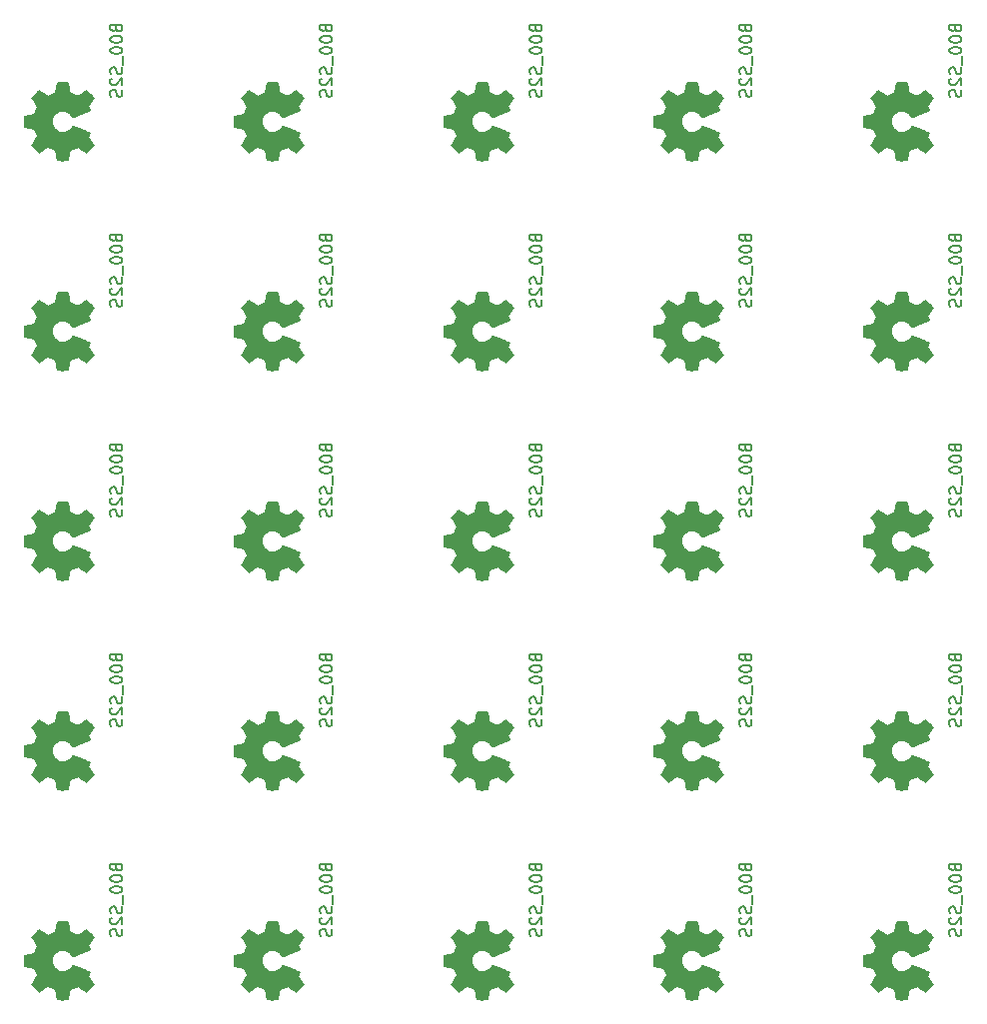
<source format=gbr>
G04 #@! TF.GenerationSoftware,KiCad,Pcbnew,5.1.5-52549c5~86~ubuntu18.04.1*
G04 #@! TF.CreationDate,2020-09-04T20:01:25-05:00*
G04 #@! TF.ProjectId,,58585858-5858-4585-9858-585858585858,rev?*
G04 #@! TF.SameCoordinates,Original*
G04 #@! TF.FileFunction,Legend,Bot*
G04 #@! TF.FilePolarity,Positive*
%FSLAX46Y46*%
G04 Gerber Fmt 4.6, Leading zero omitted, Abs format (unit mm)*
G04 Created by KiCad (PCBNEW 5.1.5-52549c5~86~ubuntu18.04.1) date 2020-09-04 20:01:25*
%MOMM*%
%LPD*%
G04 APERTURE LIST*
%ADD10C,0.150000*%
%ADD11C,0.010000*%
G04 APERTURE END LIST*
D10*
X190199971Y-129287923D02*
X190247590Y-129430780D01*
X190295209Y-129478400D01*
X190390447Y-129526019D01*
X190533304Y-129526019D01*
X190628542Y-129478400D01*
X190676161Y-129430780D01*
X190723780Y-129335542D01*
X190723780Y-128954590D01*
X189723780Y-128954590D01*
X189723780Y-129287923D01*
X189771400Y-129383161D01*
X189819019Y-129430780D01*
X189914257Y-129478400D01*
X190009495Y-129478400D01*
X190104733Y-129430780D01*
X190152352Y-129383161D01*
X190199971Y-129287923D01*
X190199971Y-128954590D01*
X189723780Y-130145066D02*
X189723780Y-130240304D01*
X189771400Y-130335542D01*
X189819019Y-130383161D01*
X189914257Y-130430780D01*
X190104733Y-130478400D01*
X190342828Y-130478400D01*
X190533304Y-130430780D01*
X190628542Y-130383161D01*
X190676161Y-130335542D01*
X190723780Y-130240304D01*
X190723780Y-130145066D01*
X190676161Y-130049828D01*
X190628542Y-130002209D01*
X190533304Y-129954590D01*
X190342828Y-129906971D01*
X190104733Y-129906971D01*
X189914257Y-129954590D01*
X189819019Y-130002209D01*
X189771400Y-130049828D01*
X189723780Y-130145066D01*
X189723780Y-131097447D02*
X189723780Y-131192685D01*
X189771400Y-131287923D01*
X189819019Y-131335542D01*
X189914257Y-131383161D01*
X190104733Y-131430780D01*
X190342828Y-131430780D01*
X190533304Y-131383161D01*
X190628542Y-131335542D01*
X190676161Y-131287923D01*
X190723780Y-131192685D01*
X190723780Y-131097447D01*
X190676161Y-131002209D01*
X190628542Y-130954590D01*
X190533304Y-130906971D01*
X190342828Y-130859352D01*
X190104733Y-130859352D01*
X189914257Y-130906971D01*
X189819019Y-130954590D01*
X189771400Y-131002209D01*
X189723780Y-131097447D01*
X190819019Y-131621257D02*
X190819019Y-132383161D01*
X190676161Y-132573638D02*
X190723780Y-132716495D01*
X190723780Y-132954590D01*
X190676161Y-133049828D01*
X190628542Y-133097447D01*
X190533304Y-133145066D01*
X190438066Y-133145066D01*
X190342828Y-133097447D01*
X190295209Y-133049828D01*
X190247590Y-132954590D01*
X190199971Y-132764114D01*
X190152352Y-132668876D01*
X190104733Y-132621257D01*
X190009495Y-132573638D01*
X189914257Y-132573638D01*
X189819019Y-132621257D01*
X189771400Y-132668876D01*
X189723780Y-132764114D01*
X189723780Y-133002209D01*
X189771400Y-133145066D01*
X189819019Y-133526019D02*
X189771400Y-133573638D01*
X189723780Y-133668876D01*
X189723780Y-133906971D01*
X189771400Y-134002209D01*
X189819019Y-134049828D01*
X189914257Y-134097447D01*
X190009495Y-134097447D01*
X190152352Y-134049828D01*
X190723780Y-133478400D01*
X190723780Y-134097447D01*
X190676161Y-134478400D02*
X190723780Y-134621257D01*
X190723780Y-134859352D01*
X190676161Y-134954590D01*
X190628542Y-135002209D01*
X190533304Y-135049828D01*
X190438066Y-135049828D01*
X190342828Y-135002209D01*
X190295209Y-134954590D01*
X190247590Y-134859352D01*
X190199971Y-134668876D01*
X190152352Y-134573638D01*
X190104733Y-134526019D01*
X190009495Y-134478400D01*
X189914257Y-134478400D01*
X189819019Y-134526019D01*
X189771400Y-134573638D01*
X189723780Y-134668876D01*
X189723780Y-134906971D01*
X189771400Y-135049828D01*
X172419971Y-129287923D02*
X172467590Y-129430780D01*
X172515209Y-129478400D01*
X172610447Y-129526019D01*
X172753304Y-129526019D01*
X172848542Y-129478400D01*
X172896161Y-129430780D01*
X172943780Y-129335542D01*
X172943780Y-128954590D01*
X171943780Y-128954590D01*
X171943780Y-129287923D01*
X171991400Y-129383161D01*
X172039019Y-129430780D01*
X172134257Y-129478400D01*
X172229495Y-129478400D01*
X172324733Y-129430780D01*
X172372352Y-129383161D01*
X172419971Y-129287923D01*
X172419971Y-128954590D01*
X171943780Y-130145066D02*
X171943780Y-130240304D01*
X171991400Y-130335542D01*
X172039019Y-130383161D01*
X172134257Y-130430780D01*
X172324733Y-130478400D01*
X172562828Y-130478400D01*
X172753304Y-130430780D01*
X172848542Y-130383161D01*
X172896161Y-130335542D01*
X172943780Y-130240304D01*
X172943780Y-130145066D01*
X172896161Y-130049828D01*
X172848542Y-130002209D01*
X172753304Y-129954590D01*
X172562828Y-129906971D01*
X172324733Y-129906971D01*
X172134257Y-129954590D01*
X172039019Y-130002209D01*
X171991400Y-130049828D01*
X171943780Y-130145066D01*
X171943780Y-131097447D02*
X171943780Y-131192685D01*
X171991400Y-131287923D01*
X172039019Y-131335542D01*
X172134257Y-131383161D01*
X172324733Y-131430780D01*
X172562828Y-131430780D01*
X172753304Y-131383161D01*
X172848542Y-131335542D01*
X172896161Y-131287923D01*
X172943780Y-131192685D01*
X172943780Y-131097447D01*
X172896161Y-131002209D01*
X172848542Y-130954590D01*
X172753304Y-130906971D01*
X172562828Y-130859352D01*
X172324733Y-130859352D01*
X172134257Y-130906971D01*
X172039019Y-130954590D01*
X171991400Y-131002209D01*
X171943780Y-131097447D01*
X173039019Y-131621257D02*
X173039019Y-132383161D01*
X172896161Y-132573638D02*
X172943780Y-132716495D01*
X172943780Y-132954590D01*
X172896161Y-133049828D01*
X172848542Y-133097447D01*
X172753304Y-133145066D01*
X172658066Y-133145066D01*
X172562828Y-133097447D01*
X172515209Y-133049828D01*
X172467590Y-132954590D01*
X172419971Y-132764114D01*
X172372352Y-132668876D01*
X172324733Y-132621257D01*
X172229495Y-132573638D01*
X172134257Y-132573638D01*
X172039019Y-132621257D01*
X171991400Y-132668876D01*
X171943780Y-132764114D01*
X171943780Y-133002209D01*
X171991400Y-133145066D01*
X172039019Y-133526019D02*
X171991400Y-133573638D01*
X171943780Y-133668876D01*
X171943780Y-133906971D01*
X171991400Y-134002209D01*
X172039019Y-134049828D01*
X172134257Y-134097447D01*
X172229495Y-134097447D01*
X172372352Y-134049828D01*
X172943780Y-133478400D01*
X172943780Y-134097447D01*
X172896161Y-134478400D02*
X172943780Y-134621257D01*
X172943780Y-134859352D01*
X172896161Y-134954590D01*
X172848542Y-135002209D01*
X172753304Y-135049828D01*
X172658066Y-135049828D01*
X172562828Y-135002209D01*
X172515209Y-134954590D01*
X172467590Y-134859352D01*
X172419971Y-134668876D01*
X172372352Y-134573638D01*
X172324733Y-134526019D01*
X172229495Y-134478400D01*
X172134257Y-134478400D01*
X172039019Y-134526019D01*
X171991400Y-134573638D01*
X171943780Y-134668876D01*
X171943780Y-134906971D01*
X171991400Y-135049828D01*
X154639971Y-129287923D02*
X154687590Y-129430780D01*
X154735209Y-129478400D01*
X154830447Y-129526019D01*
X154973304Y-129526019D01*
X155068542Y-129478400D01*
X155116161Y-129430780D01*
X155163780Y-129335542D01*
X155163780Y-128954590D01*
X154163780Y-128954590D01*
X154163780Y-129287923D01*
X154211400Y-129383161D01*
X154259019Y-129430780D01*
X154354257Y-129478400D01*
X154449495Y-129478400D01*
X154544733Y-129430780D01*
X154592352Y-129383161D01*
X154639971Y-129287923D01*
X154639971Y-128954590D01*
X154163780Y-130145066D02*
X154163780Y-130240304D01*
X154211400Y-130335542D01*
X154259019Y-130383161D01*
X154354257Y-130430780D01*
X154544733Y-130478400D01*
X154782828Y-130478400D01*
X154973304Y-130430780D01*
X155068542Y-130383161D01*
X155116161Y-130335542D01*
X155163780Y-130240304D01*
X155163780Y-130145066D01*
X155116161Y-130049828D01*
X155068542Y-130002209D01*
X154973304Y-129954590D01*
X154782828Y-129906971D01*
X154544733Y-129906971D01*
X154354257Y-129954590D01*
X154259019Y-130002209D01*
X154211400Y-130049828D01*
X154163780Y-130145066D01*
X154163780Y-131097447D02*
X154163780Y-131192685D01*
X154211400Y-131287923D01*
X154259019Y-131335542D01*
X154354257Y-131383161D01*
X154544733Y-131430780D01*
X154782828Y-131430780D01*
X154973304Y-131383161D01*
X155068542Y-131335542D01*
X155116161Y-131287923D01*
X155163780Y-131192685D01*
X155163780Y-131097447D01*
X155116161Y-131002209D01*
X155068542Y-130954590D01*
X154973304Y-130906971D01*
X154782828Y-130859352D01*
X154544733Y-130859352D01*
X154354257Y-130906971D01*
X154259019Y-130954590D01*
X154211400Y-131002209D01*
X154163780Y-131097447D01*
X155259019Y-131621257D02*
X155259019Y-132383161D01*
X155116161Y-132573638D02*
X155163780Y-132716495D01*
X155163780Y-132954590D01*
X155116161Y-133049828D01*
X155068542Y-133097447D01*
X154973304Y-133145066D01*
X154878066Y-133145066D01*
X154782828Y-133097447D01*
X154735209Y-133049828D01*
X154687590Y-132954590D01*
X154639971Y-132764114D01*
X154592352Y-132668876D01*
X154544733Y-132621257D01*
X154449495Y-132573638D01*
X154354257Y-132573638D01*
X154259019Y-132621257D01*
X154211400Y-132668876D01*
X154163780Y-132764114D01*
X154163780Y-133002209D01*
X154211400Y-133145066D01*
X154259019Y-133526019D02*
X154211400Y-133573638D01*
X154163780Y-133668876D01*
X154163780Y-133906971D01*
X154211400Y-134002209D01*
X154259019Y-134049828D01*
X154354257Y-134097447D01*
X154449495Y-134097447D01*
X154592352Y-134049828D01*
X155163780Y-133478400D01*
X155163780Y-134097447D01*
X155116161Y-134478400D02*
X155163780Y-134621257D01*
X155163780Y-134859352D01*
X155116161Y-134954590D01*
X155068542Y-135002209D01*
X154973304Y-135049828D01*
X154878066Y-135049828D01*
X154782828Y-135002209D01*
X154735209Y-134954590D01*
X154687590Y-134859352D01*
X154639971Y-134668876D01*
X154592352Y-134573638D01*
X154544733Y-134526019D01*
X154449495Y-134478400D01*
X154354257Y-134478400D01*
X154259019Y-134526019D01*
X154211400Y-134573638D01*
X154163780Y-134668876D01*
X154163780Y-134906971D01*
X154211400Y-135049828D01*
X136859971Y-129287923D02*
X136907590Y-129430780D01*
X136955209Y-129478400D01*
X137050447Y-129526019D01*
X137193304Y-129526019D01*
X137288542Y-129478400D01*
X137336161Y-129430780D01*
X137383780Y-129335542D01*
X137383780Y-128954590D01*
X136383780Y-128954590D01*
X136383780Y-129287923D01*
X136431400Y-129383161D01*
X136479019Y-129430780D01*
X136574257Y-129478400D01*
X136669495Y-129478400D01*
X136764733Y-129430780D01*
X136812352Y-129383161D01*
X136859971Y-129287923D01*
X136859971Y-128954590D01*
X136383780Y-130145066D02*
X136383780Y-130240304D01*
X136431400Y-130335542D01*
X136479019Y-130383161D01*
X136574257Y-130430780D01*
X136764733Y-130478400D01*
X137002828Y-130478400D01*
X137193304Y-130430780D01*
X137288542Y-130383161D01*
X137336161Y-130335542D01*
X137383780Y-130240304D01*
X137383780Y-130145066D01*
X137336161Y-130049828D01*
X137288542Y-130002209D01*
X137193304Y-129954590D01*
X137002828Y-129906971D01*
X136764733Y-129906971D01*
X136574257Y-129954590D01*
X136479019Y-130002209D01*
X136431400Y-130049828D01*
X136383780Y-130145066D01*
X136383780Y-131097447D02*
X136383780Y-131192685D01*
X136431400Y-131287923D01*
X136479019Y-131335542D01*
X136574257Y-131383161D01*
X136764733Y-131430780D01*
X137002828Y-131430780D01*
X137193304Y-131383161D01*
X137288542Y-131335542D01*
X137336161Y-131287923D01*
X137383780Y-131192685D01*
X137383780Y-131097447D01*
X137336161Y-131002209D01*
X137288542Y-130954590D01*
X137193304Y-130906971D01*
X137002828Y-130859352D01*
X136764733Y-130859352D01*
X136574257Y-130906971D01*
X136479019Y-130954590D01*
X136431400Y-131002209D01*
X136383780Y-131097447D01*
X137479019Y-131621257D02*
X137479019Y-132383161D01*
X137336161Y-132573638D02*
X137383780Y-132716495D01*
X137383780Y-132954590D01*
X137336161Y-133049828D01*
X137288542Y-133097447D01*
X137193304Y-133145066D01*
X137098066Y-133145066D01*
X137002828Y-133097447D01*
X136955209Y-133049828D01*
X136907590Y-132954590D01*
X136859971Y-132764114D01*
X136812352Y-132668876D01*
X136764733Y-132621257D01*
X136669495Y-132573638D01*
X136574257Y-132573638D01*
X136479019Y-132621257D01*
X136431400Y-132668876D01*
X136383780Y-132764114D01*
X136383780Y-133002209D01*
X136431400Y-133145066D01*
X136479019Y-133526019D02*
X136431400Y-133573638D01*
X136383780Y-133668876D01*
X136383780Y-133906971D01*
X136431400Y-134002209D01*
X136479019Y-134049828D01*
X136574257Y-134097447D01*
X136669495Y-134097447D01*
X136812352Y-134049828D01*
X137383780Y-133478400D01*
X137383780Y-134097447D01*
X137336161Y-134478400D02*
X137383780Y-134621257D01*
X137383780Y-134859352D01*
X137336161Y-134954590D01*
X137288542Y-135002209D01*
X137193304Y-135049828D01*
X137098066Y-135049828D01*
X137002828Y-135002209D01*
X136955209Y-134954590D01*
X136907590Y-134859352D01*
X136859971Y-134668876D01*
X136812352Y-134573638D01*
X136764733Y-134526019D01*
X136669495Y-134478400D01*
X136574257Y-134478400D01*
X136479019Y-134526019D01*
X136431400Y-134573638D01*
X136383780Y-134668876D01*
X136383780Y-134906971D01*
X136431400Y-135049828D01*
X119079971Y-129287923D02*
X119127590Y-129430780D01*
X119175209Y-129478400D01*
X119270447Y-129526019D01*
X119413304Y-129526019D01*
X119508542Y-129478400D01*
X119556161Y-129430780D01*
X119603780Y-129335542D01*
X119603780Y-128954590D01*
X118603780Y-128954590D01*
X118603780Y-129287923D01*
X118651400Y-129383161D01*
X118699019Y-129430780D01*
X118794257Y-129478400D01*
X118889495Y-129478400D01*
X118984733Y-129430780D01*
X119032352Y-129383161D01*
X119079971Y-129287923D01*
X119079971Y-128954590D01*
X118603780Y-130145066D02*
X118603780Y-130240304D01*
X118651400Y-130335542D01*
X118699019Y-130383161D01*
X118794257Y-130430780D01*
X118984733Y-130478400D01*
X119222828Y-130478400D01*
X119413304Y-130430780D01*
X119508542Y-130383161D01*
X119556161Y-130335542D01*
X119603780Y-130240304D01*
X119603780Y-130145066D01*
X119556161Y-130049828D01*
X119508542Y-130002209D01*
X119413304Y-129954590D01*
X119222828Y-129906971D01*
X118984733Y-129906971D01*
X118794257Y-129954590D01*
X118699019Y-130002209D01*
X118651400Y-130049828D01*
X118603780Y-130145066D01*
X118603780Y-131097447D02*
X118603780Y-131192685D01*
X118651400Y-131287923D01*
X118699019Y-131335542D01*
X118794257Y-131383161D01*
X118984733Y-131430780D01*
X119222828Y-131430780D01*
X119413304Y-131383161D01*
X119508542Y-131335542D01*
X119556161Y-131287923D01*
X119603780Y-131192685D01*
X119603780Y-131097447D01*
X119556161Y-131002209D01*
X119508542Y-130954590D01*
X119413304Y-130906971D01*
X119222828Y-130859352D01*
X118984733Y-130859352D01*
X118794257Y-130906971D01*
X118699019Y-130954590D01*
X118651400Y-131002209D01*
X118603780Y-131097447D01*
X119699019Y-131621257D02*
X119699019Y-132383161D01*
X119556161Y-132573638D02*
X119603780Y-132716495D01*
X119603780Y-132954590D01*
X119556161Y-133049828D01*
X119508542Y-133097447D01*
X119413304Y-133145066D01*
X119318066Y-133145066D01*
X119222828Y-133097447D01*
X119175209Y-133049828D01*
X119127590Y-132954590D01*
X119079971Y-132764114D01*
X119032352Y-132668876D01*
X118984733Y-132621257D01*
X118889495Y-132573638D01*
X118794257Y-132573638D01*
X118699019Y-132621257D01*
X118651400Y-132668876D01*
X118603780Y-132764114D01*
X118603780Y-133002209D01*
X118651400Y-133145066D01*
X118699019Y-133526019D02*
X118651400Y-133573638D01*
X118603780Y-133668876D01*
X118603780Y-133906971D01*
X118651400Y-134002209D01*
X118699019Y-134049828D01*
X118794257Y-134097447D01*
X118889495Y-134097447D01*
X119032352Y-134049828D01*
X119603780Y-133478400D01*
X119603780Y-134097447D01*
X119556161Y-134478400D02*
X119603780Y-134621257D01*
X119603780Y-134859352D01*
X119556161Y-134954590D01*
X119508542Y-135002209D01*
X119413304Y-135049828D01*
X119318066Y-135049828D01*
X119222828Y-135002209D01*
X119175209Y-134954590D01*
X119127590Y-134859352D01*
X119079971Y-134668876D01*
X119032352Y-134573638D01*
X118984733Y-134526019D01*
X118889495Y-134478400D01*
X118794257Y-134478400D01*
X118699019Y-134526019D01*
X118651400Y-134573638D01*
X118603780Y-134668876D01*
X118603780Y-134906971D01*
X118651400Y-135049828D01*
X190199971Y-111507923D02*
X190247590Y-111650780D01*
X190295209Y-111698400D01*
X190390447Y-111746019D01*
X190533304Y-111746019D01*
X190628542Y-111698400D01*
X190676161Y-111650780D01*
X190723780Y-111555542D01*
X190723780Y-111174590D01*
X189723780Y-111174590D01*
X189723780Y-111507923D01*
X189771400Y-111603161D01*
X189819019Y-111650780D01*
X189914257Y-111698400D01*
X190009495Y-111698400D01*
X190104733Y-111650780D01*
X190152352Y-111603161D01*
X190199971Y-111507923D01*
X190199971Y-111174590D01*
X189723780Y-112365066D02*
X189723780Y-112460304D01*
X189771400Y-112555542D01*
X189819019Y-112603161D01*
X189914257Y-112650780D01*
X190104733Y-112698400D01*
X190342828Y-112698400D01*
X190533304Y-112650780D01*
X190628542Y-112603161D01*
X190676161Y-112555542D01*
X190723780Y-112460304D01*
X190723780Y-112365066D01*
X190676161Y-112269828D01*
X190628542Y-112222209D01*
X190533304Y-112174590D01*
X190342828Y-112126971D01*
X190104733Y-112126971D01*
X189914257Y-112174590D01*
X189819019Y-112222209D01*
X189771400Y-112269828D01*
X189723780Y-112365066D01*
X189723780Y-113317447D02*
X189723780Y-113412685D01*
X189771400Y-113507923D01*
X189819019Y-113555542D01*
X189914257Y-113603161D01*
X190104733Y-113650780D01*
X190342828Y-113650780D01*
X190533304Y-113603161D01*
X190628542Y-113555542D01*
X190676161Y-113507923D01*
X190723780Y-113412685D01*
X190723780Y-113317447D01*
X190676161Y-113222209D01*
X190628542Y-113174590D01*
X190533304Y-113126971D01*
X190342828Y-113079352D01*
X190104733Y-113079352D01*
X189914257Y-113126971D01*
X189819019Y-113174590D01*
X189771400Y-113222209D01*
X189723780Y-113317447D01*
X190819019Y-113841257D02*
X190819019Y-114603161D01*
X190676161Y-114793638D02*
X190723780Y-114936495D01*
X190723780Y-115174590D01*
X190676161Y-115269828D01*
X190628542Y-115317447D01*
X190533304Y-115365066D01*
X190438066Y-115365066D01*
X190342828Y-115317447D01*
X190295209Y-115269828D01*
X190247590Y-115174590D01*
X190199971Y-114984114D01*
X190152352Y-114888876D01*
X190104733Y-114841257D01*
X190009495Y-114793638D01*
X189914257Y-114793638D01*
X189819019Y-114841257D01*
X189771400Y-114888876D01*
X189723780Y-114984114D01*
X189723780Y-115222209D01*
X189771400Y-115365066D01*
X189819019Y-115746019D02*
X189771400Y-115793638D01*
X189723780Y-115888876D01*
X189723780Y-116126971D01*
X189771400Y-116222209D01*
X189819019Y-116269828D01*
X189914257Y-116317447D01*
X190009495Y-116317447D01*
X190152352Y-116269828D01*
X190723780Y-115698400D01*
X190723780Y-116317447D01*
X190676161Y-116698400D02*
X190723780Y-116841257D01*
X190723780Y-117079352D01*
X190676161Y-117174590D01*
X190628542Y-117222209D01*
X190533304Y-117269828D01*
X190438066Y-117269828D01*
X190342828Y-117222209D01*
X190295209Y-117174590D01*
X190247590Y-117079352D01*
X190199971Y-116888876D01*
X190152352Y-116793638D01*
X190104733Y-116746019D01*
X190009495Y-116698400D01*
X189914257Y-116698400D01*
X189819019Y-116746019D01*
X189771400Y-116793638D01*
X189723780Y-116888876D01*
X189723780Y-117126971D01*
X189771400Y-117269828D01*
X172419971Y-111507923D02*
X172467590Y-111650780D01*
X172515209Y-111698400D01*
X172610447Y-111746019D01*
X172753304Y-111746019D01*
X172848542Y-111698400D01*
X172896161Y-111650780D01*
X172943780Y-111555542D01*
X172943780Y-111174590D01*
X171943780Y-111174590D01*
X171943780Y-111507923D01*
X171991400Y-111603161D01*
X172039019Y-111650780D01*
X172134257Y-111698400D01*
X172229495Y-111698400D01*
X172324733Y-111650780D01*
X172372352Y-111603161D01*
X172419971Y-111507923D01*
X172419971Y-111174590D01*
X171943780Y-112365066D02*
X171943780Y-112460304D01*
X171991400Y-112555542D01*
X172039019Y-112603161D01*
X172134257Y-112650780D01*
X172324733Y-112698400D01*
X172562828Y-112698400D01*
X172753304Y-112650780D01*
X172848542Y-112603161D01*
X172896161Y-112555542D01*
X172943780Y-112460304D01*
X172943780Y-112365066D01*
X172896161Y-112269828D01*
X172848542Y-112222209D01*
X172753304Y-112174590D01*
X172562828Y-112126971D01*
X172324733Y-112126971D01*
X172134257Y-112174590D01*
X172039019Y-112222209D01*
X171991400Y-112269828D01*
X171943780Y-112365066D01*
X171943780Y-113317447D02*
X171943780Y-113412685D01*
X171991400Y-113507923D01*
X172039019Y-113555542D01*
X172134257Y-113603161D01*
X172324733Y-113650780D01*
X172562828Y-113650780D01*
X172753304Y-113603161D01*
X172848542Y-113555542D01*
X172896161Y-113507923D01*
X172943780Y-113412685D01*
X172943780Y-113317447D01*
X172896161Y-113222209D01*
X172848542Y-113174590D01*
X172753304Y-113126971D01*
X172562828Y-113079352D01*
X172324733Y-113079352D01*
X172134257Y-113126971D01*
X172039019Y-113174590D01*
X171991400Y-113222209D01*
X171943780Y-113317447D01*
X173039019Y-113841257D02*
X173039019Y-114603161D01*
X172896161Y-114793638D02*
X172943780Y-114936495D01*
X172943780Y-115174590D01*
X172896161Y-115269828D01*
X172848542Y-115317447D01*
X172753304Y-115365066D01*
X172658066Y-115365066D01*
X172562828Y-115317447D01*
X172515209Y-115269828D01*
X172467590Y-115174590D01*
X172419971Y-114984114D01*
X172372352Y-114888876D01*
X172324733Y-114841257D01*
X172229495Y-114793638D01*
X172134257Y-114793638D01*
X172039019Y-114841257D01*
X171991400Y-114888876D01*
X171943780Y-114984114D01*
X171943780Y-115222209D01*
X171991400Y-115365066D01*
X172039019Y-115746019D02*
X171991400Y-115793638D01*
X171943780Y-115888876D01*
X171943780Y-116126971D01*
X171991400Y-116222209D01*
X172039019Y-116269828D01*
X172134257Y-116317447D01*
X172229495Y-116317447D01*
X172372352Y-116269828D01*
X172943780Y-115698400D01*
X172943780Y-116317447D01*
X172896161Y-116698400D02*
X172943780Y-116841257D01*
X172943780Y-117079352D01*
X172896161Y-117174590D01*
X172848542Y-117222209D01*
X172753304Y-117269828D01*
X172658066Y-117269828D01*
X172562828Y-117222209D01*
X172515209Y-117174590D01*
X172467590Y-117079352D01*
X172419971Y-116888876D01*
X172372352Y-116793638D01*
X172324733Y-116746019D01*
X172229495Y-116698400D01*
X172134257Y-116698400D01*
X172039019Y-116746019D01*
X171991400Y-116793638D01*
X171943780Y-116888876D01*
X171943780Y-117126971D01*
X171991400Y-117269828D01*
X154639971Y-111507923D02*
X154687590Y-111650780D01*
X154735209Y-111698400D01*
X154830447Y-111746019D01*
X154973304Y-111746019D01*
X155068542Y-111698400D01*
X155116161Y-111650780D01*
X155163780Y-111555542D01*
X155163780Y-111174590D01*
X154163780Y-111174590D01*
X154163780Y-111507923D01*
X154211400Y-111603161D01*
X154259019Y-111650780D01*
X154354257Y-111698400D01*
X154449495Y-111698400D01*
X154544733Y-111650780D01*
X154592352Y-111603161D01*
X154639971Y-111507923D01*
X154639971Y-111174590D01*
X154163780Y-112365066D02*
X154163780Y-112460304D01*
X154211400Y-112555542D01*
X154259019Y-112603161D01*
X154354257Y-112650780D01*
X154544733Y-112698400D01*
X154782828Y-112698400D01*
X154973304Y-112650780D01*
X155068542Y-112603161D01*
X155116161Y-112555542D01*
X155163780Y-112460304D01*
X155163780Y-112365066D01*
X155116161Y-112269828D01*
X155068542Y-112222209D01*
X154973304Y-112174590D01*
X154782828Y-112126971D01*
X154544733Y-112126971D01*
X154354257Y-112174590D01*
X154259019Y-112222209D01*
X154211400Y-112269828D01*
X154163780Y-112365066D01*
X154163780Y-113317447D02*
X154163780Y-113412685D01*
X154211400Y-113507923D01*
X154259019Y-113555542D01*
X154354257Y-113603161D01*
X154544733Y-113650780D01*
X154782828Y-113650780D01*
X154973304Y-113603161D01*
X155068542Y-113555542D01*
X155116161Y-113507923D01*
X155163780Y-113412685D01*
X155163780Y-113317447D01*
X155116161Y-113222209D01*
X155068542Y-113174590D01*
X154973304Y-113126971D01*
X154782828Y-113079352D01*
X154544733Y-113079352D01*
X154354257Y-113126971D01*
X154259019Y-113174590D01*
X154211400Y-113222209D01*
X154163780Y-113317447D01*
X155259019Y-113841257D02*
X155259019Y-114603161D01*
X155116161Y-114793638D02*
X155163780Y-114936495D01*
X155163780Y-115174590D01*
X155116161Y-115269828D01*
X155068542Y-115317447D01*
X154973304Y-115365066D01*
X154878066Y-115365066D01*
X154782828Y-115317447D01*
X154735209Y-115269828D01*
X154687590Y-115174590D01*
X154639971Y-114984114D01*
X154592352Y-114888876D01*
X154544733Y-114841257D01*
X154449495Y-114793638D01*
X154354257Y-114793638D01*
X154259019Y-114841257D01*
X154211400Y-114888876D01*
X154163780Y-114984114D01*
X154163780Y-115222209D01*
X154211400Y-115365066D01*
X154259019Y-115746019D02*
X154211400Y-115793638D01*
X154163780Y-115888876D01*
X154163780Y-116126971D01*
X154211400Y-116222209D01*
X154259019Y-116269828D01*
X154354257Y-116317447D01*
X154449495Y-116317447D01*
X154592352Y-116269828D01*
X155163780Y-115698400D01*
X155163780Y-116317447D01*
X155116161Y-116698400D02*
X155163780Y-116841257D01*
X155163780Y-117079352D01*
X155116161Y-117174590D01*
X155068542Y-117222209D01*
X154973304Y-117269828D01*
X154878066Y-117269828D01*
X154782828Y-117222209D01*
X154735209Y-117174590D01*
X154687590Y-117079352D01*
X154639971Y-116888876D01*
X154592352Y-116793638D01*
X154544733Y-116746019D01*
X154449495Y-116698400D01*
X154354257Y-116698400D01*
X154259019Y-116746019D01*
X154211400Y-116793638D01*
X154163780Y-116888876D01*
X154163780Y-117126971D01*
X154211400Y-117269828D01*
X136859971Y-111507923D02*
X136907590Y-111650780D01*
X136955209Y-111698400D01*
X137050447Y-111746019D01*
X137193304Y-111746019D01*
X137288542Y-111698400D01*
X137336161Y-111650780D01*
X137383780Y-111555542D01*
X137383780Y-111174590D01*
X136383780Y-111174590D01*
X136383780Y-111507923D01*
X136431400Y-111603161D01*
X136479019Y-111650780D01*
X136574257Y-111698400D01*
X136669495Y-111698400D01*
X136764733Y-111650780D01*
X136812352Y-111603161D01*
X136859971Y-111507923D01*
X136859971Y-111174590D01*
X136383780Y-112365066D02*
X136383780Y-112460304D01*
X136431400Y-112555542D01*
X136479019Y-112603161D01*
X136574257Y-112650780D01*
X136764733Y-112698400D01*
X137002828Y-112698400D01*
X137193304Y-112650780D01*
X137288542Y-112603161D01*
X137336161Y-112555542D01*
X137383780Y-112460304D01*
X137383780Y-112365066D01*
X137336161Y-112269828D01*
X137288542Y-112222209D01*
X137193304Y-112174590D01*
X137002828Y-112126971D01*
X136764733Y-112126971D01*
X136574257Y-112174590D01*
X136479019Y-112222209D01*
X136431400Y-112269828D01*
X136383780Y-112365066D01*
X136383780Y-113317447D02*
X136383780Y-113412685D01*
X136431400Y-113507923D01*
X136479019Y-113555542D01*
X136574257Y-113603161D01*
X136764733Y-113650780D01*
X137002828Y-113650780D01*
X137193304Y-113603161D01*
X137288542Y-113555542D01*
X137336161Y-113507923D01*
X137383780Y-113412685D01*
X137383780Y-113317447D01*
X137336161Y-113222209D01*
X137288542Y-113174590D01*
X137193304Y-113126971D01*
X137002828Y-113079352D01*
X136764733Y-113079352D01*
X136574257Y-113126971D01*
X136479019Y-113174590D01*
X136431400Y-113222209D01*
X136383780Y-113317447D01*
X137479019Y-113841257D02*
X137479019Y-114603161D01*
X137336161Y-114793638D02*
X137383780Y-114936495D01*
X137383780Y-115174590D01*
X137336161Y-115269828D01*
X137288542Y-115317447D01*
X137193304Y-115365066D01*
X137098066Y-115365066D01*
X137002828Y-115317447D01*
X136955209Y-115269828D01*
X136907590Y-115174590D01*
X136859971Y-114984114D01*
X136812352Y-114888876D01*
X136764733Y-114841257D01*
X136669495Y-114793638D01*
X136574257Y-114793638D01*
X136479019Y-114841257D01*
X136431400Y-114888876D01*
X136383780Y-114984114D01*
X136383780Y-115222209D01*
X136431400Y-115365066D01*
X136479019Y-115746019D02*
X136431400Y-115793638D01*
X136383780Y-115888876D01*
X136383780Y-116126971D01*
X136431400Y-116222209D01*
X136479019Y-116269828D01*
X136574257Y-116317447D01*
X136669495Y-116317447D01*
X136812352Y-116269828D01*
X137383780Y-115698400D01*
X137383780Y-116317447D01*
X137336161Y-116698400D02*
X137383780Y-116841257D01*
X137383780Y-117079352D01*
X137336161Y-117174590D01*
X137288542Y-117222209D01*
X137193304Y-117269828D01*
X137098066Y-117269828D01*
X137002828Y-117222209D01*
X136955209Y-117174590D01*
X136907590Y-117079352D01*
X136859971Y-116888876D01*
X136812352Y-116793638D01*
X136764733Y-116746019D01*
X136669495Y-116698400D01*
X136574257Y-116698400D01*
X136479019Y-116746019D01*
X136431400Y-116793638D01*
X136383780Y-116888876D01*
X136383780Y-117126971D01*
X136431400Y-117269828D01*
X119079971Y-111507923D02*
X119127590Y-111650780D01*
X119175209Y-111698400D01*
X119270447Y-111746019D01*
X119413304Y-111746019D01*
X119508542Y-111698400D01*
X119556161Y-111650780D01*
X119603780Y-111555542D01*
X119603780Y-111174590D01*
X118603780Y-111174590D01*
X118603780Y-111507923D01*
X118651400Y-111603161D01*
X118699019Y-111650780D01*
X118794257Y-111698400D01*
X118889495Y-111698400D01*
X118984733Y-111650780D01*
X119032352Y-111603161D01*
X119079971Y-111507923D01*
X119079971Y-111174590D01*
X118603780Y-112365066D02*
X118603780Y-112460304D01*
X118651400Y-112555542D01*
X118699019Y-112603161D01*
X118794257Y-112650780D01*
X118984733Y-112698400D01*
X119222828Y-112698400D01*
X119413304Y-112650780D01*
X119508542Y-112603161D01*
X119556161Y-112555542D01*
X119603780Y-112460304D01*
X119603780Y-112365066D01*
X119556161Y-112269828D01*
X119508542Y-112222209D01*
X119413304Y-112174590D01*
X119222828Y-112126971D01*
X118984733Y-112126971D01*
X118794257Y-112174590D01*
X118699019Y-112222209D01*
X118651400Y-112269828D01*
X118603780Y-112365066D01*
X118603780Y-113317447D02*
X118603780Y-113412685D01*
X118651400Y-113507923D01*
X118699019Y-113555542D01*
X118794257Y-113603161D01*
X118984733Y-113650780D01*
X119222828Y-113650780D01*
X119413304Y-113603161D01*
X119508542Y-113555542D01*
X119556161Y-113507923D01*
X119603780Y-113412685D01*
X119603780Y-113317447D01*
X119556161Y-113222209D01*
X119508542Y-113174590D01*
X119413304Y-113126971D01*
X119222828Y-113079352D01*
X118984733Y-113079352D01*
X118794257Y-113126971D01*
X118699019Y-113174590D01*
X118651400Y-113222209D01*
X118603780Y-113317447D01*
X119699019Y-113841257D02*
X119699019Y-114603161D01*
X119556161Y-114793638D02*
X119603780Y-114936495D01*
X119603780Y-115174590D01*
X119556161Y-115269828D01*
X119508542Y-115317447D01*
X119413304Y-115365066D01*
X119318066Y-115365066D01*
X119222828Y-115317447D01*
X119175209Y-115269828D01*
X119127590Y-115174590D01*
X119079971Y-114984114D01*
X119032352Y-114888876D01*
X118984733Y-114841257D01*
X118889495Y-114793638D01*
X118794257Y-114793638D01*
X118699019Y-114841257D01*
X118651400Y-114888876D01*
X118603780Y-114984114D01*
X118603780Y-115222209D01*
X118651400Y-115365066D01*
X118699019Y-115746019D02*
X118651400Y-115793638D01*
X118603780Y-115888876D01*
X118603780Y-116126971D01*
X118651400Y-116222209D01*
X118699019Y-116269828D01*
X118794257Y-116317447D01*
X118889495Y-116317447D01*
X119032352Y-116269828D01*
X119603780Y-115698400D01*
X119603780Y-116317447D01*
X119556161Y-116698400D02*
X119603780Y-116841257D01*
X119603780Y-117079352D01*
X119556161Y-117174590D01*
X119508542Y-117222209D01*
X119413304Y-117269828D01*
X119318066Y-117269828D01*
X119222828Y-117222209D01*
X119175209Y-117174590D01*
X119127590Y-117079352D01*
X119079971Y-116888876D01*
X119032352Y-116793638D01*
X118984733Y-116746019D01*
X118889495Y-116698400D01*
X118794257Y-116698400D01*
X118699019Y-116746019D01*
X118651400Y-116793638D01*
X118603780Y-116888876D01*
X118603780Y-117126971D01*
X118651400Y-117269828D01*
X190199971Y-93727923D02*
X190247590Y-93870780D01*
X190295209Y-93918400D01*
X190390447Y-93966019D01*
X190533304Y-93966019D01*
X190628542Y-93918400D01*
X190676161Y-93870780D01*
X190723780Y-93775542D01*
X190723780Y-93394590D01*
X189723780Y-93394590D01*
X189723780Y-93727923D01*
X189771400Y-93823161D01*
X189819019Y-93870780D01*
X189914257Y-93918400D01*
X190009495Y-93918400D01*
X190104733Y-93870780D01*
X190152352Y-93823161D01*
X190199971Y-93727923D01*
X190199971Y-93394590D01*
X189723780Y-94585066D02*
X189723780Y-94680304D01*
X189771400Y-94775542D01*
X189819019Y-94823161D01*
X189914257Y-94870780D01*
X190104733Y-94918400D01*
X190342828Y-94918400D01*
X190533304Y-94870780D01*
X190628542Y-94823161D01*
X190676161Y-94775542D01*
X190723780Y-94680304D01*
X190723780Y-94585066D01*
X190676161Y-94489828D01*
X190628542Y-94442209D01*
X190533304Y-94394590D01*
X190342828Y-94346971D01*
X190104733Y-94346971D01*
X189914257Y-94394590D01*
X189819019Y-94442209D01*
X189771400Y-94489828D01*
X189723780Y-94585066D01*
X189723780Y-95537447D02*
X189723780Y-95632685D01*
X189771400Y-95727923D01*
X189819019Y-95775542D01*
X189914257Y-95823161D01*
X190104733Y-95870780D01*
X190342828Y-95870780D01*
X190533304Y-95823161D01*
X190628542Y-95775542D01*
X190676161Y-95727923D01*
X190723780Y-95632685D01*
X190723780Y-95537447D01*
X190676161Y-95442209D01*
X190628542Y-95394590D01*
X190533304Y-95346971D01*
X190342828Y-95299352D01*
X190104733Y-95299352D01*
X189914257Y-95346971D01*
X189819019Y-95394590D01*
X189771400Y-95442209D01*
X189723780Y-95537447D01*
X190819019Y-96061257D02*
X190819019Y-96823161D01*
X190676161Y-97013638D02*
X190723780Y-97156495D01*
X190723780Y-97394590D01*
X190676161Y-97489828D01*
X190628542Y-97537447D01*
X190533304Y-97585066D01*
X190438066Y-97585066D01*
X190342828Y-97537447D01*
X190295209Y-97489828D01*
X190247590Y-97394590D01*
X190199971Y-97204114D01*
X190152352Y-97108876D01*
X190104733Y-97061257D01*
X190009495Y-97013638D01*
X189914257Y-97013638D01*
X189819019Y-97061257D01*
X189771400Y-97108876D01*
X189723780Y-97204114D01*
X189723780Y-97442209D01*
X189771400Y-97585066D01*
X189819019Y-97966019D02*
X189771400Y-98013638D01*
X189723780Y-98108876D01*
X189723780Y-98346971D01*
X189771400Y-98442209D01*
X189819019Y-98489828D01*
X189914257Y-98537447D01*
X190009495Y-98537447D01*
X190152352Y-98489828D01*
X190723780Y-97918400D01*
X190723780Y-98537447D01*
X190676161Y-98918400D02*
X190723780Y-99061257D01*
X190723780Y-99299352D01*
X190676161Y-99394590D01*
X190628542Y-99442209D01*
X190533304Y-99489828D01*
X190438066Y-99489828D01*
X190342828Y-99442209D01*
X190295209Y-99394590D01*
X190247590Y-99299352D01*
X190199971Y-99108876D01*
X190152352Y-99013638D01*
X190104733Y-98966019D01*
X190009495Y-98918400D01*
X189914257Y-98918400D01*
X189819019Y-98966019D01*
X189771400Y-99013638D01*
X189723780Y-99108876D01*
X189723780Y-99346971D01*
X189771400Y-99489828D01*
X172419971Y-93727923D02*
X172467590Y-93870780D01*
X172515209Y-93918400D01*
X172610447Y-93966019D01*
X172753304Y-93966019D01*
X172848542Y-93918400D01*
X172896161Y-93870780D01*
X172943780Y-93775542D01*
X172943780Y-93394590D01*
X171943780Y-93394590D01*
X171943780Y-93727923D01*
X171991400Y-93823161D01*
X172039019Y-93870780D01*
X172134257Y-93918400D01*
X172229495Y-93918400D01*
X172324733Y-93870780D01*
X172372352Y-93823161D01*
X172419971Y-93727923D01*
X172419971Y-93394590D01*
X171943780Y-94585066D02*
X171943780Y-94680304D01*
X171991400Y-94775542D01*
X172039019Y-94823161D01*
X172134257Y-94870780D01*
X172324733Y-94918400D01*
X172562828Y-94918400D01*
X172753304Y-94870780D01*
X172848542Y-94823161D01*
X172896161Y-94775542D01*
X172943780Y-94680304D01*
X172943780Y-94585066D01*
X172896161Y-94489828D01*
X172848542Y-94442209D01*
X172753304Y-94394590D01*
X172562828Y-94346971D01*
X172324733Y-94346971D01*
X172134257Y-94394590D01*
X172039019Y-94442209D01*
X171991400Y-94489828D01*
X171943780Y-94585066D01*
X171943780Y-95537447D02*
X171943780Y-95632685D01*
X171991400Y-95727923D01*
X172039019Y-95775542D01*
X172134257Y-95823161D01*
X172324733Y-95870780D01*
X172562828Y-95870780D01*
X172753304Y-95823161D01*
X172848542Y-95775542D01*
X172896161Y-95727923D01*
X172943780Y-95632685D01*
X172943780Y-95537447D01*
X172896161Y-95442209D01*
X172848542Y-95394590D01*
X172753304Y-95346971D01*
X172562828Y-95299352D01*
X172324733Y-95299352D01*
X172134257Y-95346971D01*
X172039019Y-95394590D01*
X171991400Y-95442209D01*
X171943780Y-95537447D01*
X173039019Y-96061257D02*
X173039019Y-96823161D01*
X172896161Y-97013638D02*
X172943780Y-97156495D01*
X172943780Y-97394590D01*
X172896161Y-97489828D01*
X172848542Y-97537447D01*
X172753304Y-97585066D01*
X172658066Y-97585066D01*
X172562828Y-97537447D01*
X172515209Y-97489828D01*
X172467590Y-97394590D01*
X172419971Y-97204114D01*
X172372352Y-97108876D01*
X172324733Y-97061257D01*
X172229495Y-97013638D01*
X172134257Y-97013638D01*
X172039019Y-97061257D01*
X171991400Y-97108876D01*
X171943780Y-97204114D01*
X171943780Y-97442209D01*
X171991400Y-97585066D01*
X172039019Y-97966019D02*
X171991400Y-98013638D01*
X171943780Y-98108876D01*
X171943780Y-98346971D01*
X171991400Y-98442209D01*
X172039019Y-98489828D01*
X172134257Y-98537447D01*
X172229495Y-98537447D01*
X172372352Y-98489828D01*
X172943780Y-97918400D01*
X172943780Y-98537447D01*
X172896161Y-98918400D02*
X172943780Y-99061257D01*
X172943780Y-99299352D01*
X172896161Y-99394590D01*
X172848542Y-99442209D01*
X172753304Y-99489828D01*
X172658066Y-99489828D01*
X172562828Y-99442209D01*
X172515209Y-99394590D01*
X172467590Y-99299352D01*
X172419971Y-99108876D01*
X172372352Y-99013638D01*
X172324733Y-98966019D01*
X172229495Y-98918400D01*
X172134257Y-98918400D01*
X172039019Y-98966019D01*
X171991400Y-99013638D01*
X171943780Y-99108876D01*
X171943780Y-99346971D01*
X171991400Y-99489828D01*
X154639971Y-93727923D02*
X154687590Y-93870780D01*
X154735209Y-93918400D01*
X154830447Y-93966019D01*
X154973304Y-93966019D01*
X155068542Y-93918400D01*
X155116161Y-93870780D01*
X155163780Y-93775542D01*
X155163780Y-93394590D01*
X154163780Y-93394590D01*
X154163780Y-93727923D01*
X154211400Y-93823161D01*
X154259019Y-93870780D01*
X154354257Y-93918400D01*
X154449495Y-93918400D01*
X154544733Y-93870780D01*
X154592352Y-93823161D01*
X154639971Y-93727923D01*
X154639971Y-93394590D01*
X154163780Y-94585066D02*
X154163780Y-94680304D01*
X154211400Y-94775542D01*
X154259019Y-94823161D01*
X154354257Y-94870780D01*
X154544733Y-94918400D01*
X154782828Y-94918400D01*
X154973304Y-94870780D01*
X155068542Y-94823161D01*
X155116161Y-94775542D01*
X155163780Y-94680304D01*
X155163780Y-94585066D01*
X155116161Y-94489828D01*
X155068542Y-94442209D01*
X154973304Y-94394590D01*
X154782828Y-94346971D01*
X154544733Y-94346971D01*
X154354257Y-94394590D01*
X154259019Y-94442209D01*
X154211400Y-94489828D01*
X154163780Y-94585066D01*
X154163780Y-95537447D02*
X154163780Y-95632685D01*
X154211400Y-95727923D01*
X154259019Y-95775542D01*
X154354257Y-95823161D01*
X154544733Y-95870780D01*
X154782828Y-95870780D01*
X154973304Y-95823161D01*
X155068542Y-95775542D01*
X155116161Y-95727923D01*
X155163780Y-95632685D01*
X155163780Y-95537447D01*
X155116161Y-95442209D01*
X155068542Y-95394590D01*
X154973304Y-95346971D01*
X154782828Y-95299352D01*
X154544733Y-95299352D01*
X154354257Y-95346971D01*
X154259019Y-95394590D01*
X154211400Y-95442209D01*
X154163780Y-95537447D01*
X155259019Y-96061257D02*
X155259019Y-96823161D01*
X155116161Y-97013638D02*
X155163780Y-97156495D01*
X155163780Y-97394590D01*
X155116161Y-97489828D01*
X155068542Y-97537447D01*
X154973304Y-97585066D01*
X154878066Y-97585066D01*
X154782828Y-97537447D01*
X154735209Y-97489828D01*
X154687590Y-97394590D01*
X154639971Y-97204114D01*
X154592352Y-97108876D01*
X154544733Y-97061257D01*
X154449495Y-97013638D01*
X154354257Y-97013638D01*
X154259019Y-97061257D01*
X154211400Y-97108876D01*
X154163780Y-97204114D01*
X154163780Y-97442209D01*
X154211400Y-97585066D01*
X154259019Y-97966019D02*
X154211400Y-98013638D01*
X154163780Y-98108876D01*
X154163780Y-98346971D01*
X154211400Y-98442209D01*
X154259019Y-98489828D01*
X154354257Y-98537447D01*
X154449495Y-98537447D01*
X154592352Y-98489828D01*
X155163780Y-97918400D01*
X155163780Y-98537447D01*
X155116161Y-98918400D02*
X155163780Y-99061257D01*
X155163780Y-99299352D01*
X155116161Y-99394590D01*
X155068542Y-99442209D01*
X154973304Y-99489828D01*
X154878066Y-99489828D01*
X154782828Y-99442209D01*
X154735209Y-99394590D01*
X154687590Y-99299352D01*
X154639971Y-99108876D01*
X154592352Y-99013638D01*
X154544733Y-98966019D01*
X154449495Y-98918400D01*
X154354257Y-98918400D01*
X154259019Y-98966019D01*
X154211400Y-99013638D01*
X154163780Y-99108876D01*
X154163780Y-99346971D01*
X154211400Y-99489828D01*
X136859971Y-93727923D02*
X136907590Y-93870780D01*
X136955209Y-93918400D01*
X137050447Y-93966019D01*
X137193304Y-93966019D01*
X137288542Y-93918400D01*
X137336161Y-93870780D01*
X137383780Y-93775542D01*
X137383780Y-93394590D01*
X136383780Y-93394590D01*
X136383780Y-93727923D01*
X136431400Y-93823161D01*
X136479019Y-93870780D01*
X136574257Y-93918400D01*
X136669495Y-93918400D01*
X136764733Y-93870780D01*
X136812352Y-93823161D01*
X136859971Y-93727923D01*
X136859971Y-93394590D01*
X136383780Y-94585066D02*
X136383780Y-94680304D01*
X136431400Y-94775542D01*
X136479019Y-94823161D01*
X136574257Y-94870780D01*
X136764733Y-94918400D01*
X137002828Y-94918400D01*
X137193304Y-94870780D01*
X137288542Y-94823161D01*
X137336161Y-94775542D01*
X137383780Y-94680304D01*
X137383780Y-94585066D01*
X137336161Y-94489828D01*
X137288542Y-94442209D01*
X137193304Y-94394590D01*
X137002828Y-94346971D01*
X136764733Y-94346971D01*
X136574257Y-94394590D01*
X136479019Y-94442209D01*
X136431400Y-94489828D01*
X136383780Y-94585066D01*
X136383780Y-95537447D02*
X136383780Y-95632685D01*
X136431400Y-95727923D01*
X136479019Y-95775542D01*
X136574257Y-95823161D01*
X136764733Y-95870780D01*
X137002828Y-95870780D01*
X137193304Y-95823161D01*
X137288542Y-95775542D01*
X137336161Y-95727923D01*
X137383780Y-95632685D01*
X137383780Y-95537447D01*
X137336161Y-95442209D01*
X137288542Y-95394590D01*
X137193304Y-95346971D01*
X137002828Y-95299352D01*
X136764733Y-95299352D01*
X136574257Y-95346971D01*
X136479019Y-95394590D01*
X136431400Y-95442209D01*
X136383780Y-95537447D01*
X137479019Y-96061257D02*
X137479019Y-96823161D01*
X137336161Y-97013638D02*
X137383780Y-97156495D01*
X137383780Y-97394590D01*
X137336161Y-97489828D01*
X137288542Y-97537447D01*
X137193304Y-97585066D01*
X137098066Y-97585066D01*
X137002828Y-97537447D01*
X136955209Y-97489828D01*
X136907590Y-97394590D01*
X136859971Y-97204114D01*
X136812352Y-97108876D01*
X136764733Y-97061257D01*
X136669495Y-97013638D01*
X136574257Y-97013638D01*
X136479019Y-97061257D01*
X136431400Y-97108876D01*
X136383780Y-97204114D01*
X136383780Y-97442209D01*
X136431400Y-97585066D01*
X136479019Y-97966019D02*
X136431400Y-98013638D01*
X136383780Y-98108876D01*
X136383780Y-98346971D01*
X136431400Y-98442209D01*
X136479019Y-98489828D01*
X136574257Y-98537447D01*
X136669495Y-98537447D01*
X136812352Y-98489828D01*
X137383780Y-97918400D01*
X137383780Y-98537447D01*
X137336161Y-98918400D02*
X137383780Y-99061257D01*
X137383780Y-99299352D01*
X137336161Y-99394590D01*
X137288542Y-99442209D01*
X137193304Y-99489828D01*
X137098066Y-99489828D01*
X137002828Y-99442209D01*
X136955209Y-99394590D01*
X136907590Y-99299352D01*
X136859971Y-99108876D01*
X136812352Y-99013638D01*
X136764733Y-98966019D01*
X136669495Y-98918400D01*
X136574257Y-98918400D01*
X136479019Y-98966019D01*
X136431400Y-99013638D01*
X136383780Y-99108876D01*
X136383780Y-99346971D01*
X136431400Y-99489828D01*
X119079971Y-93727923D02*
X119127590Y-93870780D01*
X119175209Y-93918400D01*
X119270447Y-93966019D01*
X119413304Y-93966019D01*
X119508542Y-93918400D01*
X119556161Y-93870780D01*
X119603780Y-93775542D01*
X119603780Y-93394590D01*
X118603780Y-93394590D01*
X118603780Y-93727923D01*
X118651400Y-93823161D01*
X118699019Y-93870780D01*
X118794257Y-93918400D01*
X118889495Y-93918400D01*
X118984733Y-93870780D01*
X119032352Y-93823161D01*
X119079971Y-93727923D01*
X119079971Y-93394590D01*
X118603780Y-94585066D02*
X118603780Y-94680304D01*
X118651400Y-94775542D01*
X118699019Y-94823161D01*
X118794257Y-94870780D01*
X118984733Y-94918400D01*
X119222828Y-94918400D01*
X119413304Y-94870780D01*
X119508542Y-94823161D01*
X119556161Y-94775542D01*
X119603780Y-94680304D01*
X119603780Y-94585066D01*
X119556161Y-94489828D01*
X119508542Y-94442209D01*
X119413304Y-94394590D01*
X119222828Y-94346971D01*
X118984733Y-94346971D01*
X118794257Y-94394590D01*
X118699019Y-94442209D01*
X118651400Y-94489828D01*
X118603780Y-94585066D01*
X118603780Y-95537447D02*
X118603780Y-95632685D01*
X118651400Y-95727923D01*
X118699019Y-95775542D01*
X118794257Y-95823161D01*
X118984733Y-95870780D01*
X119222828Y-95870780D01*
X119413304Y-95823161D01*
X119508542Y-95775542D01*
X119556161Y-95727923D01*
X119603780Y-95632685D01*
X119603780Y-95537447D01*
X119556161Y-95442209D01*
X119508542Y-95394590D01*
X119413304Y-95346971D01*
X119222828Y-95299352D01*
X118984733Y-95299352D01*
X118794257Y-95346971D01*
X118699019Y-95394590D01*
X118651400Y-95442209D01*
X118603780Y-95537447D01*
X119699019Y-96061257D02*
X119699019Y-96823161D01*
X119556161Y-97013638D02*
X119603780Y-97156495D01*
X119603780Y-97394590D01*
X119556161Y-97489828D01*
X119508542Y-97537447D01*
X119413304Y-97585066D01*
X119318066Y-97585066D01*
X119222828Y-97537447D01*
X119175209Y-97489828D01*
X119127590Y-97394590D01*
X119079971Y-97204114D01*
X119032352Y-97108876D01*
X118984733Y-97061257D01*
X118889495Y-97013638D01*
X118794257Y-97013638D01*
X118699019Y-97061257D01*
X118651400Y-97108876D01*
X118603780Y-97204114D01*
X118603780Y-97442209D01*
X118651400Y-97585066D01*
X118699019Y-97966019D02*
X118651400Y-98013638D01*
X118603780Y-98108876D01*
X118603780Y-98346971D01*
X118651400Y-98442209D01*
X118699019Y-98489828D01*
X118794257Y-98537447D01*
X118889495Y-98537447D01*
X119032352Y-98489828D01*
X119603780Y-97918400D01*
X119603780Y-98537447D01*
X119556161Y-98918400D02*
X119603780Y-99061257D01*
X119603780Y-99299352D01*
X119556161Y-99394590D01*
X119508542Y-99442209D01*
X119413304Y-99489828D01*
X119318066Y-99489828D01*
X119222828Y-99442209D01*
X119175209Y-99394590D01*
X119127590Y-99299352D01*
X119079971Y-99108876D01*
X119032352Y-99013638D01*
X118984733Y-98966019D01*
X118889495Y-98918400D01*
X118794257Y-98918400D01*
X118699019Y-98966019D01*
X118651400Y-99013638D01*
X118603780Y-99108876D01*
X118603780Y-99346971D01*
X118651400Y-99489828D01*
X190199971Y-75947923D02*
X190247590Y-76090780D01*
X190295209Y-76138400D01*
X190390447Y-76186019D01*
X190533304Y-76186019D01*
X190628542Y-76138400D01*
X190676161Y-76090780D01*
X190723780Y-75995542D01*
X190723780Y-75614590D01*
X189723780Y-75614590D01*
X189723780Y-75947923D01*
X189771400Y-76043161D01*
X189819019Y-76090780D01*
X189914257Y-76138400D01*
X190009495Y-76138400D01*
X190104733Y-76090780D01*
X190152352Y-76043161D01*
X190199971Y-75947923D01*
X190199971Y-75614590D01*
X189723780Y-76805066D02*
X189723780Y-76900304D01*
X189771400Y-76995542D01*
X189819019Y-77043161D01*
X189914257Y-77090780D01*
X190104733Y-77138400D01*
X190342828Y-77138400D01*
X190533304Y-77090780D01*
X190628542Y-77043161D01*
X190676161Y-76995542D01*
X190723780Y-76900304D01*
X190723780Y-76805066D01*
X190676161Y-76709828D01*
X190628542Y-76662209D01*
X190533304Y-76614590D01*
X190342828Y-76566971D01*
X190104733Y-76566971D01*
X189914257Y-76614590D01*
X189819019Y-76662209D01*
X189771400Y-76709828D01*
X189723780Y-76805066D01*
X189723780Y-77757447D02*
X189723780Y-77852685D01*
X189771400Y-77947923D01*
X189819019Y-77995542D01*
X189914257Y-78043161D01*
X190104733Y-78090780D01*
X190342828Y-78090780D01*
X190533304Y-78043161D01*
X190628542Y-77995542D01*
X190676161Y-77947923D01*
X190723780Y-77852685D01*
X190723780Y-77757447D01*
X190676161Y-77662209D01*
X190628542Y-77614590D01*
X190533304Y-77566971D01*
X190342828Y-77519352D01*
X190104733Y-77519352D01*
X189914257Y-77566971D01*
X189819019Y-77614590D01*
X189771400Y-77662209D01*
X189723780Y-77757447D01*
X190819019Y-78281257D02*
X190819019Y-79043161D01*
X190676161Y-79233638D02*
X190723780Y-79376495D01*
X190723780Y-79614590D01*
X190676161Y-79709828D01*
X190628542Y-79757447D01*
X190533304Y-79805066D01*
X190438066Y-79805066D01*
X190342828Y-79757447D01*
X190295209Y-79709828D01*
X190247590Y-79614590D01*
X190199971Y-79424114D01*
X190152352Y-79328876D01*
X190104733Y-79281257D01*
X190009495Y-79233638D01*
X189914257Y-79233638D01*
X189819019Y-79281257D01*
X189771400Y-79328876D01*
X189723780Y-79424114D01*
X189723780Y-79662209D01*
X189771400Y-79805066D01*
X189819019Y-80186019D02*
X189771400Y-80233638D01*
X189723780Y-80328876D01*
X189723780Y-80566971D01*
X189771400Y-80662209D01*
X189819019Y-80709828D01*
X189914257Y-80757447D01*
X190009495Y-80757447D01*
X190152352Y-80709828D01*
X190723780Y-80138400D01*
X190723780Y-80757447D01*
X190676161Y-81138400D02*
X190723780Y-81281257D01*
X190723780Y-81519352D01*
X190676161Y-81614590D01*
X190628542Y-81662209D01*
X190533304Y-81709828D01*
X190438066Y-81709828D01*
X190342828Y-81662209D01*
X190295209Y-81614590D01*
X190247590Y-81519352D01*
X190199971Y-81328876D01*
X190152352Y-81233638D01*
X190104733Y-81186019D01*
X190009495Y-81138400D01*
X189914257Y-81138400D01*
X189819019Y-81186019D01*
X189771400Y-81233638D01*
X189723780Y-81328876D01*
X189723780Y-81566971D01*
X189771400Y-81709828D01*
X172419971Y-75947923D02*
X172467590Y-76090780D01*
X172515209Y-76138400D01*
X172610447Y-76186019D01*
X172753304Y-76186019D01*
X172848542Y-76138400D01*
X172896161Y-76090780D01*
X172943780Y-75995542D01*
X172943780Y-75614590D01*
X171943780Y-75614590D01*
X171943780Y-75947923D01*
X171991400Y-76043161D01*
X172039019Y-76090780D01*
X172134257Y-76138400D01*
X172229495Y-76138400D01*
X172324733Y-76090780D01*
X172372352Y-76043161D01*
X172419971Y-75947923D01*
X172419971Y-75614590D01*
X171943780Y-76805066D02*
X171943780Y-76900304D01*
X171991400Y-76995542D01*
X172039019Y-77043161D01*
X172134257Y-77090780D01*
X172324733Y-77138400D01*
X172562828Y-77138400D01*
X172753304Y-77090780D01*
X172848542Y-77043161D01*
X172896161Y-76995542D01*
X172943780Y-76900304D01*
X172943780Y-76805066D01*
X172896161Y-76709828D01*
X172848542Y-76662209D01*
X172753304Y-76614590D01*
X172562828Y-76566971D01*
X172324733Y-76566971D01*
X172134257Y-76614590D01*
X172039019Y-76662209D01*
X171991400Y-76709828D01*
X171943780Y-76805066D01*
X171943780Y-77757447D02*
X171943780Y-77852685D01*
X171991400Y-77947923D01*
X172039019Y-77995542D01*
X172134257Y-78043161D01*
X172324733Y-78090780D01*
X172562828Y-78090780D01*
X172753304Y-78043161D01*
X172848542Y-77995542D01*
X172896161Y-77947923D01*
X172943780Y-77852685D01*
X172943780Y-77757447D01*
X172896161Y-77662209D01*
X172848542Y-77614590D01*
X172753304Y-77566971D01*
X172562828Y-77519352D01*
X172324733Y-77519352D01*
X172134257Y-77566971D01*
X172039019Y-77614590D01*
X171991400Y-77662209D01*
X171943780Y-77757447D01*
X173039019Y-78281257D02*
X173039019Y-79043161D01*
X172896161Y-79233638D02*
X172943780Y-79376495D01*
X172943780Y-79614590D01*
X172896161Y-79709828D01*
X172848542Y-79757447D01*
X172753304Y-79805066D01*
X172658066Y-79805066D01*
X172562828Y-79757447D01*
X172515209Y-79709828D01*
X172467590Y-79614590D01*
X172419971Y-79424114D01*
X172372352Y-79328876D01*
X172324733Y-79281257D01*
X172229495Y-79233638D01*
X172134257Y-79233638D01*
X172039019Y-79281257D01*
X171991400Y-79328876D01*
X171943780Y-79424114D01*
X171943780Y-79662209D01*
X171991400Y-79805066D01*
X172039019Y-80186019D02*
X171991400Y-80233638D01*
X171943780Y-80328876D01*
X171943780Y-80566971D01*
X171991400Y-80662209D01*
X172039019Y-80709828D01*
X172134257Y-80757447D01*
X172229495Y-80757447D01*
X172372352Y-80709828D01*
X172943780Y-80138400D01*
X172943780Y-80757447D01*
X172896161Y-81138400D02*
X172943780Y-81281257D01*
X172943780Y-81519352D01*
X172896161Y-81614590D01*
X172848542Y-81662209D01*
X172753304Y-81709828D01*
X172658066Y-81709828D01*
X172562828Y-81662209D01*
X172515209Y-81614590D01*
X172467590Y-81519352D01*
X172419971Y-81328876D01*
X172372352Y-81233638D01*
X172324733Y-81186019D01*
X172229495Y-81138400D01*
X172134257Y-81138400D01*
X172039019Y-81186019D01*
X171991400Y-81233638D01*
X171943780Y-81328876D01*
X171943780Y-81566971D01*
X171991400Y-81709828D01*
X154639971Y-75947923D02*
X154687590Y-76090780D01*
X154735209Y-76138400D01*
X154830447Y-76186019D01*
X154973304Y-76186019D01*
X155068542Y-76138400D01*
X155116161Y-76090780D01*
X155163780Y-75995542D01*
X155163780Y-75614590D01*
X154163780Y-75614590D01*
X154163780Y-75947923D01*
X154211400Y-76043161D01*
X154259019Y-76090780D01*
X154354257Y-76138400D01*
X154449495Y-76138400D01*
X154544733Y-76090780D01*
X154592352Y-76043161D01*
X154639971Y-75947923D01*
X154639971Y-75614590D01*
X154163780Y-76805066D02*
X154163780Y-76900304D01*
X154211400Y-76995542D01*
X154259019Y-77043161D01*
X154354257Y-77090780D01*
X154544733Y-77138400D01*
X154782828Y-77138400D01*
X154973304Y-77090780D01*
X155068542Y-77043161D01*
X155116161Y-76995542D01*
X155163780Y-76900304D01*
X155163780Y-76805066D01*
X155116161Y-76709828D01*
X155068542Y-76662209D01*
X154973304Y-76614590D01*
X154782828Y-76566971D01*
X154544733Y-76566971D01*
X154354257Y-76614590D01*
X154259019Y-76662209D01*
X154211400Y-76709828D01*
X154163780Y-76805066D01*
X154163780Y-77757447D02*
X154163780Y-77852685D01*
X154211400Y-77947923D01*
X154259019Y-77995542D01*
X154354257Y-78043161D01*
X154544733Y-78090780D01*
X154782828Y-78090780D01*
X154973304Y-78043161D01*
X155068542Y-77995542D01*
X155116161Y-77947923D01*
X155163780Y-77852685D01*
X155163780Y-77757447D01*
X155116161Y-77662209D01*
X155068542Y-77614590D01*
X154973304Y-77566971D01*
X154782828Y-77519352D01*
X154544733Y-77519352D01*
X154354257Y-77566971D01*
X154259019Y-77614590D01*
X154211400Y-77662209D01*
X154163780Y-77757447D01*
X155259019Y-78281257D02*
X155259019Y-79043161D01*
X155116161Y-79233638D02*
X155163780Y-79376495D01*
X155163780Y-79614590D01*
X155116161Y-79709828D01*
X155068542Y-79757447D01*
X154973304Y-79805066D01*
X154878066Y-79805066D01*
X154782828Y-79757447D01*
X154735209Y-79709828D01*
X154687590Y-79614590D01*
X154639971Y-79424114D01*
X154592352Y-79328876D01*
X154544733Y-79281257D01*
X154449495Y-79233638D01*
X154354257Y-79233638D01*
X154259019Y-79281257D01*
X154211400Y-79328876D01*
X154163780Y-79424114D01*
X154163780Y-79662209D01*
X154211400Y-79805066D01*
X154259019Y-80186019D02*
X154211400Y-80233638D01*
X154163780Y-80328876D01*
X154163780Y-80566971D01*
X154211400Y-80662209D01*
X154259019Y-80709828D01*
X154354257Y-80757447D01*
X154449495Y-80757447D01*
X154592352Y-80709828D01*
X155163780Y-80138400D01*
X155163780Y-80757447D01*
X155116161Y-81138400D02*
X155163780Y-81281257D01*
X155163780Y-81519352D01*
X155116161Y-81614590D01*
X155068542Y-81662209D01*
X154973304Y-81709828D01*
X154878066Y-81709828D01*
X154782828Y-81662209D01*
X154735209Y-81614590D01*
X154687590Y-81519352D01*
X154639971Y-81328876D01*
X154592352Y-81233638D01*
X154544733Y-81186019D01*
X154449495Y-81138400D01*
X154354257Y-81138400D01*
X154259019Y-81186019D01*
X154211400Y-81233638D01*
X154163780Y-81328876D01*
X154163780Y-81566971D01*
X154211400Y-81709828D01*
X136859971Y-75947923D02*
X136907590Y-76090780D01*
X136955209Y-76138400D01*
X137050447Y-76186019D01*
X137193304Y-76186019D01*
X137288542Y-76138400D01*
X137336161Y-76090780D01*
X137383780Y-75995542D01*
X137383780Y-75614590D01*
X136383780Y-75614590D01*
X136383780Y-75947923D01*
X136431400Y-76043161D01*
X136479019Y-76090780D01*
X136574257Y-76138400D01*
X136669495Y-76138400D01*
X136764733Y-76090780D01*
X136812352Y-76043161D01*
X136859971Y-75947923D01*
X136859971Y-75614590D01*
X136383780Y-76805066D02*
X136383780Y-76900304D01*
X136431400Y-76995542D01*
X136479019Y-77043161D01*
X136574257Y-77090780D01*
X136764733Y-77138400D01*
X137002828Y-77138400D01*
X137193304Y-77090780D01*
X137288542Y-77043161D01*
X137336161Y-76995542D01*
X137383780Y-76900304D01*
X137383780Y-76805066D01*
X137336161Y-76709828D01*
X137288542Y-76662209D01*
X137193304Y-76614590D01*
X137002828Y-76566971D01*
X136764733Y-76566971D01*
X136574257Y-76614590D01*
X136479019Y-76662209D01*
X136431400Y-76709828D01*
X136383780Y-76805066D01*
X136383780Y-77757447D02*
X136383780Y-77852685D01*
X136431400Y-77947923D01*
X136479019Y-77995542D01*
X136574257Y-78043161D01*
X136764733Y-78090780D01*
X137002828Y-78090780D01*
X137193304Y-78043161D01*
X137288542Y-77995542D01*
X137336161Y-77947923D01*
X137383780Y-77852685D01*
X137383780Y-77757447D01*
X137336161Y-77662209D01*
X137288542Y-77614590D01*
X137193304Y-77566971D01*
X137002828Y-77519352D01*
X136764733Y-77519352D01*
X136574257Y-77566971D01*
X136479019Y-77614590D01*
X136431400Y-77662209D01*
X136383780Y-77757447D01*
X137479019Y-78281257D02*
X137479019Y-79043161D01*
X137336161Y-79233638D02*
X137383780Y-79376495D01*
X137383780Y-79614590D01*
X137336161Y-79709828D01*
X137288542Y-79757447D01*
X137193304Y-79805066D01*
X137098066Y-79805066D01*
X137002828Y-79757447D01*
X136955209Y-79709828D01*
X136907590Y-79614590D01*
X136859971Y-79424114D01*
X136812352Y-79328876D01*
X136764733Y-79281257D01*
X136669495Y-79233638D01*
X136574257Y-79233638D01*
X136479019Y-79281257D01*
X136431400Y-79328876D01*
X136383780Y-79424114D01*
X136383780Y-79662209D01*
X136431400Y-79805066D01*
X136479019Y-80186019D02*
X136431400Y-80233638D01*
X136383780Y-80328876D01*
X136383780Y-80566971D01*
X136431400Y-80662209D01*
X136479019Y-80709828D01*
X136574257Y-80757447D01*
X136669495Y-80757447D01*
X136812352Y-80709828D01*
X137383780Y-80138400D01*
X137383780Y-80757447D01*
X137336161Y-81138400D02*
X137383780Y-81281257D01*
X137383780Y-81519352D01*
X137336161Y-81614590D01*
X137288542Y-81662209D01*
X137193304Y-81709828D01*
X137098066Y-81709828D01*
X137002828Y-81662209D01*
X136955209Y-81614590D01*
X136907590Y-81519352D01*
X136859971Y-81328876D01*
X136812352Y-81233638D01*
X136764733Y-81186019D01*
X136669495Y-81138400D01*
X136574257Y-81138400D01*
X136479019Y-81186019D01*
X136431400Y-81233638D01*
X136383780Y-81328876D01*
X136383780Y-81566971D01*
X136431400Y-81709828D01*
X119079971Y-75947923D02*
X119127590Y-76090780D01*
X119175209Y-76138400D01*
X119270447Y-76186019D01*
X119413304Y-76186019D01*
X119508542Y-76138400D01*
X119556161Y-76090780D01*
X119603780Y-75995542D01*
X119603780Y-75614590D01*
X118603780Y-75614590D01*
X118603780Y-75947923D01*
X118651400Y-76043161D01*
X118699019Y-76090780D01*
X118794257Y-76138400D01*
X118889495Y-76138400D01*
X118984733Y-76090780D01*
X119032352Y-76043161D01*
X119079971Y-75947923D01*
X119079971Y-75614590D01*
X118603780Y-76805066D02*
X118603780Y-76900304D01*
X118651400Y-76995542D01*
X118699019Y-77043161D01*
X118794257Y-77090780D01*
X118984733Y-77138400D01*
X119222828Y-77138400D01*
X119413304Y-77090780D01*
X119508542Y-77043161D01*
X119556161Y-76995542D01*
X119603780Y-76900304D01*
X119603780Y-76805066D01*
X119556161Y-76709828D01*
X119508542Y-76662209D01*
X119413304Y-76614590D01*
X119222828Y-76566971D01*
X118984733Y-76566971D01*
X118794257Y-76614590D01*
X118699019Y-76662209D01*
X118651400Y-76709828D01*
X118603780Y-76805066D01*
X118603780Y-77757447D02*
X118603780Y-77852685D01*
X118651400Y-77947923D01*
X118699019Y-77995542D01*
X118794257Y-78043161D01*
X118984733Y-78090780D01*
X119222828Y-78090780D01*
X119413304Y-78043161D01*
X119508542Y-77995542D01*
X119556161Y-77947923D01*
X119603780Y-77852685D01*
X119603780Y-77757447D01*
X119556161Y-77662209D01*
X119508542Y-77614590D01*
X119413304Y-77566971D01*
X119222828Y-77519352D01*
X118984733Y-77519352D01*
X118794257Y-77566971D01*
X118699019Y-77614590D01*
X118651400Y-77662209D01*
X118603780Y-77757447D01*
X119699019Y-78281257D02*
X119699019Y-79043161D01*
X119556161Y-79233638D02*
X119603780Y-79376495D01*
X119603780Y-79614590D01*
X119556161Y-79709828D01*
X119508542Y-79757447D01*
X119413304Y-79805066D01*
X119318066Y-79805066D01*
X119222828Y-79757447D01*
X119175209Y-79709828D01*
X119127590Y-79614590D01*
X119079971Y-79424114D01*
X119032352Y-79328876D01*
X118984733Y-79281257D01*
X118889495Y-79233638D01*
X118794257Y-79233638D01*
X118699019Y-79281257D01*
X118651400Y-79328876D01*
X118603780Y-79424114D01*
X118603780Y-79662209D01*
X118651400Y-79805066D01*
X118699019Y-80186019D02*
X118651400Y-80233638D01*
X118603780Y-80328876D01*
X118603780Y-80566971D01*
X118651400Y-80662209D01*
X118699019Y-80709828D01*
X118794257Y-80757447D01*
X118889495Y-80757447D01*
X119032352Y-80709828D01*
X119603780Y-80138400D01*
X119603780Y-80757447D01*
X119556161Y-81138400D02*
X119603780Y-81281257D01*
X119603780Y-81519352D01*
X119556161Y-81614590D01*
X119508542Y-81662209D01*
X119413304Y-81709828D01*
X119318066Y-81709828D01*
X119222828Y-81662209D01*
X119175209Y-81614590D01*
X119127590Y-81519352D01*
X119079971Y-81328876D01*
X119032352Y-81233638D01*
X118984733Y-81186019D01*
X118889495Y-81138400D01*
X118794257Y-81138400D01*
X118699019Y-81186019D01*
X118651400Y-81233638D01*
X118603780Y-81328876D01*
X118603780Y-81566971D01*
X118651400Y-81709828D01*
X190199971Y-58167923D02*
X190247590Y-58310780D01*
X190295209Y-58358400D01*
X190390447Y-58406019D01*
X190533304Y-58406019D01*
X190628542Y-58358400D01*
X190676161Y-58310780D01*
X190723780Y-58215542D01*
X190723780Y-57834590D01*
X189723780Y-57834590D01*
X189723780Y-58167923D01*
X189771400Y-58263161D01*
X189819019Y-58310780D01*
X189914257Y-58358400D01*
X190009495Y-58358400D01*
X190104733Y-58310780D01*
X190152352Y-58263161D01*
X190199971Y-58167923D01*
X190199971Y-57834590D01*
X189723780Y-59025066D02*
X189723780Y-59120304D01*
X189771400Y-59215542D01*
X189819019Y-59263161D01*
X189914257Y-59310780D01*
X190104733Y-59358400D01*
X190342828Y-59358400D01*
X190533304Y-59310780D01*
X190628542Y-59263161D01*
X190676161Y-59215542D01*
X190723780Y-59120304D01*
X190723780Y-59025066D01*
X190676161Y-58929828D01*
X190628542Y-58882209D01*
X190533304Y-58834590D01*
X190342828Y-58786971D01*
X190104733Y-58786971D01*
X189914257Y-58834590D01*
X189819019Y-58882209D01*
X189771400Y-58929828D01*
X189723780Y-59025066D01*
X189723780Y-59977447D02*
X189723780Y-60072685D01*
X189771400Y-60167923D01*
X189819019Y-60215542D01*
X189914257Y-60263161D01*
X190104733Y-60310780D01*
X190342828Y-60310780D01*
X190533304Y-60263161D01*
X190628542Y-60215542D01*
X190676161Y-60167923D01*
X190723780Y-60072685D01*
X190723780Y-59977447D01*
X190676161Y-59882209D01*
X190628542Y-59834590D01*
X190533304Y-59786971D01*
X190342828Y-59739352D01*
X190104733Y-59739352D01*
X189914257Y-59786971D01*
X189819019Y-59834590D01*
X189771400Y-59882209D01*
X189723780Y-59977447D01*
X190819019Y-60501257D02*
X190819019Y-61263161D01*
X190676161Y-61453638D02*
X190723780Y-61596495D01*
X190723780Y-61834590D01*
X190676161Y-61929828D01*
X190628542Y-61977447D01*
X190533304Y-62025066D01*
X190438066Y-62025066D01*
X190342828Y-61977447D01*
X190295209Y-61929828D01*
X190247590Y-61834590D01*
X190199971Y-61644114D01*
X190152352Y-61548876D01*
X190104733Y-61501257D01*
X190009495Y-61453638D01*
X189914257Y-61453638D01*
X189819019Y-61501257D01*
X189771400Y-61548876D01*
X189723780Y-61644114D01*
X189723780Y-61882209D01*
X189771400Y-62025066D01*
X189819019Y-62406019D02*
X189771400Y-62453638D01*
X189723780Y-62548876D01*
X189723780Y-62786971D01*
X189771400Y-62882209D01*
X189819019Y-62929828D01*
X189914257Y-62977447D01*
X190009495Y-62977447D01*
X190152352Y-62929828D01*
X190723780Y-62358400D01*
X190723780Y-62977447D01*
X190676161Y-63358400D02*
X190723780Y-63501257D01*
X190723780Y-63739352D01*
X190676161Y-63834590D01*
X190628542Y-63882209D01*
X190533304Y-63929828D01*
X190438066Y-63929828D01*
X190342828Y-63882209D01*
X190295209Y-63834590D01*
X190247590Y-63739352D01*
X190199971Y-63548876D01*
X190152352Y-63453638D01*
X190104733Y-63406019D01*
X190009495Y-63358400D01*
X189914257Y-63358400D01*
X189819019Y-63406019D01*
X189771400Y-63453638D01*
X189723780Y-63548876D01*
X189723780Y-63786971D01*
X189771400Y-63929828D01*
X172419971Y-58167923D02*
X172467590Y-58310780D01*
X172515209Y-58358400D01*
X172610447Y-58406019D01*
X172753304Y-58406019D01*
X172848542Y-58358400D01*
X172896161Y-58310780D01*
X172943780Y-58215542D01*
X172943780Y-57834590D01*
X171943780Y-57834590D01*
X171943780Y-58167923D01*
X171991400Y-58263161D01*
X172039019Y-58310780D01*
X172134257Y-58358400D01*
X172229495Y-58358400D01*
X172324733Y-58310780D01*
X172372352Y-58263161D01*
X172419971Y-58167923D01*
X172419971Y-57834590D01*
X171943780Y-59025066D02*
X171943780Y-59120304D01*
X171991400Y-59215542D01*
X172039019Y-59263161D01*
X172134257Y-59310780D01*
X172324733Y-59358400D01*
X172562828Y-59358400D01*
X172753304Y-59310780D01*
X172848542Y-59263161D01*
X172896161Y-59215542D01*
X172943780Y-59120304D01*
X172943780Y-59025066D01*
X172896161Y-58929828D01*
X172848542Y-58882209D01*
X172753304Y-58834590D01*
X172562828Y-58786971D01*
X172324733Y-58786971D01*
X172134257Y-58834590D01*
X172039019Y-58882209D01*
X171991400Y-58929828D01*
X171943780Y-59025066D01*
X171943780Y-59977447D02*
X171943780Y-60072685D01*
X171991400Y-60167923D01*
X172039019Y-60215542D01*
X172134257Y-60263161D01*
X172324733Y-60310780D01*
X172562828Y-60310780D01*
X172753304Y-60263161D01*
X172848542Y-60215542D01*
X172896161Y-60167923D01*
X172943780Y-60072685D01*
X172943780Y-59977447D01*
X172896161Y-59882209D01*
X172848542Y-59834590D01*
X172753304Y-59786971D01*
X172562828Y-59739352D01*
X172324733Y-59739352D01*
X172134257Y-59786971D01*
X172039019Y-59834590D01*
X171991400Y-59882209D01*
X171943780Y-59977447D01*
X173039019Y-60501257D02*
X173039019Y-61263161D01*
X172896161Y-61453638D02*
X172943780Y-61596495D01*
X172943780Y-61834590D01*
X172896161Y-61929828D01*
X172848542Y-61977447D01*
X172753304Y-62025066D01*
X172658066Y-62025066D01*
X172562828Y-61977447D01*
X172515209Y-61929828D01*
X172467590Y-61834590D01*
X172419971Y-61644114D01*
X172372352Y-61548876D01*
X172324733Y-61501257D01*
X172229495Y-61453638D01*
X172134257Y-61453638D01*
X172039019Y-61501257D01*
X171991400Y-61548876D01*
X171943780Y-61644114D01*
X171943780Y-61882209D01*
X171991400Y-62025066D01*
X172039019Y-62406019D02*
X171991400Y-62453638D01*
X171943780Y-62548876D01*
X171943780Y-62786971D01*
X171991400Y-62882209D01*
X172039019Y-62929828D01*
X172134257Y-62977447D01*
X172229495Y-62977447D01*
X172372352Y-62929828D01*
X172943780Y-62358400D01*
X172943780Y-62977447D01*
X172896161Y-63358400D02*
X172943780Y-63501257D01*
X172943780Y-63739352D01*
X172896161Y-63834590D01*
X172848542Y-63882209D01*
X172753304Y-63929828D01*
X172658066Y-63929828D01*
X172562828Y-63882209D01*
X172515209Y-63834590D01*
X172467590Y-63739352D01*
X172419971Y-63548876D01*
X172372352Y-63453638D01*
X172324733Y-63406019D01*
X172229495Y-63358400D01*
X172134257Y-63358400D01*
X172039019Y-63406019D01*
X171991400Y-63453638D01*
X171943780Y-63548876D01*
X171943780Y-63786971D01*
X171991400Y-63929828D01*
X154639971Y-58167923D02*
X154687590Y-58310780D01*
X154735209Y-58358400D01*
X154830447Y-58406019D01*
X154973304Y-58406019D01*
X155068542Y-58358400D01*
X155116161Y-58310780D01*
X155163780Y-58215542D01*
X155163780Y-57834590D01*
X154163780Y-57834590D01*
X154163780Y-58167923D01*
X154211400Y-58263161D01*
X154259019Y-58310780D01*
X154354257Y-58358400D01*
X154449495Y-58358400D01*
X154544733Y-58310780D01*
X154592352Y-58263161D01*
X154639971Y-58167923D01*
X154639971Y-57834590D01*
X154163780Y-59025066D02*
X154163780Y-59120304D01*
X154211400Y-59215542D01*
X154259019Y-59263161D01*
X154354257Y-59310780D01*
X154544733Y-59358400D01*
X154782828Y-59358400D01*
X154973304Y-59310780D01*
X155068542Y-59263161D01*
X155116161Y-59215542D01*
X155163780Y-59120304D01*
X155163780Y-59025066D01*
X155116161Y-58929828D01*
X155068542Y-58882209D01*
X154973304Y-58834590D01*
X154782828Y-58786971D01*
X154544733Y-58786971D01*
X154354257Y-58834590D01*
X154259019Y-58882209D01*
X154211400Y-58929828D01*
X154163780Y-59025066D01*
X154163780Y-59977447D02*
X154163780Y-60072685D01*
X154211400Y-60167923D01*
X154259019Y-60215542D01*
X154354257Y-60263161D01*
X154544733Y-60310780D01*
X154782828Y-60310780D01*
X154973304Y-60263161D01*
X155068542Y-60215542D01*
X155116161Y-60167923D01*
X155163780Y-60072685D01*
X155163780Y-59977447D01*
X155116161Y-59882209D01*
X155068542Y-59834590D01*
X154973304Y-59786971D01*
X154782828Y-59739352D01*
X154544733Y-59739352D01*
X154354257Y-59786971D01*
X154259019Y-59834590D01*
X154211400Y-59882209D01*
X154163780Y-59977447D01*
X155259019Y-60501257D02*
X155259019Y-61263161D01*
X155116161Y-61453638D02*
X155163780Y-61596495D01*
X155163780Y-61834590D01*
X155116161Y-61929828D01*
X155068542Y-61977447D01*
X154973304Y-62025066D01*
X154878066Y-62025066D01*
X154782828Y-61977447D01*
X154735209Y-61929828D01*
X154687590Y-61834590D01*
X154639971Y-61644114D01*
X154592352Y-61548876D01*
X154544733Y-61501257D01*
X154449495Y-61453638D01*
X154354257Y-61453638D01*
X154259019Y-61501257D01*
X154211400Y-61548876D01*
X154163780Y-61644114D01*
X154163780Y-61882209D01*
X154211400Y-62025066D01*
X154259019Y-62406019D02*
X154211400Y-62453638D01*
X154163780Y-62548876D01*
X154163780Y-62786971D01*
X154211400Y-62882209D01*
X154259019Y-62929828D01*
X154354257Y-62977447D01*
X154449495Y-62977447D01*
X154592352Y-62929828D01*
X155163780Y-62358400D01*
X155163780Y-62977447D01*
X155116161Y-63358400D02*
X155163780Y-63501257D01*
X155163780Y-63739352D01*
X155116161Y-63834590D01*
X155068542Y-63882209D01*
X154973304Y-63929828D01*
X154878066Y-63929828D01*
X154782828Y-63882209D01*
X154735209Y-63834590D01*
X154687590Y-63739352D01*
X154639971Y-63548876D01*
X154592352Y-63453638D01*
X154544733Y-63406019D01*
X154449495Y-63358400D01*
X154354257Y-63358400D01*
X154259019Y-63406019D01*
X154211400Y-63453638D01*
X154163780Y-63548876D01*
X154163780Y-63786971D01*
X154211400Y-63929828D01*
X136859971Y-58167923D02*
X136907590Y-58310780D01*
X136955209Y-58358400D01*
X137050447Y-58406019D01*
X137193304Y-58406019D01*
X137288542Y-58358400D01*
X137336161Y-58310780D01*
X137383780Y-58215542D01*
X137383780Y-57834590D01*
X136383780Y-57834590D01*
X136383780Y-58167923D01*
X136431400Y-58263161D01*
X136479019Y-58310780D01*
X136574257Y-58358400D01*
X136669495Y-58358400D01*
X136764733Y-58310780D01*
X136812352Y-58263161D01*
X136859971Y-58167923D01*
X136859971Y-57834590D01*
X136383780Y-59025066D02*
X136383780Y-59120304D01*
X136431400Y-59215542D01*
X136479019Y-59263161D01*
X136574257Y-59310780D01*
X136764733Y-59358400D01*
X137002828Y-59358400D01*
X137193304Y-59310780D01*
X137288542Y-59263161D01*
X137336161Y-59215542D01*
X137383780Y-59120304D01*
X137383780Y-59025066D01*
X137336161Y-58929828D01*
X137288542Y-58882209D01*
X137193304Y-58834590D01*
X137002828Y-58786971D01*
X136764733Y-58786971D01*
X136574257Y-58834590D01*
X136479019Y-58882209D01*
X136431400Y-58929828D01*
X136383780Y-59025066D01*
X136383780Y-59977447D02*
X136383780Y-60072685D01*
X136431400Y-60167923D01*
X136479019Y-60215542D01*
X136574257Y-60263161D01*
X136764733Y-60310780D01*
X137002828Y-60310780D01*
X137193304Y-60263161D01*
X137288542Y-60215542D01*
X137336161Y-60167923D01*
X137383780Y-60072685D01*
X137383780Y-59977447D01*
X137336161Y-59882209D01*
X137288542Y-59834590D01*
X137193304Y-59786971D01*
X137002828Y-59739352D01*
X136764733Y-59739352D01*
X136574257Y-59786971D01*
X136479019Y-59834590D01*
X136431400Y-59882209D01*
X136383780Y-59977447D01*
X137479019Y-60501257D02*
X137479019Y-61263161D01*
X137336161Y-61453638D02*
X137383780Y-61596495D01*
X137383780Y-61834590D01*
X137336161Y-61929828D01*
X137288542Y-61977447D01*
X137193304Y-62025066D01*
X137098066Y-62025066D01*
X137002828Y-61977447D01*
X136955209Y-61929828D01*
X136907590Y-61834590D01*
X136859971Y-61644114D01*
X136812352Y-61548876D01*
X136764733Y-61501257D01*
X136669495Y-61453638D01*
X136574257Y-61453638D01*
X136479019Y-61501257D01*
X136431400Y-61548876D01*
X136383780Y-61644114D01*
X136383780Y-61882209D01*
X136431400Y-62025066D01*
X136479019Y-62406019D02*
X136431400Y-62453638D01*
X136383780Y-62548876D01*
X136383780Y-62786971D01*
X136431400Y-62882209D01*
X136479019Y-62929828D01*
X136574257Y-62977447D01*
X136669495Y-62977447D01*
X136812352Y-62929828D01*
X137383780Y-62358400D01*
X137383780Y-62977447D01*
X137336161Y-63358400D02*
X137383780Y-63501257D01*
X137383780Y-63739352D01*
X137336161Y-63834590D01*
X137288542Y-63882209D01*
X137193304Y-63929828D01*
X137098066Y-63929828D01*
X137002828Y-63882209D01*
X136955209Y-63834590D01*
X136907590Y-63739352D01*
X136859971Y-63548876D01*
X136812352Y-63453638D01*
X136764733Y-63406019D01*
X136669495Y-63358400D01*
X136574257Y-63358400D01*
X136479019Y-63406019D01*
X136431400Y-63453638D01*
X136383780Y-63548876D01*
X136383780Y-63786971D01*
X136431400Y-63929828D01*
X119079971Y-58167923D02*
X119127590Y-58310780D01*
X119175209Y-58358400D01*
X119270447Y-58406019D01*
X119413304Y-58406019D01*
X119508542Y-58358400D01*
X119556161Y-58310780D01*
X119603780Y-58215542D01*
X119603780Y-57834590D01*
X118603780Y-57834590D01*
X118603780Y-58167923D01*
X118651400Y-58263161D01*
X118699019Y-58310780D01*
X118794257Y-58358400D01*
X118889495Y-58358400D01*
X118984733Y-58310780D01*
X119032352Y-58263161D01*
X119079971Y-58167923D01*
X119079971Y-57834590D01*
X118603780Y-59025066D02*
X118603780Y-59120304D01*
X118651400Y-59215542D01*
X118699019Y-59263161D01*
X118794257Y-59310780D01*
X118984733Y-59358400D01*
X119222828Y-59358400D01*
X119413304Y-59310780D01*
X119508542Y-59263161D01*
X119556161Y-59215542D01*
X119603780Y-59120304D01*
X119603780Y-59025066D01*
X119556161Y-58929828D01*
X119508542Y-58882209D01*
X119413304Y-58834590D01*
X119222828Y-58786971D01*
X118984733Y-58786971D01*
X118794257Y-58834590D01*
X118699019Y-58882209D01*
X118651400Y-58929828D01*
X118603780Y-59025066D01*
X118603780Y-59977447D02*
X118603780Y-60072685D01*
X118651400Y-60167923D01*
X118699019Y-60215542D01*
X118794257Y-60263161D01*
X118984733Y-60310780D01*
X119222828Y-60310780D01*
X119413304Y-60263161D01*
X119508542Y-60215542D01*
X119556161Y-60167923D01*
X119603780Y-60072685D01*
X119603780Y-59977447D01*
X119556161Y-59882209D01*
X119508542Y-59834590D01*
X119413304Y-59786971D01*
X119222828Y-59739352D01*
X118984733Y-59739352D01*
X118794257Y-59786971D01*
X118699019Y-59834590D01*
X118651400Y-59882209D01*
X118603780Y-59977447D01*
X119699019Y-60501257D02*
X119699019Y-61263161D01*
X119556161Y-61453638D02*
X119603780Y-61596495D01*
X119603780Y-61834590D01*
X119556161Y-61929828D01*
X119508542Y-61977447D01*
X119413304Y-62025066D01*
X119318066Y-62025066D01*
X119222828Y-61977447D01*
X119175209Y-61929828D01*
X119127590Y-61834590D01*
X119079971Y-61644114D01*
X119032352Y-61548876D01*
X118984733Y-61501257D01*
X118889495Y-61453638D01*
X118794257Y-61453638D01*
X118699019Y-61501257D01*
X118651400Y-61548876D01*
X118603780Y-61644114D01*
X118603780Y-61882209D01*
X118651400Y-62025066D01*
X118699019Y-62406019D02*
X118651400Y-62453638D01*
X118603780Y-62548876D01*
X118603780Y-62786971D01*
X118651400Y-62882209D01*
X118699019Y-62929828D01*
X118794257Y-62977447D01*
X118889495Y-62977447D01*
X119032352Y-62929828D01*
X119603780Y-62358400D01*
X119603780Y-62977447D01*
X119556161Y-63358400D02*
X119603780Y-63501257D01*
X119603780Y-63739352D01*
X119556161Y-63834590D01*
X119508542Y-63882209D01*
X119413304Y-63929828D01*
X119318066Y-63929828D01*
X119222828Y-63882209D01*
X119175209Y-63834590D01*
X119127590Y-63739352D01*
X119079971Y-63548876D01*
X119032352Y-63453638D01*
X118984733Y-63406019D01*
X118889495Y-63358400D01*
X118794257Y-63358400D01*
X118699019Y-63406019D01*
X118651400Y-63453638D01*
X118603780Y-63548876D01*
X118603780Y-63786971D01*
X118651400Y-63929828D01*
D11*
G36*
X182812731Y-137690414D02*
G01*
X183257355Y-137774235D01*
X183384853Y-138083520D01*
X183512351Y-138392806D01*
X183260046Y-138763846D01*
X183189796Y-138867757D01*
X183127072Y-138961687D01*
X183074738Y-139041252D01*
X183035657Y-139102070D01*
X183012693Y-139139757D01*
X183007742Y-139150021D01*
X183020476Y-139168510D01*
X183055682Y-139208020D01*
X183108862Y-139264122D01*
X183175518Y-139332387D01*
X183251154Y-139408386D01*
X183331272Y-139487692D01*
X183411374Y-139565875D01*
X183486964Y-139638507D01*
X183553545Y-139701159D01*
X183606618Y-139749403D01*
X183641687Y-139778810D01*
X183653423Y-139785841D01*
X183675060Y-139775723D01*
X183722462Y-139747359D01*
X183790993Y-139703729D01*
X183876015Y-139647818D01*
X183972893Y-139582606D01*
X184028150Y-139544819D01*
X184129048Y-139475943D01*
X184220099Y-139414740D01*
X184296770Y-139364178D01*
X184354528Y-139327228D01*
X184388843Y-139306858D01*
X184396054Y-139303797D01*
X184416548Y-139310736D01*
X184464313Y-139329651D01*
X184532632Y-139357687D01*
X184614789Y-139391991D01*
X184704070Y-139429709D01*
X184793758Y-139467987D01*
X184877138Y-139503970D01*
X184947494Y-139534806D01*
X184998110Y-139557639D01*
X185022271Y-139569617D01*
X185023222Y-139570324D01*
X185027836Y-139589131D01*
X185038128Y-139639218D01*
X185053087Y-139715393D01*
X185071701Y-139812465D01*
X185092959Y-139925243D01*
X185105218Y-139991042D01*
X185128162Y-140111550D01*
X185149995Y-140220397D01*
X185169522Y-140312076D01*
X185185548Y-140381081D01*
X185196879Y-140421904D01*
X185200474Y-140430111D01*
X185224806Y-140438148D01*
X185279759Y-140444633D01*
X185358908Y-140449570D01*
X185455826Y-140452964D01*
X185564087Y-140454818D01*
X185677265Y-140455138D01*
X185788935Y-140453927D01*
X185892668Y-140451190D01*
X185982041Y-140446931D01*
X186050626Y-140441155D01*
X186091997Y-140433867D01*
X186100610Y-140429495D01*
X186110933Y-140403364D01*
X186125692Y-140347993D01*
X186143152Y-140270707D01*
X186161580Y-140178830D01*
X186167541Y-140146758D01*
X186195866Y-139992124D01*
X186218676Y-139869975D01*
X186236880Y-139776273D01*
X186251383Y-139706984D01*
X186263092Y-139658071D01*
X186272915Y-139625497D01*
X186281756Y-139605228D01*
X186290524Y-139593226D01*
X186292257Y-139591547D01*
X186320171Y-139574784D01*
X186374495Y-139549214D01*
X186448577Y-139517388D01*
X186535765Y-139481860D01*
X186629408Y-139445183D01*
X186722852Y-139409911D01*
X186809447Y-139378596D01*
X186882540Y-139353793D01*
X186935478Y-139338054D01*
X186961611Y-139333932D01*
X186962526Y-139334276D01*
X186983886Y-139348241D01*
X187030884Y-139379922D01*
X187098627Y-139425991D01*
X187182223Y-139483118D01*
X187276782Y-139547973D01*
X187303654Y-139566443D01*
X187401075Y-139632299D01*
X187489963Y-139690250D01*
X187565212Y-139737138D01*
X187621720Y-139769807D01*
X187654381Y-139785100D01*
X187658393Y-139785841D01*
X187679484Y-139772992D01*
X187721264Y-139737488D01*
X187779245Y-139683893D01*
X187848935Y-139616771D01*
X187925845Y-139540687D01*
X188005483Y-139460204D01*
X188083361Y-139379887D01*
X188154986Y-139304299D01*
X188215870Y-139238005D01*
X188261521Y-139185569D01*
X188287450Y-139151555D01*
X188291683Y-139142145D01*
X188281712Y-139120243D01*
X188254820Y-139075400D01*
X188215536Y-139014921D01*
X188183917Y-138968389D01*
X188125898Y-138884075D01*
X188057584Y-138784226D01*
X187989379Y-138684073D01*
X187952875Y-138630227D01*
X187829600Y-138447971D01*
X187912320Y-138294981D01*
X187948559Y-138225282D01*
X187976726Y-138166014D01*
X187992791Y-138125911D01*
X187995026Y-138115703D01*
X187978522Y-138103429D01*
X187931882Y-138079213D01*
X187859409Y-138044863D01*
X187765406Y-138002188D01*
X187654174Y-137952994D01*
X187530015Y-137899090D01*
X187397232Y-137842284D01*
X187260127Y-137784382D01*
X187123002Y-137727193D01*
X186990158Y-137672524D01*
X186865898Y-137622184D01*
X186754525Y-137577980D01*
X186660339Y-137541719D01*
X186587644Y-137515209D01*
X186540741Y-137500258D01*
X186524633Y-137497854D01*
X186504086Y-137516911D01*
X186470733Y-137558636D01*
X186431502Y-137614306D01*
X186428399Y-137618978D01*
X186313223Y-137762864D01*
X186178853Y-137878883D01*
X186029584Y-137966030D01*
X185869713Y-138023299D01*
X185703537Y-138049686D01*
X185535352Y-138044185D01*
X185369455Y-138005790D01*
X185210142Y-137933495D01*
X185175287Y-137912226D01*
X185034537Y-137801596D01*
X184921514Y-137670902D01*
X184836803Y-137524664D01*
X184780994Y-137367408D01*
X184754674Y-137203657D01*
X184758430Y-137037933D01*
X184792850Y-136874762D01*
X184858523Y-136718665D01*
X184956035Y-136574167D01*
X184995613Y-136529469D01*
X185119503Y-136415712D01*
X185249924Y-136332818D01*
X185396115Y-136275956D01*
X185540888Y-136244287D01*
X185703660Y-136236469D01*
X185867240Y-136262538D01*
X186026098Y-136319845D01*
X186174706Y-136405744D01*
X186307535Y-136517586D01*
X186419056Y-136652723D01*
X186430811Y-136670483D01*
X186469308Y-136726750D01*
X186502663Y-136769523D01*
X186523960Y-136789972D01*
X186524633Y-136790269D01*
X186547671Y-136785879D01*
X186599957Y-136768476D01*
X186677190Y-136739868D01*
X186775068Y-136701865D01*
X186889291Y-136656274D01*
X187015558Y-136604903D01*
X187149567Y-136549562D01*
X187287018Y-136492058D01*
X187423608Y-136434201D01*
X187555037Y-136377798D01*
X187677005Y-136324658D01*
X187785209Y-136276590D01*
X187875349Y-136235401D01*
X187943123Y-136202901D01*
X187984230Y-136180897D01*
X187995026Y-136172036D01*
X187986619Y-136144960D01*
X187964072Y-136094297D01*
X187931413Y-136028783D01*
X187912320Y-135992759D01*
X187829600Y-135839768D01*
X187952875Y-135657512D01*
X188016028Y-135564475D01*
X188085527Y-135462615D01*
X188150965Y-135367162D01*
X188183917Y-135319350D01*
X188229073Y-135252105D01*
X188264857Y-135195164D01*
X188286738Y-135155954D01*
X188291363Y-135143219D01*
X188278885Y-135124683D01*
X188244052Y-135083659D01*
X188190478Y-135024125D01*
X188121783Y-134950058D01*
X188041581Y-134865435D01*
X187990086Y-134811915D01*
X187898086Y-134718281D01*
X187815799Y-134637359D01*
X187746745Y-134572423D01*
X187694444Y-134526742D01*
X187662416Y-134503589D01*
X187655916Y-134501368D01*
X187631194Y-134511676D01*
X187581205Y-134540161D01*
X187511012Y-134583663D01*
X187425675Y-134639023D01*
X187330256Y-134703080D01*
X187303654Y-134721297D01*
X187206967Y-134787673D01*
X187119917Y-134847222D01*
X187047395Y-134896616D01*
X186994293Y-134932525D01*
X186965503Y-134951619D01*
X186962526Y-134953464D01*
X186939582Y-134950705D01*
X186889136Y-134936062D01*
X186817841Y-134912087D01*
X186732347Y-134881334D01*
X186639307Y-134846356D01*
X186545374Y-134809707D01*
X186457199Y-134773939D01*
X186381434Y-134741606D01*
X186324731Y-134715262D01*
X186293743Y-134697458D01*
X186292257Y-134696193D01*
X186283401Y-134685306D01*
X186274643Y-134666918D01*
X186265077Y-134636994D01*
X186253796Y-134591497D01*
X186239893Y-134526391D01*
X186222463Y-134437639D01*
X186200598Y-134321207D01*
X186173391Y-134173058D01*
X186167541Y-134140982D01*
X186149174Y-134045914D01*
X186131205Y-133963035D01*
X186115369Y-133899670D01*
X186103400Y-133863142D01*
X186100610Y-133858244D01*
X186075872Y-133850173D01*
X186020590Y-133843613D01*
X185941189Y-133838567D01*
X185844096Y-133835041D01*
X185735738Y-133833039D01*
X185622540Y-133832564D01*
X185510928Y-133833623D01*
X185407329Y-133836218D01*
X185318168Y-133840354D01*
X185249872Y-133846037D01*
X185208866Y-133853269D01*
X185200474Y-133857629D01*
X185192008Y-133881902D01*
X185178235Y-133937174D01*
X185160350Y-134017938D01*
X185139548Y-134118688D01*
X185117023Y-134233917D01*
X185105218Y-134296698D01*
X185082951Y-134415813D01*
X185062779Y-134522035D01*
X185045715Y-134610173D01*
X185032769Y-134675034D01*
X185024955Y-134711426D01*
X185023222Y-134717416D01*
X185003690Y-134727539D01*
X184956643Y-134748938D01*
X184888803Y-134778761D01*
X184806891Y-134814155D01*
X184717628Y-134852268D01*
X184627735Y-134890247D01*
X184543935Y-134925240D01*
X184472947Y-134954394D01*
X184421494Y-134974857D01*
X184396297Y-134983777D01*
X184395196Y-134983943D01*
X184375319Y-134973831D01*
X184329577Y-134945483D01*
X184262517Y-134901877D01*
X184178684Y-134845994D01*
X184082626Y-134780813D01*
X184027450Y-134742921D01*
X183926281Y-134673875D01*
X183834430Y-134612550D01*
X183756544Y-134561937D01*
X183697269Y-134525029D01*
X183661251Y-134504818D01*
X183653177Y-134501899D01*
X183634384Y-134514447D01*
X183594257Y-134549137D01*
X183537293Y-134601537D01*
X183467985Y-134667216D01*
X183390831Y-134741744D01*
X183310325Y-134820687D01*
X183230963Y-134899617D01*
X183157240Y-134974100D01*
X183093652Y-135039706D01*
X183044694Y-135092004D01*
X183014861Y-135126561D01*
X183007742Y-135138122D01*
X183017753Y-135156946D01*
X183045878Y-135201969D01*
X183089254Y-135268813D01*
X183145018Y-135353101D01*
X183210306Y-135450456D01*
X183260046Y-135523893D01*
X183512351Y-135894933D01*
X183257355Y-136513505D01*
X182812731Y-136597325D01*
X182368107Y-136681146D01*
X182368107Y-137606594D01*
X182812731Y-137690414D01*
G37*
X182812731Y-137690414D02*
X183257355Y-137774235D01*
X183384853Y-138083520D01*
X183512351Y-138392806D01*
X183260046Y-138763846D01*
X183189796Y-138867757D01*
X183127072Y-138961687D01*
X183074738Y-139041252D01*
X183035657Y-139102070D01*
X183012693Y-139139757D01*
X183007742Y-139150021D01*
X183020476Y-139168510D01*
X183055682Y-139208020D01*
X183108862Y-139264122D01*
X183175518Y-139332387D01*
X183251154Y-139408386D01*
X183331272Y-139487692D01*
X183411374Y-139565875D01*
X183486964Y-139638507D01*
X183553545Y-139701159D01*
X183606618Y-139749403D01*
X183641687Y-139778810D01*
X183653423Y-139785841D01*
X183675060Y-139775723D01*
X183722462Y-139747359D01*
X183790993Y-139703729D01*
X183876015Y-139647818D01*
X183972893Y-139582606D01*
X184028150Y-139544819D01*
X184129048Y-139475943D01*
X184220099Y-139414740D01*
X184296770Y-139364178D01*
X184354528Y-139327228D01*
X184388843Y-139306858D01*
X184396054Y-139303797D01*
X184416548Y-139310736D01*
X184464313Y-139329651D01*
X184532632Y-139357687D01*
X184614789Y-139391991D01*
X184704070Y-139429709D01*
X184793758Y-139467987D01*
X184877138Y-139503970D01*
X184947494Y-139534806D01*
X184998110Y-139557639D01*
X185022271Y-139569617D01*
X185023222Y-139570324D01*
X185027836Y-139589131D01*
X185038128Y-139639218D01*
X185053087Y-139715393D01*
X185071701Y-139812465D01*
X185092959Y-139925243D01*
X185105218Y-139991042D01*
X185128162Y-140111550D01*
X185149995Y-140220397D01*
X185169522Y-140312076D01*
X185185548Y-140381081D01*
X185196879Y-140421904D01*
X185200474Y-140430111D01*
X185224806Y-140438148D01*
X185279759Y-140444633D01*
X185358908Y-140449570D01*
X185455826Y-140452964D01*
X185564087Y-140454818D01*
X185677265Y-140455138D01*
X185788935Y-140453927D01*
X185892668Y-140451190D01*
X185982041Y-140446931D01*
X186050626Y-140441155D01*
X186091997Y-140433867D01*
X186100610Y-140429495D01*
X186110933Y-140403364D01*
X186125692Y-140347993D01*
X186143152Y-140270707D01*
X186161580Y-140178830D01*
X186167541Y-140146758D01*
X186195866Y-139992124D01*
X186218676Y-139869975D01*
X186236880Y-139776273D01*
X186251383Y-139706984D01*
X186263092Y-139658071D01*
X186272915Y-139625497D01*
X186281756Y-139605228D01*
X186290524Y-139593226D01*
X186292257Y-139591547D01*
X186320171Y-139574784D01*
X186374495Y-139549214D01*
X186448577Y-139517388D01*
X186535765Y-139481860D01*
X186629408Y-139445183D01*
X186722852Y-139409911D01*
X186809447Y-139378596D01*
X186882540Y-139353793D01*
X186935478Y-139338054D01*
X186961611Y-139333932D01*
X186962526Y-139334276D01*
X186983886Y-139348241D01*
X187030884Y-139379922D01*
X187098627Y-139425991D01*
X187182223Y-139483118D01*
X187276782Y-139547973D01*
X187303654Y-139566443D01*
X187401075Y-139632299D01*
X187489963Y-139690250D01*
X187565212Y-139737138D01*
X187621720Y-139769807D01*
X187654381Y-139785100D01*
X187658393Y-139785841D01*
X187679484Y-139772992D01*
X187721264Y-139737488D01*
X187779245Y-139683893D01*
X187848935Y-139616771D01*
X187925845Y-139540687D01*
X188005483Y-139460204D01*
X188083361Y-139379887D01*
X188154986Y-139304299D01*
X188215870Y-139238005D01*
X188261521Y-139185569D01*
X188287450Y-139151555D01*
X188291683Y-139142145D01*
X188281712Y-139120243D01*
X188254820Y-139075400D01*
X188215536Y-139014921D01*
X188183917Y-138968389D01*
X188125898Y-138884075D01*
X188057584Y-138784226D01*
X187989379Y-138684073D01*
X187952875Y-138630227D01*
X187829600Y-138447971D01*
X187912320Y-138294981D01*
X187948559Y-138225282D01*
X187976726Y-138166014D01*
X187992791Y-138125911D01*
X187995026Y-138115703D01*
X187978522Y-138103429D01*
X187931882Y-138079213D01*
X187859409Y-138044863D01*
X187765406Y-138002188D01*
X187654174Y-137952994D01*
X187530015Y-137899090D01*
X187397232Y-137842284D01*
X187260127Y-137784382D01*
X187123002Y-137727193D01*
X186990158Y-137672524D01*
X186865898Y-137622184D01*
X186754525Y-137577980D01*
X186660339Y-137541719D01*
X186587644Y-137515209D01*
X186540741Y-137500258D01*
X186524633Y-137497854D01*
X186504086Y-137516911D01*
X186470733Y-137558636D01*
X186431502Y-137614306D01*
X186428399Y-137618978D01*
X186313223Y-137762864D01*
X186178853Y-137878883D01*
X186029584Y-137966030D01*
X185869713Y-138023299D01*
X185703537Y-138049686D01*
X185535352Y-138044185D01*
X185369455Y-138005790D01*
X185210142Y-137933495D01*
X185175287Y-137912226D01*
X185034537Y-137801596D01*
X184921514Y-137670902D01*
X184836803Y-137524664D01*
X184780994Y-137367408D01*
X184754674Y-137203657D01*
X184758430Y-137037933D01*
X184792850Y-136874762D01*
X184858523Y-136718665D01*
X184956035Y-136574167D01*
X184995613Y-136529469D01*
X185119503Y-136415712D01*
X185249924Y-136332818D01*
X185396115Y-136275956D01*
X185540888Y-136244287D01*
X185703660Y-136236469D01*
X185867240Y-136262538D01*
X186026098Y-136319845D01*
X186174706Y-136405744D01*
X186307535Y-136517586D01*
X186419056Y-136652723D01*
X186430811Y-136670483D01*
X186469308Y-136726750D01*
X186502663Y-136769523D01*
X186523960Y-136789972D01*
X186524633Y-136790269D01*
X186547671Y-136785879D01*
X186599957Y-136768476D01*
X186677190Y-136739868D01*
X186775068Y-136701865D01*
X186889291Y-136656274D01*
X187015558Y-136604903D01*
X187149567Y-136549562D01*
X187287018Y-136492058D01*
X187423608Y-136434201D01*
X187555037Y-136377798D01*
X187677005Y-136324658D01*
X187785209Y-136276590D01*
X187875349Y-136235401D01*
X187943123Y-136202901D01*
X187984230Y-136180897D01*
X187995026Y-136172036D01*
X187986619Y-136144960D01*
X187964072Y-136094297D01*
X187931413Y-136028783D01*
X187912320Y-135992759D01*
X187829600Y-135839768D01*
X187952875Y-135657512D01*
X188016028Y-135564475D01*
X188085527Y-135462615D01*
X188150965Y-135367162D01*
X188183917Y-135319350D01*
X188229073Y-135252105D01*
X188264857Y-135195164D01*
X188286738Y-135155954D01*
X188291363Y-135143219D01*
X188278885Y-135124683D01*
X188244052Y-135083659D01*
X188190478Y-135024125D01*
X188121783Y-134950058D01*
X188041581Y-134865435D01*
X187990086Y-134811915D01*
X187898086Y-134718281D01*
X187815799Y-134637359D01*
X187746745Y-134572423D01*
X187694444Y-134526742D01*
X187662416Y-134503589D01*
X187655916Y-134501368D01*
X187631194Y-134511676D01*
X187581205Y-134540161D01*
X187511012Y-134583663D01*
X187425675Y-134639023D01*
X187330256Y-134703080D01*
X187303654Y-134721297D01*
X187206967Y-134787673D01*
X187119917Y-134847222D01*
X187047395Y-134896616D01*
X186994293Y-134932525D01*
X186965503Y-134951619D01*
X186962526Y-134953464D01*
X186939582Y-134950705D01*
X186889136Y-134936062D01*
X186817841Y-134912087D01*
X186732347Y-134881334D01*
X186639307Y-134846356D01*
X186545374Y-134809707D01*
X186457199Y-134773939D01*
X186381434Y-134741606D01*
X186324731Y-134715262D01*
X186293743Y-134697458D01*
X186292257Y-134696193D01*
X186283401Y-134685306D01*
X186274643Y-134666918D01*
X186265077Y-134636994D01*
X186253796Y-134591497D01*
X186239893Y-134526391D01*
X186222463Y-134437639D01*
X186200598Y-134321207D01*
X186173391Y-134173058D01*
X186167541Y-134140982D01*
X186149174Y-134045914D01*
X186131205Y-133963035D01*
X186115369Y-133899670D01*
X186103400Y-133863142D01*
X186100610Y-133858244D01*
X186075872Y-133850173D01*
X186020590Y-133843613D01*
X185941189Y-133838567D01*
X185844096Y-133835041D01*
X185735738Y-133833039D01*
X185622540Y-133832564D01*
X185510928Y-133833623D01*
X185407329Y-133836218D01*
X185318168Y-133840354D01*
X185249872Y-133846037D01*
X185208866Y-133853269D01*
X185200474Y-133857629D01*
X185192008Y-133881902D01*
X185178235Y-133937174D01*
X185160350Y-134017938D01*
X185139548Y-134118688D01*
X185117023Y-134233917D01*
X185105218Y-134296698D01*
X185082951Y-134415813D01*
X185062779Y-134522035D01*
X185045715Y-134610173D01*
X185032769Y-134675034D01*
X185024955Y-134711426D01*
X185023222Y-134717416D01*
X185003690Y-134727539D01*
X184956643Y-134748938D01*
X184888803Y-134778761D01*
X184806891Y-134814155D01*
X184717628Y-134852268D01*
X184627735Y-134890247D01*
X184543935Y-134925240D01*
X184472947Y-134954394D01*
X184421494Y-134974857D01*
X184396297Y-134983777D01*
X184395196Y-134983943D01*
X184375319Y-134973831D01*
X184329577Y-134945483D01*
X184262517Y-134901877D01*
X184178684Y-134845994D01*
X184082626Y-134780813D01*
X184027450Y-134742921D01*
X183926281Y-134673875D01*
X183834430Y-134612550D01*
X183756544Y-134561937D01*
X183697269Y-134525029D01*
X183661251Y-134504818D01*
X183653177Y-134501899D01*
X183634384Y-134514447D01*
X183594257Y-134549137D01*
X183537293Y-134601537D01*
X183467985Y-134667216D01*
X183390831Y-134741744D01*
X183310325Y-134820687D01*
X183230963Y-134899617D01*
X183157240Y-134974100D01*
X183093652Y-135039706D01*
X183044694Y-135092004D01*
X183014861Y-135126561D01*
X183007742Y-135138122D01*
X183017753Y-135156946D01*
X183045878Y-135201969D01*
X183089254Y-135268813D01*
X183145018Y-135353101D01*
X183210306Y-135450456D01*
X183260046Y-135523893D01*
X183512351Y-135894933D01*
X183257355Y-136513505D01*
X182812731Y-136597325D01*
X182368107Y-136681146D01*
X182368107Y-137606594D01*
X182812731Y-137690414D01*
G36*
X165032731Y-137690414D02*
G01*
X165477355Y-137774235D01*
X165604853Y-138083520D01*
X165732351Y-138392806D01*
X165480046Y-138763846D01*
X165409796Y-138867757D01*
X165347072Y-138961687D01*
X165294738Y-139041252D01*
X165255657Y-139102070D01*
X165232693Y-139139757D01*
X165227742Y-139150021D01*
X165240476Y-139168510D01*
X165275682Y-139208020D01*
X165328862Y-139264122D01*
X165395518Y-139332387D01*
X165471154Y-139408386D01*
X165551272Y-139487692D01*
X165631374Y-139565875D01*
X165706964Y-139638507D01*
X165773545Y-139701159D01*
X165826618Y-139749403D01*
X165861687Y-139778810D01*
X165873423Y-139785841D01*
X165895060Y-139775723D01*
X165942462Y-139747359D01*
X166010993Y-139703729D01*
X166096015Y-139647818D01*
X166192893Y-139582606D01*
X166248150Y-139544819D01*
X166349048Y-139475943D01*
X166440099Y-139414740D01*
X166516770Y-139364178D01*
X166574528Y-139327228D01*
X166608843Y-139306858D01*
X166616054Y-139303797D01*
X166636548Y-139310736D01*
X166684313Y-139329651D01*
X166752632Y-139357687D01*
X166834789Y-139391991D01*
X166924070Y-139429709D01*
X167013758Y-139467987D01*
X167097138Y-139503970D01*
X167167494Y-139534806D01*
X167218110Y-139557639D01*
X167242271Y-139569617D01*
X167243222Y-139570324D01*
X167247836Y-139589131D01*
X167258128Y-139639218D01*
X167273087Y-139715393D01*
X167291701Y-139812465D01*
X167312959Y-139925243D01*
X167325218Y-139991042D01*
X167348162Y-140111550D01*
X167369995Y-140220397D01*
X167389522Y-140312076D01*
X167405548Y-140381081D01*
X167416879Y-140421904D01*
X167420474Y-140430111D01*
X167444806Y-140438148D01*
X167499759Y-140444633D01*
X167578908Y-140449570D01*
X167675826Y-140452964D01*
X167784087Y-140454818D01*
X167897265Y-140455138D01*
X168008935Y-140453927D01*
X168112668Y-140451190D01*
X168202041Y-140446931D01*
X168270626Y-140441155D01*
X168311997Y-140433867D01*
X168320610Y-140429495D01*
X168330933Y-140403364D01*
X168345692Y-140347993D01*
X168363152Y-140270707D01*
X168381580Y-140178830D01*
X168387541Y-140146758D01*
X168415866Y-139992124D01*
X168438676Y-139869975D01*
X168456880Y-139776273D01*
X168471383Y-139706984D01*
X168483092Y-139658071D01*
X168492915Y-139625497D01*
X168501756Y-139605228D01*
X168510524Y-139593226D01*
X168512257Y-139591547D01*
X168540171Y-139574784D01*
X168594495Y-139549214D01*
X168668577Y-139517388D01*
X168755765Y-139481860D01*
X168849408Y-139445183D01*
X168942852Y-139409911D01*
X169029447Y-139378596D01*
X169102540Y-139353793D01*
X169155478Y-139338054D01*
X169181611Y-139333932D01*
X169182526Y-139334276D01*
X169203886Y-139348241D01*
X169250884Y-139379922D01*
X169318627Y-139425991D01*
X169402223Y-139483118D01*
X169496782Y-139547973D01*
X169523654Y-139566443D01*
X169621075Y-139632299D01*
X169709963Y-139690250D01*
X169785212Y-139737138D01*
X169841720Y-139769807D01*
X169874381Y-139785100D01*
X169878393Y-139785841D01*
X169899484Y-139772992D01*
X169941264Y-139737488D01*
X169999245Y-139683893D01*
X170068935Y-139616771D01*
X170145845Y-139540687D01*
X170225483Y-139460204D01*
X170303361Y-139379887D01*
X170374986Y-139304299D01*
X170435870Y-139238005D01*
X170481521Y-139185569D01*
X170507450Y-139151555D01*
X170511683Y-139142145D01*
X170501712Y-139120243D01*
X170474820Y-139075400D01*
X170435536Y-139014921D01*
X170403917Y-138968389D01*
X170345898Y-138884075D01*
X170277584Y-138784226D01*
X170209379Y-138684073D01*
X170172875Y-138630227D01*
X170049600Y-138447971D01*
X170132320Y-138294981D01*
X170168559Y-138225282D01*
X170196726Y-138166014D01*
X170212791Y-138125911D01*
X170215026Y-138115703D01*
X170198522Y-138103429D01*
X170151882Y-138079213D01*
X170079409Y-138044863D01*
X169985406Y-138002188D01*
X169874174Y-137952994D01*
X169750015Y-137899090D01*
X169617232Y-137842284D01*
X169480127Y-137784382D01*
X169343002Y-137727193D01*
X169210158Y-137672524D01*
X169085898Y-137622184D01*
X168974525Y-137577980D01*
X168880339Y-137541719D01*
X168807644Y-137515209D01*
X168760741Y-137500258D01*
X168744633Y-137497854D01*
X168724086Y-137516911D01*
X168690733Y-137558636D01*
X168651502Y-137614306D01*
X168648399Y-137618978D01*
X168533223Y-137762864D01*
X168398853Y-137878883D01*
X168249584Y-137966030D01*
X168089713Y-138023299D01*
X167923537Y-138049686D01*
X167755352Y-138044185D01*
X167589455Y-138005790D01*
X167430142Y-137933495D01*
X167395287Y-137912226D01*
X167254537Y-137801596D01*
X167141514Y-137670902D01*
X167056803Y-137524664D01*
X167000994Y-137367408D01*
X166974674Y-137203657D01*
X166978430Y-137037933D01*
X167012850Y-136874762D01*
X167078523Y-136718665D01*
X167176035Y-136574167D01*
X167215613Y-136529469D01*
X167339503Y-136415712D01*
X167469924Y-136332818D01*
X167616115Y-136275956D01*
X167760888Y-136244287D01*
X167923660Y-136236469D01*
X168087240Y-136262538D01*
X168246098Y-136319845D01*
X168394706Y-136405744D01*
X168527535Y-136517586D01*
X168639056Y-136652723D01*
X168650811Y-136670483D01*
X168689308Y-136726750D01*
X168722663Y-136769523D01*
X168743960Y-136789972D01*
X168744633Y-136790269D01*
X168767671Y-136785879D01*
X168819957Y-136768476D01*
X168897190Y-136739868D01*
X168995068Y-136701865D01*
X169109291Y-136656274D01*
X169235558Y-136604903D01*
X169369567Y-136549562D01*
X169507018Y-136492058D01*
X169643608Y-136434201D01*
X169775037Y-136377798D01*
X169897005Y-136324658D01*
X170005209Y-136276590D01*
X170095349Y-136235401D01*
X170163123Y-136202901D01*
X170204230Y-136180897D01*
X170215026Y-136172036D01*
X170206619Y-136144960D01*
X170184072Y-136094297D01*
X170151413Y-136028783D01*
X170132320Y-135992759D01*
X170049600Y-135839768D01*
X170172875Y-135657512D01*
X170236028Y-135564475D01*
X170305527Y-135462615D01*
X170370965Y-135367162D01*
X170403917Y-135319350D01*
X170449073Y-135252105D01*
X170484857Y-135195164D01*
X170506738Y-135155954D01*
X170511363Y-135143219D01*
X170498885Y-135124683D01*
X170464052Y-135083659D01*
X170410478Y-135024125D01*
X170341783Y-134950058D01*
X170261581Y-134865435D01*
X170210086Y-134811915D01*
X170118086Y-134718281D01*
X170035799Y-134637359D01*
X169966745Y-134572423D01*
X169914444Y-134526742D01*
X169882416Y-134503589D01*
X169875916Y-134501368D01*
X169851194Y-134511676D01*
X169801205Y-134540161D01*
X169731012Y-134583663D01*
X169645675Y-134639023D01*
X169550256Y-134703080D01*
X169523654Y-134721297D01*
X169426967Y-134787673D01*
X169339917Y-134847222D01*
X169267395Y-134896616D01*
X169214293Y-134932525D01*
X169185503Y-134951619D01*
X169182526Y-134953464D01*
X169159582Y-134950705D01*
X169109136Y-134936062D01*
X169037841Y-134912087D01*
X168952347Y-134881334D01*
X168859307Y-134846356D01*
X168765374Y-134809707D01*
X168677199Y-134773939D01*
X168601434Y-134741606D01*
X168544731Y-134715262D01*
X168513743Y-134697458D01*
X168512257Y-134696193D01*
X168503401Y-134685306D01*
X168494643Y-134666918D01*
X168485077Y-134636994D01*
X168473796Y-134591497D01*
X168459893Y-134526391D01*
X168442463Y-134437639D01*
X168420598Y-134321207D01*
X168393391Y-134173058D01*
X168387541Y-134140982D01*
X168369174Y-134045914D01*
X168351205Y-133963035D01*
X168335369Y-133899670D01*
X168323400Y-133863142D01*
X168320610Y-133858244D01*
X168295872Y-133850173D01*
X168240590Y-133843613D01*
X168161189Y-133838567D01*
X168064096Y-133835041D01*
X167955738Y-133833039D01*
X167842540Y-133832564D01*
X167730928Y-133833623D01*
X167627329Y-133836218D01*
X167538168Y-133840354D01*
X167469872Y-133846037D01*
X167428866Y-133853269D01*
X167420474Y-133857629D01*
X167412008Y-133881902D01*
X167398235Y-133937174D01*
X167380350Y-134017938D01*
X167359548Y-134118688D01*
X167337023Y-134233917D01*
X167325218Y-134296698D01*
X167302951Y-134415813D01*
X167282779Y-134522035D01*
X167265715Y-134610173D01*
X167252769Y-134675034D01*
X167244955Y-134711426D01*
X167243222Y-134717416D01*
X167223690Y-134727539D01*
X167176643Y-134748938D01*
X167108803Y-134778761D01*
X167026891Y-134814155D01*
X166937628Y-134852268D01*
X166847735Y-134890247D01*
X166763935Y-134925240D01*
X166692947Y-134954394D01*
X166641494Y-134974857D01*
X166616297Y-134983777D01*
X166615196Y-134983943D01*
X166595319Y-134973831D01*
X166549577Y-134945483D01*
X166482517Y-134901877D01*
X166398684Y-134845994D01*
X166302626Y-134780813D01*
X166247450Y-134742921D01*
X166146281Y-134673875D01*
X166054430Y-134612550D01*
X165976544Y-134561937D01*
X165917269Y-134525029D01*
X165881251Y-134504818D01*
X165873177Y-134501899D01*
X165854384Y-134514447D01*
X165814257Y-134549137D01*
X165757293Y-134601537D01*
X165687985Y-134667216D01*
X165610831Y-134741744D01*
X165530325Y-134820687D01*
X165450963Y-134899617D01*
X165377240Y-134974100D01*
X165313652Y-135039706D01*
X165264694Y-135092004D01*
X165234861Y-135126561D01*
X165227742Y-135138122D01*
X165237753Y-135156946D01*
X165265878Y-135201969D01*
X165309254Y-135268813D01*
X165365018Y-135353101D01*
X165430306Y-135450456D01*
X165480046Y-135523893D01*
X165732351Y-135894933D01*
X165477355Y-136513505D01*
X165032731Y-136597325D01*
X164588107Y-136681146D01*
X164588107Y-137606594D01*
X165032731Y-137690414D01*
G37*
X165032731Y-137690414D02*
X165477355Y-137774235D01*
X165604853Y-138083520D01*
X165732351Y-138392806D01*
X165480046Y-138763846D01*
X165409796Y-138867757D01*
X165347072Y-138961687D01*
X165294738Y-139041252D01*
X165255657Y-139102070D01*
X165232693Y-139139757D01*
X165227742Y-139150021D01*
X165240476Y-139168510D01*
X165275682Y-139208020D01*
X165328862Y-139264122D01*
X165395518Y-139332387D01*
X165471154Y-139408386D01*
X165551272Y-139487692D01*
X165631374Y-139565875D01*
X165706964Y-139638507D01*
X165773545Y-139701159D01*
X165826618Y-139749403D01*
X165861687Y-139778810D01*
X165873423Y-139785841D01*
X165895060Y-139775723D01*
X165942462Y-139747359D01*
X166010993Y-139703729D01*
X166096015Y-139647818D01*
X166192893Y-139582606D01*
X166248150Y-139544819D01*
X166349048Y-139475943D01*
X166440099Y-139414740D01*
X166516770Y-139364178D01*
X166574528Y-139327228D01*
X166608843Y-139306858D01*
X166616054Y-139303797D01*
X166636548Y-139310736D01*
X166684313Y-139329651D01*
X166752632Y-139357687D01*
X166834789Y-139391991D01*
X166924070Y-139429709D01*
X167013758Y-139467987D01*
X167097138Y-139503970D01*
X167167494Y-139534806D01*
X167218110Y-139557639D01*
X167242271Y-139569617D01*
X167243222Y-139570324D01*
X167247836Y-139589131D01*
X167258128Y-139639218D01*
X167273087Y-139715393D01*
X167291701Y-139812465D01*
X167312959Y-139925243D01*
X167325218Y-139991042D01*
X167348162Y-140111550D01*
X167369995Y-140220397D01*
X167389522Y-140312076D01*
X167405548Y-140381081D01*
X167416879Y-140421904D01*
X167420474Y-140430111D01*
X167444806Y-140438148D01*
X167499759Y-140444633D01*
X167578908Y-140449570D01*
X167675826Y-140452964D01*
X167784087Y-140454818D01*
X167897265Y-140455138D01*
X168008935Y-140453927D01*
X168112668Y-140451190D01*
X168202041Y-140446931D01*
X168270626Y-140441155D01*
X168311997Y-140433867D01*
X168320610Y-140429495D01*
X168330933Y-140403364D01*
X168345692Y-140347993D01*
X168363152Y-140270707D01*
X168381580Y-140178830D01*
X168387541Y-140146758D01*
X168415866Y-139992124D01*
X168438676Y-139869975D01*
X168456880Y-139776273D01*
X168471383Y-139706984D01*
X168483092Y-139658071D01*
X168492915Y-139625497D01*
X168501756Y-139605228D01*
X168510524Y-139593226D01*
X168512257Y-139591547D01*
X168540171Y-139574784D01*
X168594495Y-139549214D01*
X168668577Y-139517388D01*
X168755765Y-139481860D01*
X168849408Y-139445183D01*
X168942852Y-139409911D01*
X169029447Y-139378596D01*
X169102540Y-139353793D01*
X169155478Y-139338054D01*
X169181611Y-139333932D01*
X169182526Y-139334276D01*
X169203886Y-139348241D01*
X169250884Y-139379922D01*
X169318627Y-139425991D01*
X169402223Y-139483118D01*
X169496782Y-139547973D01*
X169523654Y-139566443D01*
X169621075Y-139632299D01*
X169709963Y-139690250D01*
X169785212Y-139737138D01*
X169841720Y-139769807D01*
X169874381Y-139785100D01*
X169878393Y-139785841D01*
X169899484Y-139772992D01*
X169941264Y-139737488D01*
X169999245Y-139683893D01*
X170068935Y-139616771D01*
X170145845Y-139540687D01*
X170225483Y-139460204D01*
X170303361Y-139379887D01*
X170374986Y-139304299D01*
X170435870Y-139238005D01*
X170481521Y-139185569D01*
X170507450Y-139151555D01*
X170511683Y-139142145D01*
X170501712Y-139120243D01*
X170474820Y-139075400D01*
X170435536Y-139014921D01*
X170403917Y-138968389D01*
X170345898Y-138884075D01*
X170277584Y-138784226D01*
X170209379Y-138684073D01*
X170172875Y-138630227D01*
X170049600Y-138447971D01*
X170132320Y-138294981D01*
X170168559Y-138225282D01*
X170196726Y-138166014D01*
X170212791Y-138125911D01*
X170215026Y-138115703D01*
X170198522Y-138103429D01*
X170151882Y-138079213D01*
X170079409Y-138044863D01*
X169985406Y-138002188D01*
X169874174Y-137952994D01*
X169750015Y-137899090D01*
X169617232Y-137842284D01*
X169480127Y-137784382D01*
X169343002Y-137727193D01*
X169210158Y-137672524D01*
X169085898Y-137622184D01*
X168974525Y-137577980D01*
X168880339Y-137541719D01*
X168807644Y-137515209D01*
X168760741Y-137500258D01*
X168744633Y-137497854D01*
X168724086Y-137516911D01*
X168690733Y-137558636D01*
X168651502Y-137614306D01*
X168648399Y-137618978D01*
X168533223Y-137762864D01*
X168398853Y-137878883D01*
X168249584Y-137966030D01*
X168089713Y-138023299D01*
X167923537Y-138049686D01*
X167755352Y-138044185D01*
X167589455Y-138005790D01*
X167430142Y-137933495D01*
X167395287Y-137912226D01*
X167254537Y-137801596D01*
X167141514Y-137670902D01*
X167056803Y-137524664D01*
X167000994Y-137367408D01*
X166974674Y-137203657D01*
X166978430Y-137037933D01*
X167012850Y-136874762D01*
X167078523Y-136718665D01*
X167176035Y-136574167D01*
X167215613Y-136529469D01*
X167339503Y-136415712D01*
X167469924Y-136332818D01*
X167616115Y-136275956D01*
X167760888Y-136244287D01*
X167923660Y-136236469D01*
X168087240Y-136262538D01*
X168246098Y-136319845D01*
X168394706Y-136405744D01*
X168527535Y-136517586D01*
X168639056Y-136652723D01*
X168650811Y-136670483D01*
X168689308Y-136726750D01*
X168722663Y-136769523D01*
X168743960Y-136789972D01*
X168744633Y-136790269D01*
X168767671Y-136785879D01*
X168819957Y-136768476D01*
X168897190Y-136739868D01*
X168995068Y-136701865D01*
X169109291Y-136656274D01*
X169235558Y-136604903D01*
X169369567Y-136549562D01*
X169507018Y-136492058D01*
X169643608Y-136434201D01*
X169775037Y-136377798D01*
X169897005Y-136324658D01*
X170005209Y-136276590D01*
X170095349Y-136235401D01*
X170163123Y-136202901D01*
X170204230Y-136180897D01*
X170215026Y-136172036D01*
X170206619Y-136144960D01*
X170184072Y-136094297D01*
X170151413Y-136028783D01*
X170132320Y-135992759D01*
X170049600Y-135839768D01*
X170172875Y-135657512D01*
X170236028Y-135564475D01*
X170305527Y-135462615D01*
X170370965Y-135367162D01*
X170403917Y-135319350D01*
X170449073Y-135252105D01*
X170484857Y-135195164D01*
X170506738Y-135155954D01*
X170511363Y-135143219D01*
X170498885Y-135124683D01*
X170464052Y-135083659D01*
X170410478Y-135024125D01*
X170341783Y-134950058D01*
X170261581Y-134865435D01*
X170210086Y-134811915D01*
X170118086Y-134718281D01*
X170035799Y-134637359D01*
X169966745Y-134572423D01*
X169914444Y-134526742D01*
X169882416Y-134503589D01*
X169875916Y-134501368D01*
X169851194Y-134511676D01*
X169801205Y-134540161D01*
X169731012Y-134583663D01*
X169645675Y-134639023D01*
X169550256Y-134703080D01*
X169523654Y-134721297D01*
X169426967Y-134787673D01*
X169339917Y-134847222D01*
X169267395Y-134896616D01*
X169214293Y-134932525D01*
X169185503Y-134951619D01*
X169182526Y-134953464D01*
X169159582Y-134950705D01*
X169109136Y-134936062D01*
X169037841Y-134912087D01*
X168952347Y-134881334D01*
X168859307Y-134846356D01*
X168765374Y-134809707D01*
X168677199Y-134773939D01*
X168601434Y-134741606D01*
X168544731Y-134715262D01*
X168513743Y-134697458D01*
X168512257Y-134696193D01*
X168503401Y-134685306D01*
X168494643Y-134666918D01*
X168485077Y-134636994D01*
X168473796Y-134591497D01*
X168459893Y-134526391D01*
X168442463Y-134437639D01*
X168420598Y-134321207D01*
X168393391Y-134173058D01*
X168387541Y-134140982D01*
X168369174Y-134045914D01*
X168351205Y-133963035D01*
X168335369Y-133899670D01*
X168323400Y-133863142D01*
X168320610Y-133858244D01*
X168295872Y-133850173D01*
X168240590Y-133843613D01*
X168161189Y-133838567D01*
X168064096Y-133835041D01*
X167955738Y-133833039D01*
X167842540Y-133832564D01*
X167730928Y-133833623D01*
X167627329Y-133836218D01*
X167538168Y-133840354D01*
X167469872Y-133846037D01*
X167428866Y-133853269D01*
X167420474Y-133857629D01*
X167412008Y-133881902D01*
X167398235Y-133937174D01*
X167380350Y-134017938D01*
X167359548Y-134118688D01*
X167337023Y-134233917D01*
X167325218Y-134296698D01*
X167302951Y-134415813D01*
X167282779Y-134522035D01*
X167265715Y-134610173D01*
X167252769Y-134675034D01*
X167244955Y-134711426D01*
X167243222Y-134717416D01*
X167223690Y-134727539D01*
X167176643Y-134748938D01*
X167108803Y-134778761D01*
X167026891Y-134814155D01*
X166937628Y-134852268D01*
X166847735Y-134890247D01*
X166763935Y-134925240D01*
X166692947Y-134954394D01*
X166641494Y-134974857D01*
X166616297Y-134983777D01*
X166615196Y-134983943D01*
X166595319Y-134973831D01*
X166549577Y-134945483D01*
X166482517Y-134901877D01*
X166398684Y-134845994D01*
X166302626Y-134780813D01*
X166247450Y-134742921D01*
X166146281Y-134673875D01*
X166054430Y-134612550D01*
X165976544Y-134561937D01*
X165917269Y-134525029D01*
X165881251Y-134504818D01*
X165873177Y-134501899D01*
X165854384Y-134514447D01*
X165814257Y-134549137D01*
X165757293Y-134601537D01*
X165687985Y-134667216D01*
X165610831Y-134741744D01*
X165530325Y-134820687D01*
X165450963Y-134899617D01*
X165377240Y-134974100D01*
X165313652Y-135039706D01*
X165264694Y-135092004D01*
X165234861Y-135126561D01*
X165227742Y-135138122D01*
X165237753Y-135156946D01*
X165265878Y-135201969D01*
X165309254Y-135268813D01*
X165365018Y-135353101D01*
X165430306Y-135450456D01*
X165480046Y-135523893D01*
X165732351Y-135894933D01*
X165477355Y-136513505D01*
X165032731Y-136597325D01*
X164588107Y-136681146D01*
X164588107Y-137606594D01*
X165032731Y-137690414D01*
G36*
X147252731Y-137690414D02*
G01*
X147697355Y-137774235D01*
X147824853Y-138083520D01*
X147952351Y-138392806D01*
X147700046Y-138763846D01*
X147629796Y-138867757D01*
X147567072Y-138961687D01*
X147514738Y-139041252D01*
X147475657Y-139102070D01*
X147452693Y-139139757D01*
X147447742Y-139150021D01*
X147460476Y-139168510D01*
X147495682Y-139208020D01*
X147548862Y-139264122D01*
X147615518Y-139332387D01*
X147691154Y-139408386D01*
X147771272Y-139487692D01*
X147851374Y-139565875D01*
X147926964Y-139638507D01*
X147993545Y-139701159D01*
X148046618Y-139749403D01*
X148081687Y-139778810D01*
X148093423Y-139785841D01*
X148115060Y-139775723D01*
X148162462Y-139747359D01*
X148230993Y-139703729D01*
X148316015Y-139647818D01*
X148412893Y-139582606D01*
X148468150Y-139544819D01*
X148569048Y-139475943D01*
X148660099Y-139414740D01*
X148736770Y-139364178D01*
X148794528Y-139327228D01*
X148828843Y-139306858D01*
X148836054Y-139303797D01*
X148856548Y-139310736D01*
X148904313Y-139329651D01*
X148972632Y-139357687D01*
X149054789Y-139391991D01*
X149144070Y-139429709D01*
X149233758Y-139467987D01*
X149317138Y-139503970D01*
X149387494Y-139534806D01*
X149438110Y-139557639D01*
X149462271Y-139569617D01*
X149463222Y-139570324D01*
X149467836Y-139589131D01*
X149478128Y-139639218D01*
X149493087Y-139715393D01*
X149511701Y-139812465D01*
X149532959Y-139925243D01*
X149545218Y-139991042D01*
X149568162Y-140111550D01*
X149589995Y-140220397D01*
X149609522Y-140312076D01*
X149625548Y-140381081D01*
X149636879Y-140421904D01*
X149640474Y-140430111D01*
X149664806Y-140438148D01*
X149719759Y-140444633D01*
X149798908Y-140449570D01*
X149895826Y-140452964D01*
X150004087Y-140454818D01*
X150117265Y-140455138D01*
X150228935Y-140453927D01*
X150332668Y-140451190D01*
X150422041Y-140446931D01*
X150490626Y-140441155D01*
X150531997Y-140433867D01*
X150540610Y-140429495D01*
X150550933Y-140403364D01*
X150565692Y-140347993D01*
X150583152Y-140270707D01*
X150601580Y-140178830D01*
X150607541Y-140146758D01*
X150635866Y-139992124D01*
X150658676Y-139869975D01*
X150676880Y-139776273D01*
X150691383Y-139706984D01*
X150703092Y-139658071D01*
X150712915Y-139625497D01*
X150721756Y-139605228D01*
X150730524Y-139593226D01*
X150732257Y-139591547D01*
X150760171Y-139574784D01*
X150814495Y-139549214D01*
X150888577Y-139517388D01*
X150975765Y-139481860D01*
X151069408Y-139445183D01*
X151162852Y-139409911D01*
X151249447Y-139378596D01*
X151322540Y-139353793D01*
X151375478Y-139338054D01*
X151401611Y-139333932D01*
X151402526Y-139334276D01*
X151423886Y-139348241D01*
X151470884Y-139379922D01*
X151538627Y-139425991D01*
X151622223Y-139483118D01*
X151716782Y-139547973D01*
X151743654Y-139566443D01*
X151841075Y-139632299D01*
X151929963Y-139690250D01*
X152005212Y-139737138D01*
X152061720Y-139769807D01*
X152094381Y-139785100D01*
X152098393Y-139785841D01*
X152119484Y-139772992D01*
X152161264Y-139737488D01*
X152219245Y-139683893D01*
X152288935Y-139616771D01*
X152365845Y-139540687D01*
X152445483Y-139460204D01*
X152523361Y-139379887D01*
X152594986Y-139304299D01*
X152655870Y-139238005D01*
X152701521Y-139185569D01*
X152727450Y-139151555D01*
X152731683Y-139142145D01*
X152721712Y-139120243D01*
X152694820Y-139075400D01*
X152655536Y-139014921D01*
X152623917Y-138968389D01*
X152565898Y-138884075D01*
X152497584Y-138784226D01*
X152429379Y-138684073D01*
X152392875Y-138630227D01*
X152269600Y-138447971D01*
X152352320Y-138294981D01*
X152388559Y-138225282D01*
X152416726Y-138166014D01*
X152432791Y-138125911D01*
X152435026Y-138115703D01*
X152418522Y-138103429D01*
X152371882Y-138079213D01*
X152299409Y-138044863D01*
X152205406Y-138002188D01*
X152094174Y-137952994D01*
X151970015Y-137899090D01*
X151837232Y-137842284D01*
X151700127Y-137784382D01*
X151563002Y-137727193D01*
X151430158Y-137672524D01*
X151305898Y-137622184D01*
X151194525Y-137577980D01*
X151100339Y-137541719D01*
X151027644Y-137515209D01*
X150980741Y-137500258D01*
X150964633Y-137497854D01*
X150944086Y-137516911D01*
X150910733Y-137558636D01*
X150871502Y-137614306D01*
X150868399Y-137618978D01*
X150753223Y-137762864D01*
X150618853Y-137878883D01*
X150469584Y-137966030D01*
X150309713Y-138023299D01*
X150143537Y-138049686D01*
X149975352Y-138044185D01*
X149809455Y-138005790D01*
X149650142Y-137933495D01*
X149615287Y-137912226D01*
X149474537Y-137801596D01*
X149361514Y-137670902D01*
X149276803Y-137524664D01*
X149220994Y-137367408D01*
X149194674Y-137203657D01*
X149198430Y-137037933D01*
X149232850Y-136874762D01*
X149298523Y-136718665D01*
X149396035Y-136574167D01*
X149435613Y-136529469D01*
X149559503Y-136415712D01*
X149689924Y-136332818D01*
X149836115Y-136275956D01*
X149980888Y-136244287D01*
X150143660Y-136236469D01*
X150307240Y-136262538D01*
X150466098Y-136319845D01*
X150614706Y-136405744D01*
X150747535Y-136517586D01*
X150859056Y-136652723D01*
X150870811Y-136670483D01*
X150909308Y-136726750D01*
X150942663Y-136769523D01*
X150963960Y-136789972D01*
X150964633Y-136790269D01*
X150987671Y-136785879D01*
X151039957Y-136768476D01*
X151117190Y-136739868D01*
X151215068Y-136701865D01*
X151329291Y-136656274D01*
X151455558Y-136604903D01*
X151589567Y-136549562D01*
X151727018Y-136492058D01*
X151863608Y-136434201D01*
X151995037Y-136377798D01*
X152117005Y-136324658D01*
X152225209Y-136276590D01*
X152315349Y-136235401D01*
X152383123Y-136202901D01*
X152424230Y-136180897D01*
X152435026Y-136172036D01*
X152426619Y-136144960D01*
X152404072Y-136094297D01*
X152371413Y-136028783D01*
X152352320Y-135992759D01*
X152269600Y-135839768D01*
X152392875Y-135657512D01*
X152456028Y-135564475D01*
X152525527Y-135462615D01*
X152590965Y-135367162D01*
X152623917Y-135319350D01*
X152669073Y-135252105D01*
X152704857Y-135195164D01*
X152726738Y-135155954D01*
X152731363Y-135143219D01*
X152718885Y-135124683D01*
X152684052Y-135083659D01*
X152630478Y-135024125D01*
X152561783Y-134950058D01*
X152481581Y-134865435D01*
X152430086Y-134811915D01*
X152338086Y-134718281D01*
X152255799Y-134637359D01*
X152186745Y-134572423D01*
X152134444Y-134526742D01*
X152102416Y-134503589D01*
X152095916Y-134501368D01*
X152071194Y-134511676D01*
X152021205Y-134540161D01*
X151951012Y-134583663D01*
X151865675Y-134639023D01*
X151770256Y-134703080D01*
X151743654Y-134721297D01*
X151646967Y-134787673D01*
X151559917Y-134847222D01*
X151487395Y-134896616D01*
X151434293Y-134932525D01*
X151405503Y-134951619D01*
X151402526Y-134953464D01*
X151379582Y-134950705D01*
X151329136Y-134936062D01*
X151257841Y-134912087D01*
X151172347Y-134881334D01*
X151079307Y-134846356D01*
X150985374Y-134809707D01*
X150897199Y-134773939D01*
X150821434Y-134741606D01*
X150764731Y-134715262D01*
X150733743Y-134697458D01*
X150732257Y-134696193D01*
X150723401Y-134685306D01*
X150714643Y-134666918D01*
X150705077Y-134636994D01*
X150693796Y-134591497D01*
X150679893Y-134526391D01*
X150662463Y-134437639D01*
X150640598Y-134321207D01*
X150613391Y-134173058D01*
X150607541Y-134140982D01*
X150589174Y-134045914D01*
X150571205Y-133963035D01*
X150555369Y-133899670D01*
X150543400Y-133863142D01*
X150540610Y-133858244D01*
X150515872Y-133850173D01*
X150460590Y-133843613D01*
X150381189Y-133838567D01*
X150284096Y-133835041D01*
X150175738Y-133833039D01*
X150062540Y-133832564D01*
X149950928Y-133833623D01*
X149847329Y-133836218D01*
X149758168Y-133840354D01*
X149689872Y-133846037D01*
X149648866Y-133853269D01*
X149640474Y-133857629D01*
X149632008Y-133881902D01*
X149618235Y-133937174D01*
X149600350Y-134017938D01*
X149579548Y-134118688D01*
X149557023Y-134233917D01*
X149545218Y-134296698D01*
X149522951Y-134415813D01*
X149502779Y-134522035D01*
X149485715Y-134610173D01*
X149472769Y-134675034D01*
X149464955Y-134711426D01*
X149463222Y-134717416D01*
X149443690Y-134727539D01*
X149396643Y-134748938D01*
X149328803Y-134778761D01*
X149246891Y-134814155D01*
X149157628Y-134852268D01*
X149067735Y-134890247D01*
X148983935Y-134925240D01*
X148912947Y-134954394D01*
X148861494Y-134974857D01*
X148836297Y-134983777D01*
X148835196Y-134983943D01*
X148815319Y-134973831D01*
X148769577Y-134945483D01*
X148702517Y-134901877D01*
X148618684Y-134845994D01*
X148522626Y-134780813D01*
X148467450Y-134742921D01*
X148366281Y-134673875D01*
X148274430Y-134612550D01*
X148196544Y-134561937D01*
X148137269Y-134525029D01*
X148101251Y-134504818D01*
X148093177Y-134501899D01*
X148074384Y-134514447D01*
X148034257Y-134549137D01*
X147977293Y-134601537D01*
X147907985Y-134667216D01*
X147830831Y-134741744D01*
X147750325Y-134820687D01*
X147670963Y-134899617D01*
X147597240Y-134974100D01*
X147533652Y-135039706D01*
X147484694Y-135092004D01*
X147454861Y-135126561D01*
X147447742Y-135138122D01*
X147457753Y-135156946D01*
X147485878Y-135201969D01*
X147529254Y-135268813D01*
X147585018Y-135353101D01*
X147650306Y-135450456D01*
X147700046Y-135523893D01*
X147952351Y-135894933D01*
X147697355Y-136513505D01*
X147252731Y-136597325D01*
X146808107Y-136681146D01*
X146808107Y-137606594D01*
X147252731Y-137690414D01*
G37*
X147252731Y-137690414D02*
X147697355Y-137774235D01*
X147824853Y-138083520D01*
X147952351Y-138392806D01*
X147700046Y-138763846D01*
X147629796Y-138867757D01*
X147567072Y-138961687D01*
X147514738Y-139041252D01*
X147475657Y-139102070D01*
X147452693Y-139139757D01*
X147447742Y-139150021D01*
X147460476Y-139168510D01*
X147495682Y-139208020D01*
X147548862Y-139264122D01*
X147615518Y-139332387D01*
X147691154Y-139408386D01*
X147771272Y-139487692D01*
X147851374Y-139565875D01*
X147926964Y-139638507D01*
X147993545Y-139701159D01*
X148046618Y-139749403D01*
X148081687Y-139778810D01*
X148093423Y-139785841D01*
X148115060Y-139775723D01*
X148162462Y-139747359D01*
X148230993Y-139703729D01*
X148316015Y-139647818D01*
X148412893Y-139582606D01*
X148468150Y-139544819D01*
X148569048Y-139475943D01*
X148660099Y-139414740D01*
X148736770Y-139364178D01*
X148794528Y-139327228D01*
X148828843Y-139306858D01*
X148836054Y-139303797D01*
X148856548Y-139310736D01*
X148904313Y-139329651D01*
X148972632Y-139357687D01*
X149054789Y-139391991D01*
X149144070Y-139429709D01*
X149233758Y-139467987D01*
X149317138Y-139503970D01*
X149387494Y-139534806D01*
X149438110Y-139557639D01*
X149462271Y-139569617D01*
X149463222Y-139570324D01*
X149467836Y-139589131D01*
X149478128Y-139639218D01*
X149493087Y-139715393D01*
X149511701Y-139812465D01*
X149532959Y-139925243D01*
X149545218Y-139991042D01*
X149568162Y-140111550D01*
X149589995Y-140220397D01*
X149609522Y-140312076D01*
X149625548Y-140381081D01*
X149636879Y-140421904D01*
X149640474Y-140430111D01*
X149664806Y-140438148D01*
X149719759Y-140444633D01*
X149798908Y-140449570D01*
X149895826Y-140452964D01*
X150004087Y-140454818D01*
X150117265Y-140455138D01*
X150228935Y-140453927D01*
X150332668Y-140451190D01*
X150422041Y-140446931D01*
X150490626Y-140441155D01*
X150531997Y-140433867D01*
X150540610Y-140429495D01*
X150550933Y-140403364D01*
X150565692Y-140347993D01*
X150583152Y-140270707D01*
X150601580Y-140178830D01*
X150607541Y-140146758D01*
X150635866Y-139992124D01*
X150658676Y-139869975D01*
X150676880Y-139776273D01*
X150691383Y-139706984D01*
X150703092Y-139658071D01*
X150712915Y-139625497D01*
X150721756Y-139605228D01*
X150730524Y-139593226D01*
X150732257Y-139591547D01*
X150760171Y-139574784D01*
X150814495Y-139549214D01*
X150888577Y-139517388D01*
X150975765Y-139481860D01*
X151069408Y-139445183D01*
X151162852Y-139409911D01*
X151249447Y-139378596D01*
X151322540Y-139353793D01*
X151375478Y-139338054D01*
X151401611Y-139333932D01*
X151402526Y-139334276D01*
X151423886Y-139348241D01*
X151470884Y-139379922D01*
X151538627Y-139425991D01*
X151622223Y-139483118D01*
X151716782Y-139547973D01*
X151743654Y-139566443D01*
X151841075Y-139632299D01*
X151929963Y-139690250D01*
X152005212Y-139737138D01*
X152061720Y-139769807D01*
X152094381Y-139785100D01*
X152098393Y-139785841D01*
X152119484Y-139772992D01*
X152161264Y-139737488D01*
X152219245Y-139683893D01*
X152288935Y-139616771D01*
X152365845Y-139540687D01*
X152445483Y-139460204D01*
X152523361Y-139379887D01*
X152594986Y-139304299D01*
X152655870Y-139238005D01*
X152701521Y-139185569D01*
X152727450Y-139151555D01*
X152731683Y-139142145D01*
X152721712Y-139120243D01*
X152694820Y-139075400D01*
X152655536Y-139014921D01*
X152623917Y-138968389D01*
X152565898Y-138884075D01*
X152497584Y-138784226D01*
X152429379Y-138684073D01*
X152392875Y-138630227D01*
X152269600Y-138447971D01*
X152352320Y-138294981D01*
X152388559Y-138225282D01*
X152416726Y-138166014D01*
X152432791Y-138125911D01*
X152435026Y-138115703D01*
X152418522Y-138103429D01*
X152371882Y-138079213D01*
X152299409Y-138044863D01*
X152205406Y-138002188D01*
X152094174Y-137952994D01*
X151970015Y-137899090D01*
X151837232Y-137842284D01*
X151700127Y-137784382D01*
X151563002Y-137727193D01*
X151430158Y-137672524D01*
X151305898Y-137622184D01*
X151194525Y-137577980D01*
X151100339Y-137541719D01*
X151027644Y-137515209D01*
X150980741Y-137500258D01*
X150964633Y-137497854D01*
X150944086Y-137516911D01*
X150910733Y-137558636D01*
X150871502Y-137614306D01*
X150868399Y-137618978D01*
X150753223Y-137762864D01*
X150618853Y-137878883D01*
X150469584Y-137966030D01*
X150309713Y-138023299D01*
X150143537Y-138049686D01*
X149975352Y-138044185D01*
X149809455Y-138005790D01*
X149650142Y-137933495D01*
X149615287Y-137912226D01*
X149474537Y-137801596D01*
X149361514Y-137670902D01*
X149276803Y-137524664D01*
X149220994Y-137367408D01*
X149194674Y-137203657D01*
X149198430Y-137037933D01*
X149232850Y-136874762D01*
X149298523Y-136718665D01*
X149396035Y-136574167D01*
X149435613Y-136529469D01*
X149559503Y-136415712D01*
X149689924Y-136332818D01*
X149836115Y-136275956D01*
X149980888Y-136244287D01*
X150143660Y-136236469D01*
X150307240Y-136262538D01*
X150466098Y-136319845D01*
X150614706Y-136405744D01*
X150747535Y-136517586D01*
X150859056Y-136652723D01*
X150870811Y-136670483D01*
X150909308Y-136726750D01*
X150942663Y-136769523D01*
X150963960Y-136789972D01*
X150964633Y-136790269D01*
X150987671Y-136785879D01*
X151039957Y-136768476D01*
X151117190Y-136739868D01*
X151215068Y-136701865D01*
X151329291Y-136656274D01*
X151455558Y-136604903D01*
X151589567Y-136549562D01*
X151727018Y-136492058D01*
X151863608Y-136434201D01*
X151995037Y-136377798D01*
X152117005Y-136324658D01*
X152225209Y-136276590D01*
X152315349Y-136235401D01*
X152383123Y-136202901D01*
X152424230Y-136180897D01*
X152435026Y-136172036D01*
X152426619Y-136144960D01*
X152404072Y-136094297D01*
X152371413Y-136028783D01*
X152352320Y-135992759D01*
X152269600Y-135839768D01*
X152392875Y-135657512D01*
X152456028Y-135564475D01*
X152525527Y-135462615D01*
X152590965Y-135367162D01*
X152623917Y-135319350D01*
X152669073Y-135252105D01*
X152704857Y-135195164D01*
X152726738Y-135155954D01*
X152731363Y-135143219D01*
X152718885Y-135124683D01*
X152684052Y-135083659D01*
X152630478Y-135024125D01*
X152561783Y-134950058D01*
X152481581Y-134865435D01*
X152430086Y-134811915D01*
X152338086Y-134718281D01*
X152255799Y-134637359D01*
X152186745Y-134572423D01*
X152134444Y-134526742D01*
X152102416Y-134503589D01*
X152095916Y-134501368D01*
X152071194Y-134511676D01*
X152021205Y-134540161D01*
X151951012Y-134583663D01*
X151865675Y-134639023D01*
X151770256Y-134703080D01*
X151743654Y-134721297D01*
X151646967Y-134787673D01*
X151559917Y-134847222D01*
X151487395Y-134896616D01*
X151434293Y-134932525D01*
X151405503Y-134951619D01*
X151402526Y-134953464D01*
X151379582Y-134950705D01*
X151329136Y-134936062D01*
X151257841Y-134912087D01*
X151172347Y-134881334D01*
X151079307Y-134846356D01*
X150985374Y-134809707D01*
X150897199Y-134773939D01*
X150821434Y-134741606D01*
X150764731Y-134715262D01*
X150733743Y-134697458D01*
X150732257Y-134696193D01*
X150723401Y-134685306D01*
X150714643Y-134666918D01*
X150705077Y-134636994D01*
X150693796Y-134591497D01*
X150679893Y-134526391D01*
X150662463Y-134437639D01*
X150640598Y-134321207D01*
X150613391Y-134173058D01*
X150607541Y-134140982D01*
X150589174Y-134045914D01*
X150571205Y-133963035D01*
X150555369Y-133899670D01*
X150543400Y-133863142D01*
X150540610Y-133858244D01*
X150515872Y-133850173D01*
X150460590Y-133843613D01*
X150381189Y-133838567D01*
X150284096Y-133835041D01*
X150175738Y-133833039D01*
X150062540Y-133832564D01*
X149950928Y-133833623D01*
X149847329Y-133836218D01*
X149758168Y-133840354D01*
X149689872Y-133846037D01*
X149648866Y-133853269D01*
X149640474Y-133857629D01*
X149632008Y-133881902D01*
X149618235Y-133937174D01*
X149600350Y-134017938D01*
X149579548Y-134118688D01*
X149557023Y-134233917D01*
X149545218Y-134296698D01*
X149522951Y-134415813D01*
X149502779Y-134522035D01*
X149485715Y-134610173D01*
X149472769Y-134675034D01*
X149464955Y-134711426D01*
X149463222Y-134717416D01*
X149443690Y-134727539D01*
X149396643Y-134748938D01*
X149328803Y-134778761D01*
X149246891Y-134814155D01*
X149157628Y-134852268D01*
X149067735Y-134890247D01*
X148983935Y-134925240D01*
X148912947Y-134954394D01*
X148861494Y-134974857D01*
X148836297Y-134983777D01*
X148835196Y-134983943D01*
X148815319Y-134973831D01*
X148769577Y-134945483D01*
X148702517Y-134901877D01*
X148618684Y-134845994D01*
X148522626Y-134780813D01*
X148467450Y-134742921D01*
X148366281Y-134673875D01*
X148274430Y-134612550D01*
X148196544Y-134561937D01*
X148137269Y-134525029D01*
X148101251Y-134504818D01*
X148093177Y-134501899D01*
X148074384Y-134514447D01*
X148034257Y-134549137D01*
X147977293Y-134601537D01*
X147907985Y-134667216D01*
X147830831Y-134741744D01*
X147750325Y-134820687D01*
X147670963Y-134899617D01*
X147597240Y-134974100D01*
X147533652Y-135039706D01*
X147484694Y-135092004D01*
X147454861Y-135126561D01*
X147447742Y-135138122D01*
X147457753Y-135156946D01*
X147485878Y-135201969D01*
X147529254Y-135268813D01*
X147585018Y-135353101D01*
X147650306Y-135450456D01*
X147700046Y-135523893D01*
X147952351Y-135894933D01*
X147697355Y-136513505D01*
X147252731Y-136597325D01*
X146808107Y-136681146D01*
X146808107Y-137606594D01*
X147252731Y-137690414D01*
G36*
X129472731Y-137690414D02*
G01*
X129917355Y-137774235D01*
X130044853Y-138083520D01*
X130172351Y-138392806D01*
X129920046Y-138763846D01*
X129849796Y-138867757D01*
X129787072Y-138961687D01*
X129734738Y-139041252D01*
X129695657Y-139102070D01*
X129672693Y-139139757D01*
X129667742Y-139150021D01*
X129680476Y-139168510D01*
X129715682Y-139208020D01*
X129768862Y-139264122D01*
X129835518Y-139332387D01*
X129911154Y-139408386D01*
X129991272Y-139487692D01*
X130071374Y-139565875D01*
X130146964Y-139638507D01*
X130213545Y-139701159D01*
X130266618Y-139749403D01*
X130301687Y-139778810D01*
X130313423Y-139785841D01*
X130335060Y-139775723D01*
X130382462Y-139747359D01*
X130450993Y-139703729D01*
X130536015Y-139647818D01*
X130632893Y-139582606D01*
X130688150Y-139544819D01*
X130789048Y-139475943D01*
X130880099Y-139414740D01*
X130956770Y-139364178D01*
X131014528Y-139327228D01*
X131048843Y-139306858D01*
X131056054Y-139303797D01*
X131076548Y-139310736D01*
X131124313Y-139329651D01*
X131192632Y-139357687D01*
X131274789Y-139391991D01*
X131364070Y-139429709D01*
X131453758Y-139467987D01*
X131537138Y-139503970D01*
X131607494Y-139534806D01*
X131658110Y-139557639D01*
X131682271Y-139569617D01*
X131683222Y-139570324D01*
X131687836Y-139589131D01*
X131698128Y-139639218D01*
X131713087Y-139715393D01*
X131731701Y-139812465D01*
X131752959Y-139925243D01*
X131765218Y-139991042D01*
X131788162Y-140111550D01*
X131809995Y-140220397D01*
X131829522Y-140312076D01*
X131845548Y-140381081D01*
X131856879Y-140421904D01*
X131860474Y-140430111D01*
X131884806Y-140438148D01*
X131939759Y-140444633D01*
X132018908Y-140449570D01*
X132115826Y-140452964D01*
X132224087Y-140454818D01*
X132337265Y-140455138D01*
X132448935Y-140453927D01*
X132552668Y-140451190D01*
X132642041Y-140446931D01*
X132710626Y-140441155D01*
X132751997Y-140433867D01*
X132760610Y-140429495D01*
X132770933Y-140403364D01*
X132785692Y-140347993D01*
X132803152Y-140270707D01*
X132821580Y-140178830D01*
X132827541Y-140146758D01*
X132855866Y-139992124D01*
X132878676Y-139869975D01*
X132896880Y-139776273D01*
X132911383Y-139706984D01*
X132923092Y-139658071D01*
X132932915Y-139625497D01*
X132941756Y-139605228D01*
X132950524Y-139593226D01*
X132952257Y-139591547D01*
X132980171Y-139574784D01*
X133034495Y-139549214D01*
X133108577Y-139517388D01*
X133195765Y-139481860D01*
X133289408Y-139445183D01*
X133382852Y-139409911D01*
X133469447Y-139378596D01*
X133542540Y-139353793D01*
X133595478Y-139338054D01*
X133621611Y-139333932D01*
X133622526Y-139334276D01*
X133643886Y-139348241D01*
X133690884Y-139379922D01*
X133758627Y-139425991D01*
X133842223Y-139483118D01*
X133936782Y-139547973D01*
X133963654Y-139566443D01*
X134061075Y-139632299D01*
X134149963Y-139690250D01*
X134225212Y-139737138D01*
X134281720Y-139769807D01*
X134314381Y-139785100D01*
X134318393Y-139785841D01*
X134339484Y-139772992D01*
X134381264Y-139737488D01*
X134439245Y-139683893D01*
X134508935Y-139616771D01*
X134585845Y-139540687D01*
X134665483Y-139460204D01*
X134743361Y-139379887D01*
X134814986Y-139304299D01*
X134875870Y-139238005D01*
X134921521Y-139185569D01*
X134947450Y-139151555D01*
X134951683Y-139142145D01*
X134941712Y-139120243D01*
X134914820Y-139075400D01*
X134875536Y-139014921D01*
X134843917Y-138968389D01*
X134785898Y-138884075D01*
X134717584Y-138784226D01*
X134649379Y-138684073D01*
X134612875Y-138630227D01*
X134489600Y-138447971D01*
X134572320Y-138294981D01*
X134608559Y-138225282D01*
X134636726Y-138166014D01*
X134652791Y-138125911D01*
X134655026Y-138115703D01*
X134638522Y-138103429D01*
X134591882Y-138079213D01*
X134519409Y-138044863D01*
X134425406Y-138002188D01*
X134314174Y-137952994D01*
X134190015Y-137899090D01*
X134057232Y-137842284D01*
X133920127Y-137784382D01*
X133783002Y-137727193D01*
X133650158Y-137672524D01*
X133525898Y-137622184D01*
X133414525Y-137577980D01*
X133320339Y-137541719D01*
X133247644Y-137515209D01*
X133200741Y-137500258D01*
X133184633Y-137497854D01*
X133164086Y-137516911D01*
X133130733Y-137558636D01*
X133091502Y-137614306D01*
X133088399Y-137618978D01*
X132973223Y-137762864D01*
X132838853Y-137878883D01*
X132689584Y-137966030D01*
X132529713Y-138023299D01*
X132363537Y-138049686D01*
X132195352Y-138044185D01*
X132029455Y-138005790D01*
X131870142Y-137933495D01*
X131835287Y-137912226D01*
X131694537Y-137801596D01*
X131581514Y-137670902D01*
X131496803Y-137524664D01*
X131440994Y-137367408D01*
X131414674Y-137203657D01*
X131418430Y-137037933D01*
X131452850Y-136874762D01*
X131518523Y-136718665D01*
X131616035Y-136574167D01*
X131655613Y-136529469D01*
X131779503Y-136415712D01*
X131909924Y-136332818D01*
X132056115Y-136275956D01*
X132200888Y-136244287D01*
X132363660Y-136236469D01*
X132527240Y-136262538D01*
X132686098Y-136319845D01*
X132834706Y-136405744D01*
X132967535Y-136517586D01*
X133079056Y-136652723D01*
X133090811Y-136670483D01*
X133129308Y-136726750D01*
X133162663Y-136769523D01*
X133183960Y-136789972D01*
X133184633Y-136790269D01*
X133207671Y-136785879D01*
X133259957Y-136768476D01*
X133337190Y-136739868D01*
X133435068Y-136701865D01*
X133549291Y-136656274D01*
X133675558Y-136604903D01*
X133809567Y-136549562D01*
X133947018Y-136492058D01*
X134083608Y-136434201D01*
X134215037Y-136377798D01*
X134337005Y-136324658D01*
X134445209Y-136276590D01*
X134535349Y-136235401D01*
X134603123Y-136202901D01*
X134644230Y-136180897D01*
X134655026Y-136172036D01*
X134646619Y-136144960D01*
X134624072Y-136094297D01*
X134591413Y-136028783D01*
X134572320Y-135992759D01*
X134489600Y-135839768D01*
X134612875Y-135657512D01*
X134676028Y-135564475D01*
X134745527Y-135462615D01*
X134810965Y-135367162D01*
X134843917Y-135319350D01*
X134889073Y-135252105D01*
X134924857Y-135195164D01*
X134946738Y-135155954D01*
X134951363Y-135143219D01*
X134938885Y-135124683D01*
X134904052Y-135083659D01*
X134850478Y-135024125D01*
X134781783Y-134950058D01*
X134701581Y-134865435D01*
X134650086Y-134811915D01*
X134558086Y-134718281D01*
X134475799Y-134637359D01*
X134406745Y-134572423D01*
X134354444Y-134526742D01*
X134322416Y-134503589D01*
X134315916Y-134501368D01*
X134291194Y-134511676D01*
X134241205Y-134540161D01*
X134171012Y-134583663D01*
X134085675Y-134639023D01*
X133990256Y-134703080D01*
X133963654Y-134721297D01*
X133866967Y-134787673D01*
X133779917Y-134847222D01*
X133707395Y-134896616D01*
X133654293Y-134932525D01*
X133625503Y-134951619D01*
X133622526Y-134953464D01*
X133599582Y-134950705D01*
X133549136Y-134936062D01*
X133477841Y-134912087D01*
X133392347Y-134881334D01*
X133299307Y-134846356D01*
X133205374Y-134809707D01*
X133117199Y-134773939D01*
X133041434Y-134741606D01*
X132984731Y-134715262D01*
X132953743Y-134697458D01*
X132952257Y-134696193D01*
X132943401Y-134685306D01*
X132934643Y-134666918D01*
X132925077Y-134636994D01*
X132913796Y-134591497D01*
X132899893Y-134526391D01*
X132882463Y-134437639D01*
X132860598Y-134321207D01*
X132833391Y-134173058D01*
X132827541Y-134140982D01*
X132809174Y-134045914D01*
X132791205Y-133963035D01*
X132775369Y-133899670D01*
X132763400Y-133863142D01*
X132760610Y-133858244D01*
X132735872Y-133850173D01*
X132680590Y-133843613D01*
X132601189Y-133838567D01*
X132504096Y-133835041D01*
X132395738Y-133833039D01*
X132282540Y-133832564D01*
X132170928Y-133833623D01*
X132067329Y-133836218D01*
X131978168Y-133840354D01*
X131909872Y-133846037D01*
X131868866Y-133853269D01*
X131860474Y-133857629D01*
X131852008Y-133881902D01*
X131838235Y-133937174D01*
X131820350Y-134017938D01*
X131799548Y-134118688D01*
X131777023Y-134233917D01*
X131765218Y-134296698D01*
X131742951Y-134415813D01*
X131722779Y-134522035D01*
X131705715Y-134610173D01*
X131692769Y-134675034D01*
X131684955Y-134711426D01*
X131683222Y-134717416D01*
X131663690Y-134727539D01*
X131616643Y-134748938D01*
X131548803Y-134778761D01*
X131466891Y-134814155D01*
X131377628Y-134852268D01*
X131287735Y-134890247D01*
X131203935Y-134925240D01*
X131132947Y-134954394D01*
X131081494Y-134974857D01*
X131056297Y-134983777D01*
X131055196Y-134983943D01*
X131035319Y-134973831D01*
X130989577Y-134945483D01*
X130922517Y-134901877D01*
X130838684Y-134845994D01*
X130742626Y-134780813D01*
X130687450Y-134742921D01*
X130586281Y-134673875D01*
X130494430Y-134612550D01*
X130416544Y-134561937D01*
X130357269Y-134525029D01*
X130321251Y-134504818D01*
X130313177Y-134501899D01*
X130294384Y-134514447D01*
X130254257Y-134549137D01*
X130197293Y-134601537D01*
X130127985Y-134667216D01*
X130050831Y-134741744D01*
X129970325Y-134820687D01*
X129890963Y-134899617D01*
X129817240Y-134974100D01*
X129753652Y-135039706D01*
X129704694Y-135092004D01*
X129674861Y-135126561D01*
X129667742Y-135138122D01*
X129677753Y-135156946D01*
X129705878Y-135201969D01*
X129749254Y-135268813D01*
X129805018Y-135353101D01*
X129870306Y-135450456D01*
X129920046Y-135523893D01*
X130172351Y-135894933D01*
X129917355Y-136513505D01*
X129472731Y-136597325D01*
X129028107Y-136681146D01*
X129028107Y-137606594D01*
X129472731Y-137690414D01*
G37*
X129472731Y-137690414D02*
X129917355Y-137774235D01*
X130044853Y-138083520D01*
X130172351Y-138392806D01*
X129920046Y-138763846D01*
X129849796Y-138867757D01*
X129787072Y-138961687D01*
X129734738Y-139041252D01*
X129695657Y-139102070D01*
X129672693Y-139139757D01*
X129667742Y-139150021D01*
X129680476Y-139168510D01*
X129715682Y-139208020D01*
X129768862Y-139264122D01*
X129835518Y-139332387D01*
X129911154Y-139408386D01*
X129991272Y-139487692D01*
X130071374Y-139565875D01*
X130146964Y-139638507D01*
X130213545Y-139701159D01*
X130266618Y-139749403D01*
X130301687Y-139778810D01*
X130313423Y-139785841D01*
X130335060Y-139775723D01*
X130382462Y-139747359D01*
X130450993Y-139703729D01*
X130536015Y-139647818D01*
X130632893Y-139582606D01*
X130688150Y-139544819D01*
X130789048Y-139475943D01*
X130880099Y-139414740D01*
X130956770Y-139364178D01*
X131014528Y-139327228D01*
X131048843Y-139306858D01*
X131056054Y-139303797D01*
X131076548Y-139310736D01*
X131124313Y-139329651D01*
X131192632Y-139357687D01*
X131274789Y-139391991D01*
X131364070Y-139429709D01*
X131453758Y-139467987D01*
X131537138Y-139503970D01*
X131607494Y-139534806D01*
X131658110Y-139557639D01*
X131682271Y-139569617D01*
X131683222Y-139570324D01*
X131687836Y-139589131D01*
X131698128Y-139639218D01*
X131713087Y-139715393D01*
X131731701Y-139812465D01*
X131752959Y-139925243D01*
X131765218Y-139991042D01*
X131788162Y-140111550D01*
X131809995Y-140220397D01*
X131829522Y-140312076D01*
X131845548Y-140381081D01*
X131856879Y-140421904D01*
X131860474Y-140430111D01*
X131884806Y-140438148D01*
X131939759Y-140444633D01*
X132018908Y-140449570D01*
X132115826Y-140452964D01*
X132224087Y-140454818D01*
X132337265Y-140455138D01*
X132448935Y-140453927D01*
X132552668Y-140451190D01*
X132642041Y-140446931D01*
X132710626Y-140441155D01*
X132751997Y-140433867D01*
X132760610Y-140429495D01*
X132770933Y-140403364D01*
X132785692Y-140347993D01*
X132803152Y-140270707D01*
X132821580Y-140178830D01*
X132827541Y-140146758D01*
X132855866Y-139992124D01*
X132878676Y-139869975D01*
X132896880Y-139776273D01*
X132911383Y-139706984D01*
X132923092Y-139658071D01*
X132932915Y-139625497D01*
X132941756Y-139605228D01*
X132950524Y-139593226D01*
X132952257Y-139591547D01*
X132980171Y-139574784D01*
X133034495Y-139549214D01*
X133108577Y-139517388D01*
X133195765Y-139481860D01*
X133289408Y-139445183D01*
X133382852Y-139409911D01*
X133469447Y-139378596D01*
X133542540Y-139353793D01*
X133595478Y-139338054D01*
X133621611Y-139333932D01*
X133622526Y-139334276D01*
X133643886Y-139348241D01*
X133690884Y-139379922D01*
X133758627Y-139425991D01*
X133842223Y-139483118D01*
X133936782Y-139547973D01*
X133963654Y-139566443D01*
X134061075Y-139632299D01*
X134149963Y-139690250D01*
X134225212Y-139737138D01*
X134281720Y-139769807D01*
X134314381Y-139785100D01*
X134318393Y-139785841D01*
X134339484Y-139772992D01*
X134381264Y-139737488D01*
X134439245Y-139683893D01*
X134508935Y-139616771D01*
X134585845Y-139540687D01*
X134665483Y-139460204D01*
X134743361Y-139379887D01*
X134814986Y-139304299D01*
X134875870Y-139238005D01*
X134921521Y-139185569D01*
X134947450Y-139151555D01*
X134951683Y-139142145D01*
X134941712Y-139120243D01*
X134914820Y-139075400D01*
X134875536Y-139014921D01*
X134843917Y-138968389D01*
X134785898Y-138884075D01*
X134717584Y-138784226D01*
X134649379Y-138684073D01*
X134612875Y-138630227D01*
X134489600Y-138447971D01*
X134572320Y-138294981D01*
X134608559Y-138225282D01*
X134636726Y-138166014D01*
X134652791Y-138125911D01*
X134655026Y-138115703D01*
X134638522Y-138103429D01*
X134591882Y-138079213D01*
X134519409Y-138044863D01*
X134425406Y-138002188D01*
X134314174Y-137952994D01*
X134190015Y-137899090D01*
X134057232Y-137842284D01*
X133920127Y-137784382D01*
X133783002Y-137727193D01*
X133650158Y-137672524D01*
X133525898Y-137622184D01*
X133414525Y-137577980D01*
X133320339Y-137541719D01*
X133247644Y-137515209D01*
X133200741Y-137500258D01*
X133184633Y-137497854D01*
X133164086Y-137516911D01*
X133130733Y-137558636D01*
X133091502Y-137614306D01*
X133088399Y-137618978D01*
X132973223Y-137762864D01*
X132838853Y-137878883D01*
X132689584Y-137966030D01*
X132529713Y-138023299D01*
X132363537Y-138049686D01*
X132195352Y-138044185D01*
X132029455Y-138005790D01*
X131870142Y-137933495D01*
X131835287Y-137912226D01*
X131694537Y-137801596D01*
X131581514Y-137670902D01*
X131496803Y-137524664D01*
X131440994Y-137367408D01*
X131414674Y-137203657D01*
X131418430Y-137037933D01*
X131452850Y-136874762D01*
X131518523Y-136718665D01*
X131616035Y-136574167D01*
X131655613Y-136529469D01*
X131779503Y-136415712D01*
X131909924Y-136332818D01*
X132056115Y-136275956D01*
X132200888Y-136244287D01*
X132363660Y-136236469D01*
X132527240Y-136262538D01*
X132686098Y-136319845D01*
X132834706Y-136405744D01*
X132967535Y-136517586D01*
X133079056Y-136652723D01*
X133090811Y-136670483D01*
X133129308Y-136726750D01*
X133162663Y-136769523D01*
X133183960Y-136789972D01*
X133184633Y-136790269D01*
X133207671Y-136785879D01*
X133259957Y-136768476D01*
X133337190Y-136739868D01*
X133435068Y-136701865D01*
X133549291Y-136656274D01*
X133675558Y-136604903D01*
X133809567Y-136549562D01*
X133947018Y-136492058D01*
X134083608Y-136434201D01*
X134215037Y-136377798D01*
X134337005Y-136324658D01*
X134445209Y-136276590D01*
X134535349Y-136235401D01*
X134603123Y-136202901D01*
X134644230Y-136180897D01*
X134655026Y-136172036D01*
X134646619Y-136144960D01*
X134624072Y-136094297D01*
X134591413Y-136028783D01*
X134572320Y-135992759D01*
X134489600Y-135839768D01*
X134612875Y-135657512D01*
X134676028Y-135564475D01*
X134745527Y-135462615D01*
X134810965Y-135367162D01*
X134843917Y-135319350D01*
X134889073Y-135252105D01*
X134924857Y-135195164D01*
X134946738Y-135155954D01*
X134951363Y-135143219D01*
X134938885Y-135124683D01*
X134904052Y-135083659D01*
X134850478Y-135024125D01*
X134781783Y-134950058D01*
X134701581Y-134865435D01*
X134650086Y-134811915D01*
X134558086Y-134718281D01*
X134475799Y-134637359D01*
X134406745Y-134572423D01*
X134354444Y-134526742D01*
X134322416Y-134503589D01*
X134315916Y-134501368D01*
X134291194Y-134511676D01*
X134241205Y-134540161D01*
X134171012Y-134583663D01*
X134085675Y-134639023D01*
X133990256Y-134703080D01*
X133963654Y-134721297D01*
X133866967Y-134787673D01*
X133779917Y-134847222D01*
X133707395Y-134896616D01*
X133654293Y-134932525D01*
X133625503Y-134951619D01*
X133622526Y-134953464D01*
X133599582Y-134950705D01*
X133549136Y-134936062D01*
X133477841Y-134912087D01*
X133392347Y-134881334D01*
X133299307Y-134846356D01*
X133205374Y-134809707D01*
X133117199Y-134773939D01*
X133041434Y-134741606D01*
X132984731Y-134715262D01*
X132953743Y-134697458D01*
X132952257Y-134696193D01*
X132943401Y-134685306D01*
X132934643Y-134666918D01*
X132925077Y-134636994D01*
X132913796Y-134591497D01*
X132899893Y-134526391D01*
X132882463Y-134437639D01*
X132860598Y-134321207D01*
X132833391Y-134173058D01*
X132827541Y-134140982D01*
X132809174Y-134045914D01*
X132791205Y-133963035D01*
X132775369Y-133899670D01*
X132763400Y-133863142D01*
X132760610Y-133858244D01*
X132735872Y-133850173D01*
X132680590Y-133843613D01*
X132601189Y-133838567D01*
X132504096Y-133835041D01*
X132395738Y-133833039D01*
X132282540Y-133832564D01*
X132170928Y-133833623D01*
X132067329Y-133836218D01*
X131978168Y-133840354D01*
X131909872Y-133846037D01*
X131868866Y-133853269D01*
X131860474Y-133857629D01*
X131852008Y-133881902D01*
X131838235Y-133937174D01*
X131820350Y-134017938D01*
X131799548Y-134118688D01*
X131777023Y-134233917D01*
X131765218Y-134296698D01*
X131742951Y-134415813D01*
X131722779Y-134522035D01*
X131705715Y-134610173D01*
X131692769Y-134675034D01*
X131684955Y-134711426D01*
X131683222Y-134717416D01*
X131663690Y-134727539D01*
X131616643Y-134748938D01*
X131548803Y-134778761D01*
X131466891Y-134814155D01*
X131377628Y-134852268D01*
X131287735Y-134890247D01*
X131203935Y-134925240D01*
X131132947Y-134954394D01*
X131081494Y-134974857D01*
X131056297Y-134983777D01*
X131055196Y-134983943D01*
X131035319Y-134973831D01*
X130989577Y-134945483D01*
X130922517Y-134901877D01*
X130838684Y-134845994D01*
X130742626Y-134780813D01*
X130687450Y-134742921D01*
X130586281Y-134673875D01*
X130494430Y-134612550D01*
X130416544Y-134561937D01*
X130357269Y-134525029D01*
X130321251Y-134504818D01*
X130313177Y-134501899D01*
X130294384Y-134514447D01*
X130254257Y-134549137D01*
X130197293Y-134601537D01*
X130127985Y-134667216D01*
X130050831Y-134741744D01*
X129970325Y-134820687D01*
X129890963Y-134899617D01*
X129817240Y-134974100D01*
X129753652Y-135039706D01*
X129704694Y-135092004D01*
X129674861Y-135126561D01*
X129667742Y-135138122D01*
X129677753Y-135156946D01*
X129705878Y-135201969D01*
X129749254Y-135268813D01*
X129805018Y-135353101D01*
X129870306Y-135450456D01*
X129920046Y-135523893D01*
X130172351Y-135894933D01*
X129917355Y-136513505D01*
X129472731Y-136597325D01*
X129028107Y-136681146D01*
X129028107Y-137606594D01*
X129472731Y-137690414D01*
G36*
X111692731Y-137690414D02*
G01*
X112137355Y-137774235D01*
X112264853Y-138083520D01*
X112392351Y-138392806D01*
X112140046Y-138763846D01*
X112069796Y-138867757D01*
X112007072Y-138961687D01*
X111954738Y-139041252D01*
X111915657Y-139102070D01*
X111892693Y-139139757D01*
X111887742Y-139150021D01*
X111900476Y-139168510D01*
X111935682Y-139208020D01*
X111988862Y-139264122D01*
X112055518Y-139332387D01*
X112131154Y-139408386D01*
X112211272Y-139487692D01*
X112291374Y-139565875D01*
X112366964Y-139638507D01*
X112433545Y-139701159D01*
X112486618Y-139749403D01*
X112521687Y-139778810D01*
X112533423Y-139785841D01*
X112555060Y-139775723D01*
X112602462Y-139747359D01*
X112670993Y-139703729D01*
X112756015Y-139647818D01*
X112852893Y-139582606D01*
X112908150Y-139544819D01*
X113009048Y-139475943D01*
X113100099Y-139414740D01*
X113176770Y-139364178D01*
X113234528Y-139327228D01*
X113268843Y-139306858D01*
X113276054Y-139303797D01*
X113296548Y-139310736D01*
X113344313Y-139329651D01*
X113412632Y-139357687D01*
X113494789Y-139391991D01*
X113584070Y-139429709D01*
X113673758Y-139467987D01*
X113757138Y-139503970D01*
X113827494Y-139534806D01*
X113878110Y-139557639D01*
X113902271Y-139569617D01*
X113903222Y-139570324D01*
X113907836Y-139589131D01*
X113918128Y-139639218D01*
X113933087Y-139715393D01*
X113951701Y-139812465D01*
X113972959Y-139925243D01*
X113985218Y-139991042D01*
X114008162Y-140111550D01*
X114029995Y-140220397D01*
X114049522Y-140312076D01*
X114065548Y-140381081D01*
X114076879Y-140421904D01*
X114080474Y-140430111D01*
X114104806Y-140438148D01*
X114159759Y-140444633D01*
X114238908Y-140449570D01*
X114335826Y-140452964D01*
X114444087Y-140454818D01*
X114557265Y-140455138D01*
X114668935Y-140453927D01*
X114772668Y-140451190D01*
X114862041Y-140446931D01*
X114930626Y-140441155D01*
X114971997Y-140433867D01*
X114980610Y-140429495D01*
X114990933Y-140403364D01*
X115005692Y-140347993D01*
X115023152Y-140270707D01*
X115041580Y-140178830D01*
X115047541Y-140146758D01*
X115075866Y-139992124D01*
X115098676Y-139869975D01*
X115116880Y-139776273D01*
X115131383Y-139706984D01*
X115143092Y-139658071D01*
X115152915Y-139625497D01*
X115161756Y-139605228D01*
X115170524Y-139593226D01*
X115172257Y-139591547D01*
X115200171Y-139574784D01*
X115254495Y-139549214D01*
X115328577Y-139517388D01*
X115415765Y-139481860D01*
X115509408Y-139445183D01*
X115602852Y-139409911D01*
X115689447Y-139378596D01*
X115762540Y-139353793D01*
X115815478Y-139338054D01*
X115841611Y-139333932D01*
X115842526Y-139334276D01*
X115863886Y-139348241D01*
X115910884Y-139379922D01*
X115978627Y-139425991D01*
X116062223Y-139483118D01*
X116156782Y-139547973D01*
X116183654Y-139566443D01*
X116281075Y-139632299D01*
X116369963Y-139690250D01*
X116445212Y-139737138D01*
X116501720Y-139769807D01*
X116534381Y-139785100D01*
X116538393Y-139785841D01*
X116559484Y-139772992D01*
X116601264Y-139737488D01*
X116659245Y-139683893D01*
X116728935Y-139616771D01*
X116805845Y-139540687D01*
X116885483Y-139460204D01*
X116963361Y-139379887D01*
X117034986Y-139304299D01*
X117095870Y-139238005D01*
X117141521Y-139185569D01*
X117167450Y-139151555D01*
X117171683Y-139142145D01*
X117161712Y-139120243D01*
X117134820Y-139075400D01*
X117095536Y-139014921D01*
X117063917Y-138968389D01*
X117005898Y-138884075D01*
X116937584Y-138784226D01*
X116869379Y-138684073D01*
X116832875Y-138630227D01*
X116709600Y-138447971D01*
X116792320Y-138294981D01*
X116828559Y-138225282D01*
X116856726Y-138166014D01*
X116872791Y-138125911D01*
X116875026Y-138115703D01*
X116858522Y-138103429D01*
X116811882Y-138079213D01*
X116739409Y-138044863D01*
X116645406Y-138002188D01*
X116534174Y-137952994D01*
X116410015Y-137899090D01*
X116277232Y-137842284D01*
X116140127Y-137784382D01*
X116003002Y-137727193D01*
X115870158Y-137672524D01*
X115745898Y-137622184D01*
X115634525Y-137577980D01*
X115540339Y-137541719D01*
X115467644Y-137515209D01*
X115420741Y-137500258D01*
X115404633Y-137497854D01*
X115384086Y-137516911D01*
X115350733Y-137558636D01*
X115311502Y-137614306D01*
X115308399Y-137618978D01*
X115193223Y-137762864D01*
X115058853Y-137878883D01*
X114909584Y-137966030D01*
X114749713Y-138023299D01*
X114583537Y-138049686D01*
X114415352Y-138044185D01*
X114249455Y-138005790D01*
X114090142Y-137933495D01*
X114055287Y-137912226D01*
X113914537Y-137801596D01*
X113801514Y-137670902D01*
X113716803Y-137524664D01*
X113660994Y-137367408D01*
X113634674Y-137203657D01*
X113638430Y-137037933D01*
X113672850Y-136874762D01*
X113738523Y-136718665D01*
X113836035Y-136574167D01*
X113875613Y-136529469D01*
X113999503Y-136415712D01*
X114129924Y-136332818D01*
X114276115Y-136275956D01*
X114420888Y-136244287D01*
X114583660Y-136236469D01*
X114747240Y-136262538D01*
X114906098Y-136319845D01*
X115054706Y-136405744D01*
X115187535Y-136517586D01*
X115299056Y-136652723D01*
X115310811Y-136670483D01*
X115349308Y-136726750D01*
X115382663Y-136769523D01*
X115403960Y-136789972D01*
X115404633Y-136790269D01*
X115427671Y-136785879D01*
X115479957Y-136768476D01*
X115557190Y-136739868D01*
X115655068Y-136701865D01*
X115769291Y-136656274D01*
X115895558Y-136604903D01*
X116029567Y-136549562D01*
X116167018Y-136492058D01*
X116303608Y-136434201D01*
X116435037Y-136377798D01*
X116557005Y-136324658D01*
X116665209Y-136276590D01*
X116755349Y-136235401D01*
X116823123Y-136202901D01*
X116864230Y-136180897D01*
X116875026Y-136172036D01*
X116866619Y-136144960D01*
X116844072Y-136094297D01*
X116811413Y-136028783D01*
X116792320Y-135992759D01*
X116709600Y-135839768D01*
X116832875Y-135657512D01*
X116896028Y-135564475D01*
X116965527Y-135462615D01*
X117030965Y-135367162D01*
X117063917Y-135319350D01*
X117109073Y-135252105D01*
X117144857Y-135195164D01*
X117166738Y-135155954D01*
X117171363Y-135143219D01*
X117158885Y-135124683D01*
X117124052Y-135083659D01*
X117070478Y-135024125D01*
X117001783Y-134950058D01*
X116921581Y-134865435D01*
X116870086Y-134811915D01*
X116778086Y-134718281D01*
X116695799Y-134637359D01*
X116626745Y-134572423D01*
X116574444Y-134526742D01*
X116542416Y-134503589D01*
X116535916Y-134501368D01*
X116511194Y-134511676D01*
X116461205Y-134540161D01*
X116391012Y-134583663D01*
X116305675Y-134639023D01*
X116210256Y-134703080D01*
X116183654Y-134721297D01*
X116086967Y-134787673D01*
X115999917Y-134847222D01*
X115927395Y-134896616D01*
X115874293Y-134932525D01*
X115845503Y-134951619D01*
X115842526Y-134953464D01*
X115819582Y-134950705D01*
X115769136Y-134936062D01*
X115697841Y-134912087D01*
X115612347Y-134881334D01*
X115519307Y-134846356D01*
X115425374Y-134809707D01*
X115337199Y-134773939D01*
X115261434Y-134741606D01*
X115204731Y-134715262D01*
X115173743Y-134697458D01*
X115172257Y-134696193D01*
X115163401Y-134685306D01*
X115154643Y-134666918D01*
X115145077Y-134636994D01*
X115133796Y-134591497D01*
X115119893Y-134526391D01*
X115102463Y-134437639D01*
X115080598Y-134321207D01*
X115053391Y-134173058D01*
X115047541Y-134140982D01*
X115029174Y-134045914D01*
X115011205Y-133963035D01*
X114995369Y-133899670D01*
X114983400Y-133863142D01*
X114980610Y-133858244D01*
X114955872Y-133850173D01*
X114900590Y-133843613D01*
X114821189Y-133838567D01*
X114724096Y-133835041D01*
X114615738Y-133833039D01*
X114502540Y-133832564D01*
X114390928Y-133833623D01*
X114287329Y-133836218D01*
X114198168Y-133840354D01*
X114129872Y-133846037D01*
X114088866Y-133853269D01*
X114080474Y-133857629D01*
X114072008Y-133881902D01*
X114058235Y-133937174D01*
X114040350Y-134017938D01*
X114019548Y-134118688D01*
X113997023Y-134233917D01*
X113985218Y-134296698D01*
X113962951Y-134415813D01*
X113942779Y-134522035D01*
X113925715Y-134610173D01*
X113912769Y-134675034D01*
X113904955Y-134711426D01*
X113903222Y-134717416D01*
X113883690Y-134727539D01*
X113836643Y-134748938D01*
X113768803Y-134778761D01*
X113686891Y-134814155D01*
X113597628Y-134852268D01*
X113507735Y-134890247D01*
X113423935Y-134925240D01*
X113352947Y-134954394D01*
X113301494Y-134974857D01*
X113276297Y-134983777D01*
X113275196Y-134983943D01*
X113255319Y-134973831D01*
X113209577Y-134945483D01*
X113142517Y-134901877D01*
X113058684Y-134845994D01*
X112962626Y-134780813D01*
X112907450Y-134742921D01*
X112806281Y-134673875D01*
X112714430Y-134612550D01*
X112636544Y-134561937D01*
X112577269Y-134525029D01*
X112541251Y-134504818D01*
X112533177Y-134501899D01*
X112514384Y-134514447D01*
X112474257Y-134549137D01*
X112417293Y-134601537D01*
X112347985Y-134667216D01*
X112270831Y-134741744D01*
X112190325Y-134820687D01*
X112110963Y-134899617D01*
X112037240Y-134974100D01*
X111973652Y-135039706D01*
X111924694Y-135092004D01*
X111894861Y-135126561D01*
X111887742Y-135138122D01*
X111897753Y-135156946D01*
X111925878Y-135201969D01*
X111969254Y-135268813D01*
X112025018Y-135353101D01*
X112090306Y-135450456D01*
X112140046Y-135523893D01*
X112392351Y-135894933D01*
X112137355Y-136513505D01*
X111692731Y-136597325D01*
X111248107Y-136681146D01*
X111248107Y-137606594D01*
X111692731Y-137690414D01*
G37*
X111692731Y-137690414D02*
X112137355Y-137774235D01*
X112264853Y-138083520D01*
X112392351Y-138392806D01*
X112140046Y-138763846D01*
X112069796Y-138867757D01*
X112007072Y-138961687D01*
X111954738Y-139041252D01*
X111915657Y-139102070D01*
X111892693Y-139139757D01*
X111887742Y-139150021D01*
X111900476Y-139168510D01*
X111935682Y-139208020D01*
X111988862Y-139264122D01*
X112055518Y-139332387D01*
X112131154Y-139408386D01*
X112211272Y-139487692D01*
X112291374Y-139565875D01*
X112366964Y-139638507D01*
X112433545Y-139701159D01*
X112486618Y-139749403D01*
X112521687Y-139778810D01*
X112533423Y-139785841D01*
X112555060Y-139775723D01*
X112602462Y-139747359D01*
X112670993Y-139703729D01*
X112756015Y-139647818D01*
X112852893Y-139582606D01*
X112908150Y-139544819D01*
X113009048Y-139475943D01*
X113100099Y-139414740D01*
X113176770Y-139364178D01*
X113234528Y-139327228D01*
X113268843Y-139306858D01*
X113276054Y-139303797D01*
X113296548Y-139310736D01*
X113344313Y-139329651D01*
X113412632Y-139357687D01*
X113494789Y-139391991D01*
X113584070Y-139429709D01*
X113673758Y-139467987D01*
X113757138Y-139503970D01*
X113827494Y-139534806D01*
X113878110Y-139557639D01*
X113902271Y-139569617D01*
X113903222Y-139570324D01*
X113907836Y-139589131D01*
X113918128Y-139639218D01*
X113933087Y-139715393D01*
X113951701Y-139812465D01*
X113972959Y-139925243D01*
X113985218Y-139991042D01*
X114008162Y-140111550D01*
X114029995Y-140220397D01*
X114049522Y-140312076D01*
X114065548Y-140381081D01*
X114076879Y-140421904D01*
X114080474Y-140430111D01*
X114104806Y-140438148D01*
X114159759Y-140444633D01*
X114238908Y-140449570D01*
X114335826Y-140452964D01*
X114444087Y-140454818D01*
X114557265Y-140455138D01*
X114668935Y-140453927D01*
X114772668Y-140451190D01*
X114862041Y-140446931D01*
X114930626Y-140441155D01*
X114971997Y-140433867D01*
X114980610Y-140429495D01*
X114990933Y-140403364D01*
X115005692Y-140347993D01*
X115023152Y-140270707D01*
X115041580Y-140178830D01*
X115047541Y-140146758D01*
X115075866Y-139992124D01*
X115098676Y-139869975D01*
X115116880Y-139776273D01*
X115131383Y-139706984D01*
X115143092Y-139658071D01*
X115152915Y-139625497D01*
X115161756Y-139605228D01*
X115170524Y-139593226D01*
X115172257Y-139591547D01*
X115200171Y-139574784D01*
X115254495Y-139549214D01*
X115328577Y-139517388D01*
X115415765Y-139481860D01*
X115509408Y-139445183D01*
X115602852Y-139409911D01*
X115689447Y-139378596D01*
X115762540Y-139353793D01*
X115815478Y-139338054D01*
X115841611Y-139333932D01*
X115842526Y-139334276D01*
X115863886Y-139348241D01*
X115910884Y-139379922D01*
X115978627Y-139425991D01*
X116062223Y-139483118D01*
X116156782Y-139547973D01*
X116183654Y-139566443D01*
X116281075Y-139632299D01*
X116369963Y-139690250D01*
X116445212Y-139737138D01*
X116501720Y-139769807D01*
X116534381Y-139785100D01*
X116538393Y-139785841D01*
X116559484Y-139772992D01*
X116601264Y-139737488D01*
X116659245Y-139683893D01*
X116728935Y-139616771D01*
X116805845Y-139540687D01*
X116885483Y-139460204D01*
X116963361Y-139379887D01*
X117034986Y-139304299D01*
X117095870Y-139238005D01*
X117141521Y-139185569D01*
X117167450Y-139151555D01*
X117171683Y-139142145D01*
X117161712Y-139120243D01*
X117134820Y-139075400D01*
X117095536Y-139014921D01*
X117063917Y-138968389D01*
X117005898Y-138884075D01*
X116937584Y-138784226D01*
X116869379Y-138684073D01*
X116832875Y-138630227D01*
X116709600Y-138447971D01*
X116792320Y-138294981D01*
X116828559Y-138225282D01*
X116856726Y-138166014D01*
X116872791Y-138125911D01*
X116875026Y-138115703D01*
X116858522Y-138103429D01*
X116811882Y-138079213D01*
X116739409Y-138044863D01*
X116645406Y-138002188D01*
X116534174Y-137952994D01*
X116410015Y-137899090D01*
X116277232Y-137842284D01*
X116140127Y-137784382D01*
X116003002Y-137727193D01*
X115870158Y-137672524D01*
X115745898Y-137622184D01*
X115634525Y-137577980D01*
X115540339Y-137541719D01*
X115467644Y-137515209D01*
X115420741Y-137500258D01*
X115404633Y-137497854D01*
X115384086Y-137516911D01*
X115350733Y-137558636D01*
X115311502Y-137614306D01*
X115308399Y-137618978D01*
X115193223Y-137762864D01*
X115058853Y-137878883D01*
X114909584Y-137966030D01*
X114749713Y-138023299D01*
X114583537Y-138049686D01*
X114415352Y-138044185D01*
X114249455Y-138005790D01*
X114090142Y-137933495D01*
X114055287Y-137912226D01*
X113914537Y-137801596D01*
X113801514Y-137670902D01*
X113716803Y-137524664D01*
X113660994Y-137367408D01*
X113634674Y-137203657D01*
X113638430Y-137037933D01*
X113672850Y-136874762D01*
X113738523Y-136718665D01*
X113836035Y-136574167D01*
X113875613Y-136529469D01*
X113999503Y-136415712D01*
X114129924Y-136332818D01*
X114276115Y-136275956D01*
X114420888Y-136244287D01*
X114583660Y-136236469D01*
X114747240Y-136262538D01*
X114906098Y-136319845D01*
X115054706Y-136405744D01*
X115187535Y-136517586D01*
X115299056Y-136652723D01*
X115310811Y-136670483D01*
X115349308Y-136726750D01*
X115382663Y-136769523D01*
X115403960Y-136789972D01*
X115404633Y-136790269D01*
X115427671Y-136785879D01*
X115479957Y-136768476D01*
X115557190Y-136739868D01*
X115655068Y-136701865D01*
X115769291Y-136656274D01*
X115895558Y-136604903D01*
X116029567Y-136549562D01*
X116167018Y-136492058D01*
X116303608Y-136434201D01*
X116435037Y-136377798D01*
X116557005Y-136324658D01*
X116665209Y-136276590D01*
X116755349Y-136235401D01*
X116823123Y-136202901D01*
X116864230Y-136180897D01*
X116875026Y-136172036D01*
X116866619Y-136144960D01*
X116844072Y-136094297D01*
X116811413Y-136028783D01*
X116792320Y-135992759D01*
X116709600Y-135839768D01*
X116832875Y-135657512D01*
X116896028Y-135564475D01*
X116965527Y-135462615D01*
X117030965Y-135367162D01*
X117063917Y-135319350D01*
X117109073Y-135252105D01*
X117144857Y-135195164D01*
X117166738Y-135155954D01*
X117171363Y-135143219D01*
X117158885Y-135124683D01*
X117124052Y-135083659D01*
X117070478Y-135024125D01*
X117001783Y-134950058D01*
X116921581Y-134865435D01*
X116870086Y-134811915D01*
X116778086Y-134718281D01*
X116695799Y-134637359D01*
X116626745Y-134572423D01*
X116574444Y-134526742D01*
X116542416Y-134503589D01*
X116535916Y-134501368D01*
X116511194Y-134511676D01*
X116461205Y-134540161D01*
X116391012Y-134583663D01*
X116305675Y-134639023D01*
X116210256Y-134703080D01*
X116183654Y-134721297D01*
X116086967Y-134787673D01*
X115999917Y-134847222D01*
X115927395Y-134896616D01*
X115874293Y-134932525D01*
X115845503Y-134951619D01*
X115842526Y-134953464D01*
X115819582Y-134950705D01*
X115769136Y-134936062D01*
X115697841Y-134912087D01*
X115612347Y-134881334D01*
X115519307Y-134846356D01*
X115425374Y-134809707D01*
X115337199Y-134773939D01*
X115261434Y-134741606D01*
X115204731Y-134715262D01*
X115173743Y-134697458D01*
X115172257Y-134696193D01*
X115163401Y-134685306D01*
X115154643Y-134666918D01*
X115145077Y-134636994D01*
X115133796Y-134591497D01*
X115119893Y-134526391D01*
X115102463Y-134437639D01*
X115080598Y-134321207D01*
X115053391Y-134173058D01*
X115047541Y-134140982D01*
X115029174Y-134045914D01*
X115011205Y-133963035D01*
X114995369Y-133899670D01*
X114983400Y-133863142D01*
X114980610Y-133858244D01*
X114955872Y-133850173D01*
X114900590Y-133843613D01*
X114821189Y-133838567D01*
X114724096Y-133835041D01*
X114615738Y-133833039D01*
X114502540Y-133832564D01*
X114390928Y-133833623D01*
X114287329Y-133836218D01*
X114198168Y-133840354D01*
X114129872Y-133846037D01*
X114088866Y-133853269D01*
X114080474Y-133857629D01*
X114072008Y-133881902D01*
X114058235Y-133937174D01*
X114040350Y-134017938D01*
X114019548Y-134118688D01*
X113997023Y-134233917D01*
X113985218Y-134296698D01*
X113962951Y-134415813D01*
X113942779Y-134522035D01*
X113925715Y-134610173D01*
X113912769Y-134675034D01*
X113904955Y-134711426D01*
X113903222Y-134717416D01*
X113883690Y-134727539D01*
X113836643Y-134748938D01*
X113768803Y-134778761D01*
X113686891Y-134814155D01*
X113597628Y-134852268D01*
X113507735Y-134890247D01*
X113423935Y-134925240D01*
X113352947Y-134954394D01*
X113301494Y-134974857D01*
X113276297Y-134983777D01*
X113275196Y-134983943D01*
X113255319Y-134973831D01*
X113209577Y-134945483D01*
X113142517Y-134901877D01*
X113058684Y-134845994D01*
X112962626Y-134780813D01*
X112907450Y-134742921D01*
X112806281Y-134673875D01*
X112714430Y-134612550D01*
X112636544Y-134561937D01*
X112577269Y-134525029D01*
X112541251Y-134504818D01*
X112533177Y-134501899D01*
X112514384Y-134514447D01*
X112474257Y-134549137D01*
X112417293Y-134601537D01*
X112347985Y-134667216D01*
X112270831Y-134741744D01*
X112190325Y-134820687D01*
X112110963Y-134899617D01*
X112037240Y-134974100D01*
X111973652Y-135039706D01*
X111924694Y-135092004D01*
X111894861Y-135126561D01*
X111887742Y-135138122D01*
X111897753Y-135156946D01*
X111925878Y-135201969D01*
X111969254Y-135268813D01*
X112025018Y-135353101D01*
X112090306Y-135450456D01*
X112140046Y-135523893D01*
X112392351Y-135894933D01*
X112137355Y-136513505D01*
X111692731Y-136597325D01*
X111248107Y-136681146D01*
X111248107Y-137606594D01*
X111692731Y-137690414D01*
G36*
X182812731Y-119910414D02*
G01*
X183257355Y-119994235D01*
X183384853Y-120303520D01*
X183512351Y-120612806D01*
X183260046Y-120983846D01*
X183189796Y-121087757D01*
X183127072Y-121181687D01*
X183074738Y-121261252D01*
X183035657Y-121322070D01*
X183012693Y-121359757D01*
X183007742Y-121370021D01*
X183020476Y-121388510D01*
X183055682Y-121428020D01*
X183108862Y-121484122D01*
X183175518Y-121552387D01*
X183251154Y-121628386D01*
X183331272Y-121707692D01*
X183411374Y-121785875D01*
X183486964Y-121858507D01*
X183553545Y-121921159D01*
X183606618Y-121969403D01*
X183641687Y-121998810D01*
X183653423Y-122005841D01*
X183675060Y-121995723D01*
X183722462Y-121967359D01*
X183790993Y-121923729D01*
X183876015Y-121867818D01*
X183972893Y-121802606D01*
X184028150Y-121764819D01*
X184129048Y-121695943D01*
X184220099Y-121634740D01*
X184296770Y-121584178D01*
X184354528Y-121547228D01*
X184388843Y-121526858D01*
X184396054Y-121523797D01*
X184416548Y-121530736D01*
X184464313Y-121549651D01*
X184532632Y-121577687D01*
X184614789Y-121611991D01*
X184704070Y-121649709D01*
X184793758Y-121687987D01*
X184877138Y-121723970D01*
X184947494Y-121754806D01*
X184998110Y-121777639D01*
X185022271Y-121789617D01*
X185023222Y-121790324D01*
X185027836Y-121809131D01*
X185038128Y-121859218D01*
X185053087Y-121935393D01*
X185071701Y-122032465D01*
X185092959Y-122145243D01*
X185105218Y-122211042D01*
X185128162Y-122331550D01*
X185149995Y-122440397D01*
X185169522Y-122532076D01*
X185185548Y-122601081D01*
X185196879Y-122641904D01*
X185200474Y-122650111D01*
X185224806Y-122658148D01*
X185279759Y-122664633D01*
X185358908Y-122669570D01*
X185455826Y-122672964D01*
X185564087Y-122674818D01*
X185677265Y-122675138D01*
X185788935Y-122673927D01*
X185892668Y-122671190D01*
X185982041Y-122666931D01*
X186050626Y-122661155D01*
X186091997Y-122653867D01*
X186100610Y-122649495D01*
X186110933Y-122623364D01*
X186125692Y-122567993D01*
X186143152Y-122490707D01*
X186161580Y-122398830D01*
X186167541Y-122366758D01*
X186195866Y-122212124D01*
X186218676Y-122089975D01*
X186236880Y-121996273D01*
X186251383Y-121926984D01*
X186263092Y-121878071D01*
X186272915Y-121845497D01*
X186281756Y-121825228D01*
X186290524Y-121813226D01*
X186292257Y-121811547D01*
X186320171Y-121794784D01*
X186374495Y-121769214D01*
X186448577Y-121737388D01*
X186535765Y-121701860D01*
X186629408Y-121665183D01*
X186722852Y-121629911D01*
X186809447Y-121598596D01*
X186882540Y-121573793D01*
X186935478Y-121558054D01*
X186961611Y-121553932D01*
X186962526Y-121554276D01*
X186983886Y-121568241D01*
X187030884Y-121599922D01*
X187098627Y-121645991D01*
X187182223Y-121703118D01*
X187276782Y-121767973D01*
X187303654Y-121786443D01*
X187401075Y-121852299D01*
X187489963Y-121910250D01*
X187565212Y-121957138D01*
X187621720Y-121989807D01*
X187654381Y-122005100D01*
X187658393Y-122005841D01*
X187679484Y-121992992D01*
X187721264Y-121957488D01*
X187779245Y-121903893D01*
X187848935Y-121836771D01*
X187925845Y-121760687D01*
X188005483Y-121680204D01*
X188083361Y-121599887D01*
X188154986Y-121524299D01*
X188215870Y-121458005D01*
X188261521Y-121405569D01*
X188287450Y-121371555D01*
X188291683Y-121362145D01*
X188281712Y-121340243D01*
X188254820Y-121295400D01*
X188215536Y-121234921D01*
X188183917Y-121188389D01*
X188125898Y-121104075D01*
X188057584Y-121004226D01*
X187989379Y-120904073D01*
X187952875Y-120850227D01*
X187829600Y-120667971D01*
X187912320Y-120514981D01*
X187948559Y-120445282D01*
X187976726Y-120386014D01*
X187992791Y-120345911D01*
X187995026Y-120335703D01*
X187978522Y-120323429D01*
X187931882Y-120299213D01*
X187859409Y-120264863D01*
X187765406Y-120222188D01*
X187654174Y-120172994D01*
X187530015Y-120119090D01*
X187397232Y-120062284D01*
X187260127Y-120004382D01*
X187123002Y-119947193D01*
X186990158Y-119892524D01*
X186865898Y-119842184D01*
X186754525Y-119797980D01*
X186660339Y-119761719D01*
X186587644Y-119735209D01*
X186540741Y-119720258D01*
X186524633Y-119717854D01*
X186504086Y-119736911D01*
X186470733Y-119778636D01*
X186431502Y-119834306D01*
X186428399Y-119838978D01*
X186313223Y-119982864D01*
X186178853Y-120098883D01*
X186029584Y-120186030D01*
X185869713Y-120243299D01*
X185703537Y-120269686D01*
X185535352Y-120264185D01*
X185369455Y-120225790D01*
X185210142Y-120153495D01*
X185175287Y-120132226D01*
X185034537Y-120021596D01*
X184921514Y-119890902D01*
X184836803Y-119744664D01*
X184780994Y-119587408D01*
X184754674Y-119423657D01*
X184758430Y-119257933D01*
X184792850Y-119094762D01*
X184858523Y-118938665D01*
X184956035Y-118794167D01*
X184995613Y-118749469D01*
X185119503Y-118635712D01*
X185249924Y-118552818D01*
X185396115Y-118495956D01*
X185540888Y-118464287D01*
X185703660Y-118456469D01*
X185867240Y-118482538D01*
X186026098Y-118539845D01*
X186174706Y-118625744D01*
X186307535Y-118737586D01*
X186419056Y-118872723D01*
X186430811Y-118890483D01*
X186469308Y-118946750D01*
X186502663Y-118989523D01*
X186523960Y-119009972D01*
X186524633Y-119010269D01*
X186547671Y-119005879D01*
X186599957Y-118988476D01*
X186677190Y-118959868D01*
X186775068Y-118921865D01*
X186889291Y-118876274D01*
X187015558Y-118824903D01*
X187149567Y-118769562D01*
X187287018Y-118712058D01*
X187423608Y-118654201D01*
X187555037Y-118597798D01*
X187677005Y-118544658D01*
X187785209Y-118496590D01*
X187875349Y-118455401D01*
X187943123Y-118422901D01*
X187984230Y-118400897D01*
X187995026Y-118392036D01*
X187986619Y-118364960D01*
X187964072Y-118314297D01*
X187931413Y-118248783D01*
X187912320Y-118212759D01*
X187829600Y-118059768D01*
X187952875Y-117877512D01*
X188016028Y-117784475D01*
X188085527Y-117682615D01*
X188150965Y-117587162D01*
X188183917Y-117539350D01*
X188229073Y-117472105D01*
X188264857Y-117415164D01*
X188286738Y-117375954D01*
X188291363Y-117363219D01*
X188278885Y-117344683D01*
X188244052Y-117303659D01*
X188190478Y-117244125D01*
X188121783Y-117170058D01*
X188041581Y-117085435D01*
X187990086Y-117031915D01*
X187898086Y-116938281D01*
X187815799Y-116857359D01*
X187746745Y-116792423D01*
X187694444Y-116746742D01*
X187662416Y-116723589D01*
X187655916Y-116721368D01*
X187631194Y-116731676D01*
X187581205Y-116760161D01*
X187511012Y-116803663D01*
X187425675Y-116859023D01*
X187330256Y-116923080D01*
X187303654Y-116941297D01*
X187206967Y-117007673D01*
X187119917Y-117067222D01*
X187047395Y-117116616D01*
X186994293Y-117152525D01*
X186965503Y-117171619D01*
X186962526Y-117173464D01*
X186939582Y-117170705D01*
X186889136Y-117156062D01*
X186817841Y-117132087D01*
X186732347Y-117101334D01*
X186639307Y-117066356D01*
X186545374Y-117029707D01*
X186457199Y-116993939D01*
X186381434Y-116961606D01*
X186324731Y-116935262D01*
X186293743Y-116917458D01*
X186292257Y-116916193D01*
X186283401Y-116905306D01*
X186274643Y-116886918D01*
X186265077Y-116856994D01*
X186253796Y-116811497D01*
X186239893Y-116746391D01*
X186222463Y-116657639D01*
X186200598Y-116541207D01*
X186173391Y-116393058D01*
X186167541Y-116360982D01*
X186149174Y-116265914D01*
X186131205Y-116183035D01*
X186115369Y-116119670D01*
X186103400Y-116083142D01*
X186100610Y-116078244D01*
X186075872Y-116070173D01*
X186020590Y-116063613D01*
X185941189Y-116058567D01*
X185844096Y-116055041D01*
X185735738Y-116053039D01*
X185622540Y-116052564D01*
X185510928Y-116053623D01*
X185407329Y-116056218D01*
X185318168Y-116060354D01*
X185249872Y-116066037D01*
X185208866Y-116073269D01*
X185200474Y-116077629D01*
X185192008Y-116101902D01*
X185178235Y-116157174D01*
X185160350Y-116237938D01*
X185139548Y-116338688D01*
X185117023Y-116453917D01*
X185105218Y-116516698D01*
X185082951Y-116635813D01*
X185062779Y-116742035D01*
X185045715Y-116830173D01*
X185032769Y-116895034D01*
X185024955Y-116931426D01*
X185023222Y-116937416D01*
X185003690Y-116947539D01*
X184956643Y-116968938D01*
X184888803Y-116998761D01*
X184806891Y-117034155D01*
X184717628Y-117072268D01*
X184627735Y-117110247D01*
X184543935Y-117145240D01*
X184472947Y-117174394D01*
X184421494Y-117194857D01*
X184396297Y-117203777D01*
X184395196Y-117203943D01*
X184375319Y-117193831D01*
X184329577Y-117165483D01*
X184262517Y-117121877D01*
X184178684Y-117065994D01*
X184082626Y-117000813D01*
X184027450Y-116962921D01*
X183926281Y-116893875D01*
X183834430Y-116832550D01*
X183756544Y-116781937D01*
X183697269Y-116745029D01*
X183661251Y-116724818D01*
X183653177Y-116721899D01*
X183634384Y-116734447D01*
X183594257Y-116769137D01*
X183537293Y-116821537D01*
X183467985Y-116887216D01*
X183390831Y-116961744D01*
X183310325Y-117040687D01*
X183230963Y-117119617D01*
X183157240Y-117194100D01*
X183093652Y-117259706D01*
X183044694Y-117312004D01*
X183014861Y-117346561D01*
X183007742Y-117358122D01*
X183017753Y-117376946D01*
X183045878Y-117421969D01*
X183089254Y-117488813D01*
X183145018Y-117573101D01*
X183210306Y-117670456D01*
X183260046Y-117743893D01*
X183512351Y-118114933D01*
X183257355Y-118733505D01*
X182812731Y-118817325D01*
X182368107Y-118901146D01*
X182368107Y-119826594D01*
X182812731Y-119910414D01*
G37*
X182812731Y-119910414D02*
X183257355Y-119994235D01*
X183384853Y-120303520D01*
X183512351Y-120612806D01*
X183260046Y-120983846D01*
X183189796Y-121087757D01*
X183127072Y-121181687D01*
X183074738Y-121261252D01*
X183035657Y-121322070D01*
X183012693Y-121359757D01*
X183007742Y-121370021D01*
X183020476Y-121388510D01*
X183055682Y-121428020D01*
X183108862Y-121484122D01*
X183175518Y-121552387D01*
X183251154Y-121628386D01*
X183331272Y-121707692D01*
X183411374Y-121785875D01*
X183486964Y-121858507D01*
X183553545Y-121921159D01*
X183606618Y-121969403D01*
X183641687Y-121998810D01*
X183653423Y-122005841D01*
X183675060Y-121995723D01*
X183722462Y-121967359D01*
X183790993Y-121923729D01*
X183876015Y-121867818D01*
X183972893Y-121802606D01*
X184028150Y-121764819D01*
X184129048Y-121695943D01*
X184220099Y-121634740D01*
X184296770Y-121584178D01*
X184354528Y-121547228D01*
X184388843Y-121526858D01*
X184396054Y-121523797D01*
X184416548Y-121530736D01*
X184464313Y-121549651D01*
X184532632Y-121577687D01*
X184614789Y-121611991D01*
X184704070Y-121649709D01*
X184793758Y-121687987D01*
X184877138Y-121723970D01*
X184947494Y-121754806D01*
X184998110Y-121777639D01*
X185022271Y-121789617D01*
X185023222Y-121790324D01*
X185027836Y-121809131D01*
X185038128Y-121859218D01*
X185053087Y-121935393D01*
X185071701Y-122032465D01*
X185092959Y-122145243D01*
X185105218Y-122211042D01*
X185128162Y-122331550D01*
X185149995Y-122440397D01*
X185169522Y-122532076D01*
X185185548Y-122601081D01*
X185196879Y-122641904D01*
X185200474Y-122650111D01*
X185224806Y-122658148D01*
X185279759Y-122664633D01*
X185358908Y-122669570D01*
X185455826Y-122672964D01*
X185564087Y-122674818D01*
X185677265Y-122675138D01*
X185788935Y-122673927D01*
X185892668Y-122671190D01*
X185982041Y-122666931D01*
X186050626Y-122661155D01*
X186091997Y-122653867D01*
X186100610Y-122649495D01*
X186110933Y-122623364D01*
X186125692Y-122567993D01*
X186143152Y-122490707D01*
X186161580Y-122398830D01*
X186167541Y-122366758D01*
X186195866Y-122212124D01*
X186218676Y-122089975D01*
X186236880Y-121996273D01*
X186251383Y-121926984D01*
X186263092Y-121878071D01*
X186272915Y-121845497D01*
X186281756Y-121825228D01*
X186290524Y-121813226D01*
X186292257Y-121811547D01*
X186320171Y-121794784D01*
X186374495Y-121769214D01*
X186448577Y-121737388D01*
X186535765Y-121701860D01*
X186629408Y-121665183D01*
X186722852Y-121629911D01*
X186809447Y-121598596D01*
X186882540Y-121573793D01*
X186935478Y-121558054D01*
X186961611Y-121553932D01*
X186962526Y-121554276D01*
X186983886Y-121568241D01*
X187030884Y-121599922D01*
X187098627Y-121645991D01*
X187182223Y-121703118D01*
X187276782Y-121767973D01*
X187303654Y-121786443D01*
X187401075Y-121852299D01*
X187489963Y-121910250D01*
X187565212Y-121957138D01*
X187621720Y-121989807D01*
X187654381Y-122005100D01*
X187658393Y-122005841D01*
X187679484Y-121992992D01*
X187721264Y-121957488D01*
X187779245Y-121903893D01*
X187848935Y-121836771D01*
X187925845Y-121760687D01*
X188005483Y-121680204D01*
X188083361Y-121599887D01*
X188154986Y-121524299D01*
X188215870Y-121458005D01*
X188261521Y-121405569D01*
X188287450Y-121371555D01*
X188291683Y-121362145D01*
X188281712Y-121340243D01*
X188254820Y-121295400D01*
X188215536Y-121234921D01*
X188183917Y-121188389D01*
X188125898Y-121104075D01*
X188057584Y-121004226D01*
X187989379Y-120904073D01*
X187952875Y-120850227D01*
X187829600Y-120667971D01*
X187912320Y-120514981D01*
X187948559Y-120445282D01*
X187976726Y-120386014D01*
X187992791Y-120345911D01*
X187995026Y-120335703D01*
X187978522Y-120323429D01*
X187931882Y-120299213D01*
X187859409Y-120264863D01*
X187765406Y-120222188D01*
X187654174Y-120172994D01*
X187530015Y-120119090D01*
X187397232Y-120062284D01*
X187260127Y-120004382D01*
X187123002Y-119947193D01*
X186990158Y-119892524D01*
X186865898Y-119842184D01*
X186754525Y-119797980D01*
X186660339Y-119761719D01*
X186587644Y-119735209D01*
X186540741Y-119720258D01*
X186524633Y-119717854D01*
X186504086Y-119736911D01*
X186470733Y-119778636D01*
X186431502Y-119834306D01*
X186428399Y-119838978D01*
X186313223Y-119982864D01*
X186178853Y-120098883D01*
X186029584Y-120186030D01*
X185869713Y-120243299D01*
X185703537Y-120269686D01*
X185535352Y-120264185D01*
X185369455Y-120225790D01*
X185210142Y-120153495D01*
X185175287Y-120132226D01*
X185034537Y-120021596D01*
X184921514Y-119890902D01*
X184836803Y-119744664D01*
X184780994Y-119587408D01*
X184754674Y-119423657D01*
X184758430Y-119257933D01*
X184792850Y-119094762D01*
X184858523Y-118938665D01*
X184956035Y-118794167D01*
X184995613Y-118749469D01*
X185119503Y-118635712D01*
X185249924Y-118552818D01*
X185396115Y-118495956D01*
X185540888Y-118464287D01*
X185703660Y-118456469D01*
X185867240Y-118482538D01*
X186026098Y-118539845D01*
X186174706Y-118625744D01*
X186307535Y-118737586D01*
X186419056Y-118872723D01*
X186430811Y-118890483D01*
X186469308Y-118946750D01*
X186502663Y-118989523D01*
X186523960Y-119009972D01*
X186524633Y-119010269D01*
X186547671Y-119005879D01*
X186599957Y-118988476D01*
X186677190Y-118959868D01*
X186775068Y-118921865D01*
X186889291Y-118876274D01*
X187015558Y-118824903D01*
X187149567Y-118769562D01*
X187287018Y-118712058D01*
X187423608Y-118654201D01*
X187555037Y-118597798D01*
X187677005Y-118544658D01*
X187785209Y-118496590D01*
X187875349Y-118455401D01*
X187943123Y-118422901D01*
X187984230Y-118400897D01*
X187995026Y-118392036D01*
X187986619Y-118364960D01*
X187964072Y-118314297D01*
X187931413Y-118248783D01*
X187912320Y-118212759D01*
X187829600Y-118059768D01*
X187952875Y-117877512D01*
X188016028Y-117784475D01*
X188085527Y-117682615D01*
X188150965Y-117587162D01*
X188183917Y-117539350D01*
X188229073Y-117472105D01*
X188264857Y-117415164D01*
X188286738Y-117375954D01*
X188291363Y-117363219D01*
X188278885Y-117344683D01*
X188244052Y-117303659D01*
X188190478Y-117244125D01*
X188121783Y-117170058D01*
X188041581Y-117085435D01*
X187990086Y-117031915D01*
X187898086Y-116938281D01*
X187815799Y-116857359D01*
X187746745Y-116792423D01*
X187694444Y-116746742D01*
X187662416Y-116723589D01*
X187655916Y-116721368D01*
X187631194Y-116731676D01*
X187581205Y-116760161D01*
X187511012Y-116803663D01*
X187425675Y-116859023D01*
X187330256Y-116923080D01*
X187303654Y-116941297D01*
X187206967Y-117007673D01*
X187119917Y-117067222D01*
X187047395Y-117116616D01*
X186994293Y-117152525D01*
X186965503Y-117171619D01*
X186962526Y-117173464D01*
X186939582Y-117170705D01*
X186889136Y-117156062D01*
X186817841Y-117132087D01*
X186732347Y-117101334D01*
X186639307Y-117066356D01*
X186545374Y-117029707D01*
X186457199Y-116993939D01*
X186381434Y-116961606D01*
X186324731Y-116935262D01*
X186293743Y-116917458D01*
X186292257Y-116916193D01*
X186283401Y-116905306D01*
X186274643Y-116886918D01*
X186265077Y-116856994D01*
X186253796Y-116811497D01*
X186239893Y-116746391D01*
X186222463Y-116657639D01*
X186200598Y-116541207D01*
X186173391Y-116393058D01*
X186167541Y-116360982D01*
X186149174Y-116265914D01*
X186131205Y-116183035D01*
X186115369Y-116119670D01*
X186103400Y-116083142D01*
X186100610Y-116078244D01*
X186075872Y-116070173D01*
X186020590Y-116063613D01*
X185941189Y-116058567D01*
X185844096Y-116055041D01*
X185735738Y-116053039D01*
X185622540Y-116052564D01*
X185510928Y-116053623D01*
X185407329Y-116056218D01*
X185318168Y-116060354D01*
X185249872Y-116066037D01*
X185208866Y-116073269D01*
X185200474Y-116077629D01*
X185192008Y-116101902D01*
X185178235Y-116157174D01*
X185160350Y-116237938D01*
X185139548Y-116338688D01*
X185117023Y-116453917D01*
X185105218Y-116516698D01*
X185082951Y-116635813D01*
X185062779Y-116742035D01*
X185045715Y-116830173D01*
X185032769Y-116895034D01*
X185024955Y-116931426D01*
X185023222Y-116937416D01*
X185003690Y-116947539D01*
X184956643Y-116968938D01*
X184888803Y-116998761D01*
X184806891Y-117034155D01*
X184717628Y-117072268D01*
X184627735Y-117110247D01*
X184543935Y-117145240D01*
X184472947Y-117174394D01*
X184421494Y-117194857D01*
X184396297Y-117203777D01*
X184395196Y-117203943D01*
X184375319Y-117193831D01*
X184329577Y-117165483D01*
X184262517Y-117121877D01*
X184178684Y-117065994D01*
X184082626Y-117000813D01*
X184027450Y-116962921D01*
X183926281Y-116893875D01*
X183834430Y-116832550D01*
X183756544Y-116781937D01*
X183697269Y-116745029D01*
X183661251Y-116724818D01*
X183653177Y-116721899D01*
X183634384Y-116734447D01*
X183594257Y-116769137D01*
X183537293Y-116821537D01*
X183467985Y-116887216D01*
X183390831Y-116961744D01*
X183310325Y-117040687D01*
X183230963Y-117119617D01*
X183157240Y-117194100D01*
X183093652Y-117259706D01*
X183044694Y-117312004D01*
X183014861Y-117346561D01*
X183007742Y-117358122D01*
X183017753Y-117376946D01*
X183045878Y-117421969D01*
X183089254Y-117488813D01*
X183145018Y-117573101D01*
X183210306Y-117670456D01*
X183260046Y-117743893D01*
X183512351Y-118114933D01*
X183257355Y-118733505D01*
X182812731Y-118817325D01*
X182368107Y-118901146D01*
X182368107Y-119826594D01*
X182812731Y-119910414D01*
G36*
X165032731Y-119910414D02*
G01*
X165477355Y-119994235D01*
X165604853Y-120303520D01*
X165732351Y-120612806D01*
X165480046Y-120983846D01*
X165409796Y-121087757D01*
X165347072Y-121181687D01*
X165294738Y-121261252D01*
X165255657Y-121322070D01*
X165232693Y-121359757D01*
X165227742Y-121370021D01*
X165240476Y-121388510D01*
X165275682Y-121428020D01*
X165328862Y-121484122D01*
X165395518Y-121552387D01*
X165471154Y-121628386D01*
X165551272Y-121707692D01*
X165631374Y-121785875D01*
X165706964Y-121858507D01*
X165773545Y-121921159D01*
X165826618Y-121969403D01*
X165861687Y-121998810D01*
X165873423Y-122005841D01*
X165895060Y-121995723D01*
X165942462Y-121967359D01*
X166010993Y-121923729D01*
X166096015Y-121867818D01*
X166192893Y-121802606D01*
X166248150Y-121764819D01*
X166349048Y-121695943D01*
X166440099Y-121634740D01*
X166516770Y-121584178D01*
X166574528Y-121547228D01*
X166608843Y-121526858D01*
X166616054Y-121523797D01*
X166636548Y-121530736D01*
X166684313Y-121549651D01*
X166752632Y-121577687D01*
X166834789Y-121611991D01*
X166924070Y-121649709D01*
X167013758Y-121687987D01*
X167097138Y-121723970D01*
X167167494Y-121754806D01*
X167218110Y-121777639D01*
X167242271Y-121789617D01*
X167243222Y-121790324D01*
X167247836Y-121809131D01*
X167258128Y-121859218D01*
X167273087Y-121935393D01*
X167291701Y-122032465D01*
X167312959Y-122145243D01*
X167325218Y-122211042D01*
X167348162Y-122331550D01*
X167369995Y-122440397D01*
X167389522Y-122532076D01*
X167405548Y-122601081D01*
X167416879Y-122641904D01*
X167420474Y-122650111D01*
X167444806Y-122658148D01*
X167499759Y-122664633D01*
X167578908Y-122669570D01*
X167675826Y-122672964D01*
X167784087Y-122674818D01*
X167897265Y-122675138D01*
X168008935Y-122673927D01*
X168112668Y-122671190D01*
X168202041Y-122666931D01*
X168270626Y-122661155D01*
X168311997Y-122653867D01*
X168320610Y-122649495D01*
X168330933Y-122623364D01*
X168345692Y-122567993D01*
X168363152Y-122490707D01*
X168381580Y-122398830D01*
X168387541Y-122366758D01*
X168415866Y-122212124D01*
X168438676Y-122089975D01*
X168456880Y-121996273D01*
X168471383Y-121926984D01*
X168483092Y-121878071D01*
X168492915Y-121845497D01*
X168501756Y-121825228D01*
X168510524Y-121813226D01*
X168512257Y-121811547D01*
X168540171Y-121794784D01*
X168594495Y-121769214D01*
X168668577Y-121737388D01*
X168755765Y-121701860D01*
X168849408Y-121665183D01*
X168942852Y-121629911D01*
X169029447Y-121598596D01*
X169102540Y-121573793D01*
X169155478Y-121558054D01*
X169181611Y-121553932D01*
X169182526Y-121554276D01*
X169203886Y-121568241D01*
X169250884Y-121599922D01*
X169318627Y-121645991D01*
X169402223Y-121703118D01*
X169496782Y-121767973D01*
X169523654Y-121786443D01*
X169621075Y-121852299D01*
X169709963Y-121910250D01*
X169785212Y-121957138D01*
X169841720Y-121989807D01*
X169874381Y-122005100D01*
X169878393Y-122005841D01*
X169899484Y-121992992D01*
X169941264Y-121957488D01*
X169999245Y-121903893D01*
X170068935Y-121836771D01*
X170145845Y-121760687D01*
X170225483Y-121680204D01*
X170303361Y-121599887D01*
X170374986Y-121524299D01*
X170435870Y-121458005D01*
X170481521Y-121405569D01*
X170507450Y-121371555D01*
X170511683Y-121362145D01*
X170501712Y-121340243D01*
X170474820Y-121295400D01*
X170435536Y-121234921D01*
X170403917Y-121188389D01*
X170345898Y-121104075D01*
X170277584Y-121004226D01*
X170209379Y-120904073D01*
X170172875Y-120850227D01*
X170049600Y-120667971D01*
X170132320Y-120514981D01*
X170168559Y-120445282D01*
X170196726Y-120386014D01*
X170212791Y-120345911D01*
X170215026Y-120335703D01*
X170198522Y-120323429D01*
X170151882Y-120299213D01*
X170079409Y-120264863D01*
X169985406Y-120222188D01*
X169874174Y-120172994D01*
X169750015Y-120119090D01*
X169617232Y-120062284D01*
X169480127Y-120004382D01*
X169343002Y-119947193D01*
X169210158Y-119892524D01*
X169085898Y-119842184D01*
X168974525Y-119797980D01*
X168880339Y-119761719D01*
X168807644Y-119735209D01*
X168760741Y-119720258D01*
X168744633Y-119717854D01*
X168724086Y-119736911D01*
X168690733Y-119778636D01*
X168651502Y-119834306D01*
X168648399Y-119838978D01*
X168533223Y-119982864D01*
X168398853Y-120098883D01*
X168249584Y-120186030D01*
X168089713Y-120243299D01*
X167923537Y-120269686D01*
X167755352Y-120264185D01*
X167589455Y-120225790D01*
X167430142Y-120153495D01*
X167395287Y-120132226D01*
X167254537Y-120021596D01*
X167141514Y-119890902D01*
X167056803Y-119744664D01*
X167000994Y-119587408D01*
X166974674Y-119423657D01*
X166978430Y-119257933D01*
X167012850Y-119094762D01*
X167078523Y-118938665D01*
X167176035Y-118794167D01*
X167215613Y-118749469D01*
X167339503Y-118635712D01*
X167469924Y-118552818D01*
X167616115Y-118495956D01*
X167760888Y-118464287D01*
X167923660Y-118456469D01*
X168087240Y-118482538D01*
X168246098Y-118539845D01*
X168394706Y-118625744D01*
X168527535Y-118737586D01*
X168639056Y-118872723D01*
X168650811Y-118890483D01*
X168689308Y-118946750D01*
X168722663Y-118989523D01*
X168743960Y-119009972D01*
X168744633Y-119010269D01*
X168767671Y-119005879D01*
X168819957Y-118988476D01*
X168897190Y-118959868D01*
X168995068Y-118921865D01*
X169109291Y-118876274D01*
X169235558Y-118824903D01*
X169369567Y-118769562D01*
X169507018Y-118712058D01*
X169643608Y-118654201D01*
X169775037Y-118597798D01*
X169897005Y-118544658D01*
X170005209Y-118496590D01*
X170095349Y-118455401D01*
X170163123Y-118422901D01*
X170204230Y-118400897D01*
X170215026Y-118392036D01*
X170206619Y-118364960D01*
X170184072Y-118314297D01*
X170151413Y-118248783D01*
X170132320Y-118212759D01*
X170049600Y-118059768D01*
X170172875Y-117877512D01*
X170236028Y-117784475D01*
X170305527Y-117682615D01*
X170370965Y-117587162D01*
X170403917Y-117539350D01*
X170449073Y-117472105D01*
X170484857Y-117415164D01*
X170506738Y-117375954D01*
X170511363Y-117363219D01*
X170498885Y-117344683D01*
X170464052Y-117303659D01*
X170410478Y-117244125D01*
X170341783Y-117170058D01*
X170261581Y-117085435D01*
X170210086Y-117031915D01*
X170118086Y-116938281D01*
X170035799Y-116857359D01*
X169966745Y-116792423D01*
X169914444Y-116746742D01*
X169882416Y-116723589D01*
X169875916Y-116721368D01*
X169851194Y-116731676D01*
X169801205Y-116760161D01*
X169731012Y-116803663D01*
X169645675Y-116859023D01*
X169550256Y-116923080D01*
X169523654Y-116941297D01*
X169426967Y-117007673D01*
X169339917Y-117067222D01*
X169267395Y-117116616D01*
X169214293Y-117152525D01*
X169185503Y-117171619D01*
X169182526Y-117173464D01*
X169159582Y-117170705D01*
X169109136Y-117156062D01*
X169037841Y-117132087D01*
X168952347Y-117101334D01*
X168859307Y-117066356D01*
X168765374Y-117029707D01*
X168677199Y-116993939D01*
X168601434Y-116961606D01*
X168544731Y-116935262D01*
X168513743Y-116917458D01*
X168512257Y-116916193D01*
X168503401Y-116905306D01*
X168494643Y-116886918D01*
X168485077Y-116856994D01*
X168473796Y-116811497D01*
X168459893Y-116746391D01*
X168442463Y-116657639D01*
X168420598Y-116541207D01*
X168393391Y-116393058D01*
X168387541Y-116360982D01*
X168369174Y-116265914D01*
X168351205Y-116183035D01*
X168335369Y-116119670D01*
X168323400Y-116083142D01*
X168320610Y-116078244D01*
X168295872Y-116070173D01*
X168240590Y-116063613D01*
X168161189Y-116058567D01*
X168064096Y-116055041D01*
X167955738Y-116053039D01*
X167842540Y-116052564D01*
X167730928Y-116053623D01*
X167627329Y-116056218D01*
X167538168Y-116060354D01*
X167469872Y-116066037D01*
X167428866Y-116073269D01*
X167420474Y-116077629D01*
X167412008Y-116101902D01*
X167398235Y-116157174D01*
X167380350Y-116237938D01*
X167359548Y-116338688D01*
X167337023Y-116453917D01*
X167325218Y-116516698D01*
X167302951Y-116635813D01*
X167282779Y-116742035D01*
X167265715Y-116830173D01*
X167252769Y-116895034D01*
X167244955Y-116931426D01*
X167243222Y-116937416D01*
X167223690Y-116947539D01*
X167176643Y-116968938D01*
X167108803Y-116998761D01*
X167026891Y-117034155D01*
X166937628Y-117072268D01*
X166847735Y-117110247D01*
X166763935Y-117145240D01*
X166692947Y-117174394D01*
X166641494Y-117194857D01*
X166616297Y-117203777D01*
X166615196Y-117203943D01*
X166595319Y-117193831D01*
X166549577Y-117165483D01*
X166482517Y-117121877D01*
X166398684Y-117065994D01*
X166302626Y-117000813D01*
X166247450Y-116962921D01*
X166146281Y-116893875D01*
X166054430Y-116832550D01*
X165976544Y-116781937D01*
X165917269Y-116745029D01*
X165881251Y-116724818D01*
X165873177Y-116721899D01*
X165854384Y-116734447D01*
X165814257Y-116769137D01*
X165757293Y-116821537D01*
X165687985Y-116887216D01*
X165610831Y-116961744D01*
X165530325Y-117040687D01*
X165450963Y-117119617D01*
X165377240Y-117194100D01*
X165313652Y-117259706D01*
X165264694Y-117312004D01*
X165234861Y-117346561D01*
X165227742Y-117358122D01*
X165237753Y-117376946D01*
X165265878Y-117421969D01*
X165309254Y-117488813D01*
X165365018Y-117573101D01*
X165430306Y-117670456D01*
X165480046Y-117743893D01*
X165732351Y-118114933D01*
X165477355Y-118733505D01*
X165032731Y-118817325D01*
X164588107Y-118901146D01*
X164588107Y-119826594D01*
X165032731Y-119910414D01*
G37*
X165032731Y-119910414D02*
X165477355Y-119994235D01*
X165604853Y-120303520D01*
X165732351Y-120612806D01*
X165480046Y-120983846D01*
X165409796Y-121087757D01*
X165347072Y-121181687D01*
X165294738Y-121261252D01*
X165255657Y-121322070D01*
X165232693Y-121359757D01*
X165227742Y-121370021D01*
X165240476Y-121388510D01*
X165275682Y-121428020D01*
X165328862Y-121484122D01*
X165395518Y-121552387D01*
X165471154Y-121628386D01*
X165551272Y-121707692D01*
X165631374Y-121785875D01*
X165706964Y-121858507D01*
X165773545Y-121921159D01*
X165826618Y-121969403D01*
X165861687Y-121998810D01*
X165873423Y-122005841D01*
X165895060Y-121995723D01*
X165942462Y-121967359D01*
X166010993Y-121923729D01*
X166096015Y-121867818D01*
X166192893Y-121802606D01*
X166248150Y-121764819D01*
X166349048Y-121695943D01*
X166440099Y-121634740D01*
X166516770Y-121584178D01*
X166574528Y-121547228D01*
X166608843Y-121526858D01*
X166616054Y-121523797D01*
X166636548Y-121530736D01*
X166684313Y-121549651D01*
X166752632Y-121577687D01*
X166834789Y-121611991D01*
X166924070Y-121649709D01*
X167013758Y-121687987D01*
X167097138Y-121723970D01*
X167167494Y-121754806D01*
X167218110Y-121777639D01*
X167242271Y-121789617D01*
X167243222Y-121790324D01*
X167247836Y-121809131D01*
X167258128Y-121859218D01*
X167273087Y-121935393D01*
X167291701Y-122032465D01*
X167312959Y-122145243D01*
X167325218Y-122211042D01*
X167348162Y-122331550D01*
X167369995Y-122440397D01*
X167389522Y-122532076D01*
X167405548Y-122601081D01*
X167416879Y-122641904D01*
X167420474Y-122650111D01*
X167444806Y-122658148D01*
X167499759Y-122664633D01*
X167578908Y-122669570D01*
X167675826Y-122672964D01*
X167784087Y-122674818D01*
X167897265Y-122675138D01*
X168008935Y-122673927D01*
X168112668Y-122671190D01*
X168202041Y-122666931D01*
X168270626Y-122661155D01*
X168311997Y-122653867D01*
X168320610Y-122649495D01*
X168330933Y-122623364D01*
X168345692Y-122567993D01*
X168363152Y-122490707D01*
X168381580Y-122398830D01*
X168387541Y-122366758D01*
X168415866Y-122212124D01*
X168438676Y-122089975D01*
X168456880Y-121996273D01*
X168471383Y-121926984D01*
X168483092Y-121878071D01*
X168492915Y-121845497D01*
X168501756Y-121825228D01*
X168510524Y-121813226D01*
X168512257Y-121811547D01*
X168540171Y-121794784D01*
X168594495Y-121769214D01*
X168668577Y-121737388D01*
X168755765Y-121701860D01*
X168849408Y-121665183D01*
X168942852Y-121629911D01*
X169029447Y-121598596D01*
X169102540Y-121573793D01*
X169155478Y-121558054D01*
X169181611Y-121553932D01*
X169182526Y-121554276D01*
X169203886Y-121568241D01*
X169250884Y-121599922D01*
X169318627Y-121645991D01*
X169402223Y-121703118D01*
X169496782Y-121767973D01*
X169523654Y-121786443D01*
X169621075Y-121852299D01*
X169709963Y-121910250D01*
X169785212Y-121957138D01*
X169841720Y-121989807D01*
X169874381Y-122005100D01*
X169878393Y-122005841D01*
X169899484Y-121992992D01*
X169941264Y-121957488D01*
X169999245Y-121903893D01*
X170068935Y-121836771D01*
X170145845Y-121760687D01*
X170225483Y-121680204D01*
X170303361Y-121599887D01*
X170374986Y-121524299D01*
X170435870Y-121458005D01*
X170481521Y-121405569D01*
X170507450Y-121371555D01*
X170511683Y-121362145D01*
X170501712Y-121340243D01*
X170474820Y-121295400D01*
X170435536Y-121234921D01*
X170403917Y-121188389D01*
X170345898Y-121104075D01*
X170277584Y-121004226D01*
X170209379Y-120904073D01*
X170172875Y-120850227D01*
X170049600Y-120667971D01*
X170132320Y-120514981D01*
X170168559Y-120445282D01*
X170196726Y-120386014D01*
X170212791Y-120345911D01*
X170215026Y-120335703D01*
X170198522Y-120323429D01*
X170151882Y-120299213D01*
X170079409Y-120264863D01*
X169985406Y-120222188D01*
X169874174Y-120172994D01*
X169750015Y-120119090D01*
X169617232Y-120062284D01*
X169480127Y-120004382D01*
X169343002Y-119947193D01*
X169210158Y-119892524D01*
X169085898Y-119842184D01*
X168974525Y-119797980D01*
X168880339Y-119761719D01*
X168807644Y-119735209D01*
X168760741Y-119720258D01*
X168744633Y-119717854D01*
X168724086Y-119736911D01*
X168690733Y-119778636D01*
X168651502Y-119834306D01*
X168648399Y-119838978D01*
X168533223Y-119982864D01*
X168398853Y-120098883D01*
X168249584Y-120186030D01*
X168089713Y-120243299D01*
X167923537Y-120269686D01*
X167755352Y-120264185D01*
X167589455Y-120225790D01*
X167430142Y-120153495D01*
X167395287Y-120132226D01*
X167254537Y-120021596D01*
X167141514Y-119890902D01*
X167056803Y-119744664D01*
X167000994Y-119587408D01*
X166974674Y-119423657D01*
X166978430Y-119257933D01*
X167012850Y-119094762D01*
X167078523Y-118938665D01*
X167176035Y-118794167D01*
X167215613Y-118749469D01*
X167339503Y-118635712D01*
X167469924Y-118552818D01*
X167616115Y-118495956D01*
X167760888Y-118464287D01*
X167923660Y-118456469D01*
X168087240Y-118482538D01*
X168246098Y-118539845D01*
X168394706Y-118625744D01*
X168527535Y-118737586D01*
X168639056Y-118872723D01*
X168650811Y-118890483D01*
X168689308Y-118946750D01*
X168722663Y-118989523D01*
X168743960Y-119009972D01*
X168744633Y-119010269D01*
X168767671Y-119005879D01*
X168819957Y-118988476D01*
X168897190Y-118959868D01*
X168995068Y-118921865D01*
X169109291Y-118876274D01*
X169235558Y-118824903D01*
X169369567Y-118769562D01*
X169507018Y-118712058D01*
X169643608Y-118654201D01*
X169775037Y-118597798D01*
X169897005Y-118544658D01*
X170005209Y-118496590D01*
X170095349Y-118455401D01*
X170163123Y-118422901D01*
X170204230Y-118400897D01*
X170215026Y-118392036D01*
X170206619Y-118364960D01*
X170184072Y-118314297D01*
X170151413Y-118248783D01*
X170132320Y-118212759D01*
X170049600Y-118059768D01*
X170172875Y-117877512D01*
X170236028Y-117784475D01*
X170305527Y-117682615D01*
X170370965Y-117587162D01*
X170403917Y-117539350D01*
X170449073Y-117472105D01*
X170484857Y-117415164D01*
X170506738Y-117375954D01*
X170511363Y-117363219D01*
X170498885Y-117344683D01*
X170464052Y-117303659D01*
X170410478Y-117244125D01*
X170341783Y-117170058D01*
X170261581Y-117085435D01*
X170210086Y-117031915D01*
X170118086Y-116938281D01*
X170035799Y-116857359D01*
X169966745Y-116792423D01*
X169914444Y-116746742D01*
X169882416Y-116723589D01*
X169875916Y-116721368D01*
X169851194Y-116731676D01*
X169801205Y-116760161D01*
X169731012Y-116803663D01*
X169645675Y-116859023D01*
X169550256Y-116923080D01*
X169523654Y-116941297D01*
X169426967Y-117007673D01*
X169339917Y-117067222D01*
X169267395Y-117116616D01*
X169214293Y-117152525D01*
X169185503Y-117171619D01*
X169182526Y-117173464D01*
X169159582Y-117170705D01*
X169109136Y-117156062D01*
X169037841Y-117132087D01*
X168952347Y-117101334D01*
X168859307Y-117066356D01*
X168765374Y-117029707D01*
X168677199Y-116993939D01*
X168601434Y-116961606D01*
X168544731Y-116935262D01*
X168513743Y-116917458D01*
X168512257Y-116916193D01*
X168503401Y-116905306D01*
X168494643Y-116886918D01*
X168485077Y-116856994D01*
X168473796Y-116811497D01*
X168459893Y-116746391D01*
X168442463Y-116657639D01*
X168420598Y-116541207D01*
X168393391Y-116393058D01*
X168387541Y-116360982D01*
X168369174Y-116265914D01*
X168351205Y-116183035D01*
X168335369Y-116119670D01*
X168323400Y-116083142D01*
X168320610Y-116078244D01*
X168295872Y-116070173D01*
X168240590Y-116063613D01*
X168161189Y-116058567D01*
X168064096Y-116055041D01*
X167955738Y-116053039D01*
X167842540Y-116052564D01*
X167730928Y-116053623D01*
X167627329Y-116056218D01*
X167538168Y-116060354D01*
X167469872Y-116066037D01*
X167428866Y-116073269D01*
X167420474Y-116077629D01*
X167412008Y-116101902D01*
X167398235Y-116157174D01*
X167380350Y-116237938D01*
X167359548Y-116338688D01*
X167337023Y-116453917D01*
X167325218Y-116516698D01*
X167302951Y-116635813D01*
X167282779Y-116742035D01*
X167265715Y-116830173D01*
X167252769Y-116895034D01*
X167244955Y-116931426D01*
X167243222Y-116937416D01*
X167223690Y-116947539D01*
X167176643Y-116968938D01*
X167108803Y-116998761D01*
X167026891Y-117034155D01*
X166937628Y-117072268D01*
X166847735Y-117110247D01*
X166763935Y-117145240D01*
X166692947Y-117174394D01*
X166641494Y-117194857D01*
X166616297Y-117203777D01*
X166615196Y-117203943D01*
X166595319Y-117193831D01*
X166549577Y-117165483D01*
X166482517Y-117121877D01*
X166398684Y-117065994D01*
X166302626Y-117000813D01*
X166247450Y-116962921D01*
X166146281Y-116893875D01*
X166054430Y-116832550D01*
X165976544Y-116781937D01*
X165917269Y-116745029D01*
X165881251Y-116724818D01*
X165873177Y-116721899D01*
X165854384Y-116734447D01*
X165814257Y-116769137D01*
X165757293Y-116821537D01*
X165687985Y-116887216D01*
X165610831Y-116961744D01*
X165530325Y-117040687D01*
X165450963Y-117119617D01*
X165377240Y-117194100D01*
X165313652Y-117259706D01*
X165264694Y-117312004D01*
X165234861Y-117346561D01*
X165227742Y-117358122D01*
X165237753Y-117376946D01*
X165265878Y-117421969D01*
X165309254Y-117488813D01*
X165365018Y-117573101D01*
X165430306Y-117670456D01*
X165480046Y-117743893D01*
X165732351Y-118114933D01*
X165477355Y-118733505D01*
X165032731Y-118817325D01*
X164588107Y-118901146D01*
X164588107Y-119826594D01*
X165032731Y-119910414D01*
G36*
X147252731Y-119910414D02*
G01*
X147697355Y-119994235D01*
X147824853Y-120303520D01*
X147952351Y-120612806D01*
X147700046Y-120983846D01*
X147629796Y-121087757D01*
X147567072Y-121181687D01*
X147514738Y-121261252D01*
X147475657Y-121322070D01*
X147452693Y-121359757D01*
X147447742Y-121370021D01*
X147460476Y-121388510D01*
X147495682Y-121428020D01*
X147548862Y-121484122D01*
X147615518Y-121552387D01*
X147691154Y-121628386D01*
X147771272Y-121707692D01*
X147851374Y-121785875D01*
X147926964Y-121858507D01*
X147993545Y-121921159D01*
X148046618Y-121969403D01*
X148081687Y-121998810D01*
X148093423Y-122005841D01*
X148115060Y-121995723D01*
X148162462Y-121967359D01*
X148230993Y-121923729D01*
X148316015Y-121867818D01*
X148412893Y-121802606D01*
X148468150Y-121764819D01*
X148569048Y-121695943D01*
X148660099Y-121634740D01*
X148736770Y-121584178D01*
X148794528Y-121547228D01*
X148828843Y-121526858D01*
X148836054Y-121523797D01*
X148856548Y-121530736D01*
X148904313Y-121549651D01*
X148972632Y-121577687D01*
X149054789Y-121611991D01*
X149144070Y-121649709D01*
X149233758Y-121687987D01*
X149317138Y-121723970D01*
X149387494Y-121754806D01*
X149438110Y-121777639D01*
X149462271Y-121789617D01*
X149463222Y-121790324D01*
X149467836Y-121809131D01*
X149478128Y-121859218D01*
X149493087Y-121935393D01*
X149511701Y-122032465D01*
X149532959Y-122145243D01*
X149545218Y-122211042D01*
X149568162Y-122331550D01*
X149589995Y-122440397D01*
X149609522Y-122532076D01*
X149625548Y-122601081D01*
X149636879Y-122641904D01*
X149640474Y-122650111D01*
X149664806Y-122658148D01*
X149719759Y-122664633D01*
X149798908Y-122669570D01*
X149895826Y-122672964D01*
X150004087Y-122674818D01*
X150117265Y-122675138D01*
X150228935Y-122673927D01*
X150332668Y-122671190D01*
X150422041Y-122666931D01*
X150490626Y-122661155D01*
X150531997Y-122653867D01*
X150540610Y-122649495D01*
X150550933Y-122623364D01*
X150565692Y-122567993D01*
X150583152Y-122490707D01*
X150601580Y-122398830D01*
X150607541Y-122366758D01*
X150635866Y-122212124D01*
X150658676Y-122089975D01*
X150676880Y-121996273D01*
X150691383Y-121926984D01*
X150703092Y-121878071D01*
X150712915Y-121845497D01*
X150721756Y-121825228D01*
X150730524Y-121813226D01*
X150732257Y-121811547D01*
X150760171Y-121794784D01*
X150814495Y-121769214D01*
X150888577Y-121737388D01*
X150975765Y-121701860D01*
X151069408Y-121665183D01*
X151162852Y-121629911D01*
X151249447Y-121598596D01*
X151322540Y-121573793D01*
X151375478Y-121558054D01*
X151401611Y-121553932D01*
X151402526Y-121554276D01*
X151423886Y-121568241D01*
X151470884Y-121599922D01*
X151538627Y-121645991D01*
X151622223Y-121703118D01*
X151716782Y-121767973D01*
X151743654Y-121786443D01*
X151841075Y-121852299D01*
X151929963Y-121910250D01*
X152005212Y-121957138D01*
X152061720Y-121989807D01*
X152094381Y-122005100D01*
X152098393Y-122005841D01*
X152119484Y-121992992D01*
X152161264Y-121957488D01*
X152219245Y-121903893D01*
X152288935Y-121836771D01*
X152365845Y-121760687D01*
X152445483Y-121680204D01*
X152523361Y-121599887D01*
X152594986Y-121524299D01*
X152655870Y-121458005D01*
X152701521Y-121405569D01*
X152727450Y-121371555D01*
X152731683Y-121362145D01*
X152721712Y-121340243D01*
X152694820Y-121295400D01*
X152655536Y-121234921D01*
X152623917Y-121188389D01*
X152565898Y-121104075D01*
X152497584Y-121004226D01*
X152429379Y-120904073D01*
X152392875Y-120850227D01*
X152269600Y-120667971D01*
X152352320Y-120514981D01*
X152388559Y-120445282D01*
X152416726Y-120386014D01*
X152432791Y-120345911D01*
X152435026Y-120335703D01*
X152418522Y-120323429D01*
X152371882Y-120299213D01*
X152299409Y-120264863D01*
X152205406Y-120222188D01*
X152094174Y-120172994D01*
X151970015Y-120119090D01*
X151837232Y-120062284D01*
X151700127Y-120004382D01*
X151563002Y-119947193D01*
X151430158Y-119892524D01*
X151305898Y-119842184D01*
X151194525Y-119797980D01*
X151100339Y-119761719D01*
X151027644Y-119735209D01*
X150980741Y-119720258D01*
X150964633Y-119717854D01*
X150944086Y-119736911D01*
X150910733Y-119778636D01*
X150871502Y-119834306D01*
X150868399Y-119838978D01*
X150753223Y-119982864D01*
X150618853Y-120098883D01*
X150469584Y-120186030D01*
X150309713Y-120243299D01*
X150143537Y-120269686D01*
X149975352Y-120264185D01*
X149809455Y-120225790D01*
X149650142Y-120153495D01*
X149615287Y-120132226D01*
X149474537Y-120021596D01*
X149361514Y-119890902
... [303488 chars truncated]
</source>
